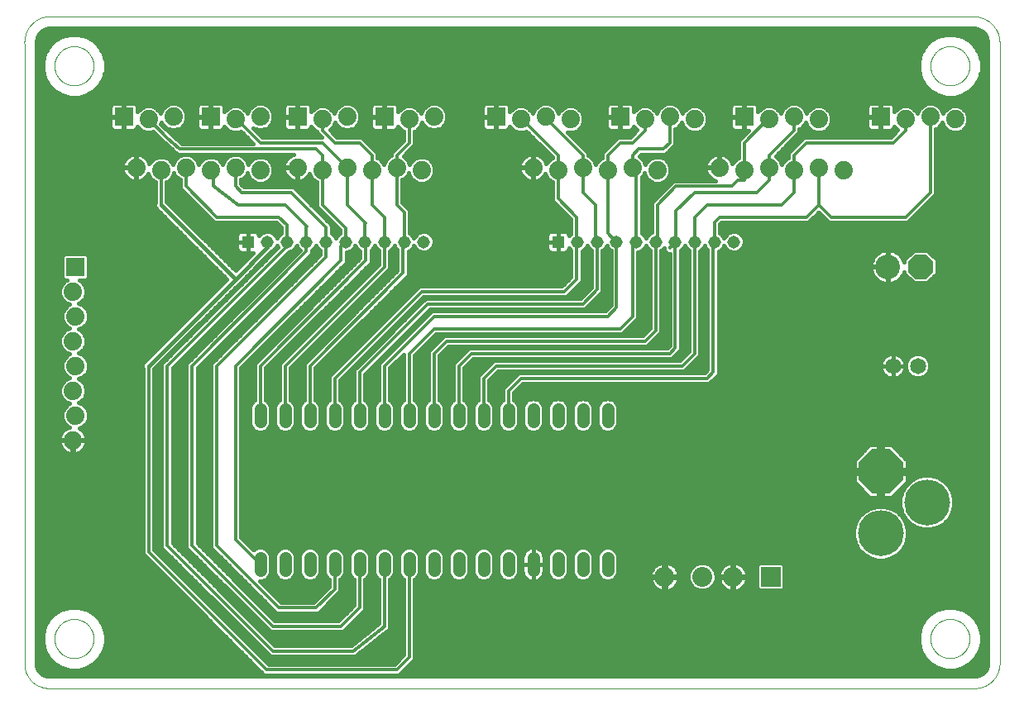
<source format=gtl>
G75*
%MOIN*%
%OFA0B0*%
%FSLAX25Y25*%
%IPPOS*%
%LPD*%
%AMOC8*
5,1,8,0,0,1.08239X$1,22.5*
%
%ADD10OC8,0.17717*%
%ADD11C,0.18504*%
%ADD12C,0.05150*%
%ADD13C,0.00000*%
%ADD14R,0.08000X0.08000*%
%ADD15C,0.08000*%
%ADD16C,0.10000*%
%ADD17OC8,0.10000*%
%ADD18C,0.06500*%
%ADD19R,0.07400X0.07400*%
%ADD20C,0.07400*%
%ADD21R,0.05150X0.05150*%
%ADD22C,0.05150*%
%ADD23C,0.01600*%
%ADD24C,0.01200*%
D10*
X0350000Y0092500D03*
D11*
X0368750Y0080000D03*
X0350000Y0067500D03*
D12*
X0240000Y0057575D02*
X0240000Y0052425D01*
X0230000Y0052425D02*
X0230000Y0057575D01*
X0220000Y0057575D02*
X0220000Y0052425D01*
X0210000Y0052425D02*
X0210000Y0057575D01*
X0200000Y0057575D02*
X0200000Y0052425D01*
X0190000Y0052425D02*
X0190000Y0057575D01*
X0180000Y0057575D02*
X0180000Y0052425D01*
X0170000Y0052425D02*
X0170000Y0057575D01*
X0160000Y0057575D02*
X0160000Y0052425D01*
X0150000Y0052425D02*
X0150000Y0057575D01*
X0140000Y0057575D02*
X0140000Y0052425D01*
X0130000Y0052425D02*
X0130000Y0057575D01*
X0120000Y0057575D02*
X0120000Y0052425D01*
X0110000Y0052425D02*
X0110000Y0057575D01*
X0100000Y0057575D02*
X0100000Y0052425D01*
X0100000Y0112425D02*
X0100000Y0117575D01*
X0110000Y0117575D02*
X0110000Y0112425D01*
X0120000Y0112425D02*
X0120000Y0117575D01*
X0130000Y0117575D02*
X0130000Y0112425D01*
X0140000Y0112425D02*
X0140000Y0117575D01*
X0150000Y0117575D02*
X0150000Y0112425D01*
X0160000Y0112425D02*
X0160000Y0117575D01*
X0170000Y0117575D02*
X0170000Y0112425D01*
X0180000Y0112425D02*
X0180000Y0117575D01*
X0190000Y0117575D02*
X0190000Y0112425D01*
X0200000Y0112425D02*
X0200000Y0117575D01*
X0210000Y0117575D02*
X0210000Y0112425D01*
X0220000Y0112425D02*
X0220000Y0117575D01*
X0230000Y0117575D02*
X0230000Y0112425D01*
X0240000Y0112425D02*
X0240000Y0117575D01*
D13*
X0032559Y0005000D02*
X0014843Y0005000D01*
X0014605Y0005003D01*
X0014367Y0005011D01*
X0014130Y0005026D01*
X0013893Y0005046D01*
X0013657Y0005072D01*
X0013421Y0005103D01*
X0013186Y0005140D01*
X0012952Y0005183D01*
X0012719Y0005232D01*
X0012487Y0005286D01*
X0012257Y0005346D01*
X0012028Y0005411D01*
X0011801Y0005482D01*
X0011576Y0005558D01*
X0011353Y0005640D01*
X0011131Y0005727D01*
X0010912Y0005819D01*
X0010695Y0005917D01*
X0010481Y0006019D01*
X0010269Y0006127D01*
X0010059Y0006241D01*
X0009853Y0006359D01*
X0009649Y0006482D01*
X0009449Y0006610D01*
X0009252Y0006742D01*
X0009057Y0006880D01*
X0008867Y0007022D01*
X0008679Y0007169D01*
X0008496Y0007320D01*
X0008316Y0007475D01*
X0008140Y0007635D01*
X0007968Y0007799D01*
X0007799Y0007968D01*
X0007635Y0008140D01*
X0007475Y0008316D01*
X0007320Y0008496D01*
X0007169Y0008679D01*
X0007022Y0008867D01*
X0006880Y0009057D01*
X0006742Y0009252D01*
X0006610Y0009449D01*
X0006482Y0009649D01*
X0006359Y0009853D01*
X0006241Y0010059D01*
X0006127Y0010269D01*
X0006019Y0010481D01*
X0005917Y0010695D01*
X0005819Y0010912D01*
X0005727Y0011131D01*
X0005640Y0011353D01*
X0005558Y0011576D01*
X0005482Y0011801D01*
X0005411Y0012028D01*
X0005346Y0012257D01*
X0005286Y0012487D01*
X0005232Y0012719D01*
X0005183Y0012952D01*
X0005140Y0013186D01*
X0005103Y0013421D01*
X0005072Y0013657D01*
X0005046Y0013893D01*
X0005026Y0014130D01*
X0005011Y0014367D01*
X0005003Y0014605D01*
X0005000Y0014843D01*
X0005000Y0036500D01*
X0005000Y0265000D01*
X0004989Y0265252D01*
X0004984Y0265504D01*
X0004986Y0265757D01*
X0004993Y0266009D01*
X0005006Y0266261D01*
X0005026Y0266512D01*
X0005051Y0266763D01*
X0005083Y0267013D01*
X0005121Y0267263D01*
X0005164Y0267511D01*
X0005214Y0267758D01*
X0005270Y0268004D01*
X0005331Y0268249D01*
X0005399Y0268492D01*
X0005472Y0268733D01*
X0005551Y0268973D01*
X0005636Y0269210D01*
X0005727Y0269446D01*
X0005823Y0269679D01*
X0005925Y0269909D01*
X0006032Y0270138D01*
X0006145Y0270363D01*
X0006263Y0270586D01*
X0006387Y0270806D01*
X0006516Y0271022D01*
X0006650Y0271236D01*
X0006789Y0271446D01*
X0006934Y0271653D01*
X0007083Y0271857D01*
X0007237Y0272056D01*
X0007396Y0272252D01*
X0007560Y0272444D01*
X0007728Y0272632D01*
X0007900Y0272816D01*
X0008077Y0272995D01*
X0008259Y0273171D01*
X0008444Y0273342D01*
X0008634Y0273508D01*
X0008828Y0273670D01*
X0009025Y0273827D01*
X0009226Y0273979D01*
X0009431Y0274126D01*
X0009639Y0274268D01*
X0009851Y0274405D01*
X0010066Y0274537D01*
X0010284Y0274664D01*
X0010505Y0274786D01*
X0010729Y0274902D01*
X0010955Y0275012D01*
X0011185Y0275118D01*
X0011416Y0275217D01*
X0011650Y0275311D01*
X0011887Y0275399D01*
X0012125Y0275482D01*
X0012365Y0275559D01*
X0012607Y0275630D01*
X0012851Y0275695D01*
X0013096Y0275754D01*
X0013343Y0275807D01*
X0013590Y0275854D01*
X0013839Y0275895D01*
X0014089Y0275931D01*
X0014339Y0275960D01*
X0014591Y0275983D01*
X0014842Y0276000D01*
X0014843Y0276000D02*
X0064055Y0276000D01*
X0387598Y0276000D01*
X0387857Y0275989D01*
X0388115Y0275973D01*
X0388372Y0275950D01*
X0388630Y0275921D01*
X0388886Y0275886D01*
X0389141Y0275844D01*
X0389395Y0275797D01*
X0389648Y0275743D01*
X0389900Y0275683D01*
X0390150Y0275617D01*
X0390399Y0275545D01*
X0390646Y0275467D01*
X0390890Y0275384D01*
X0391133Y0275294D01*
X0391373Y0275198D01*
X0391611Y0275097D01*
X0391847Y0274990D01*
X0392080Y0274877D01*
X0392310Y0274759D01*
X0392537Y0274635D01*
X0392761Y0274506D01*
X0392982Y0274371D01*
X0393199Y0274231D01*
X0393413Y0274086D01*
X0393624Y0273936D01*
X0393831Y0273780D01*
X0394034Y0273620D01*
X0394233Y0273455D01*
X0394428Y0273285D01*
X0394619Y0273110D01*
X0394805Y0272931D01*
X0394988Y0272748D01*
X0395165Y0272560D01*
X0395339Y0272367D01*
X0395507Y0272171D01*
X0395671Y0271971D01*
X0395829Y0271766D01*
X0395983Y0271558D01*
X0396132Y0271347D01*
X0396276Y0271132D01*
X0396414Y0270913D01*
X0396547Y0270691D01*
X0396674Y0270466D01*
X0396797Y0270238D01*
X0396913Y0270007D01*
X0397024Y0269773D01*
X0397129Y0269537D01*
X0397229Y0269298D01*
X0397323Y0269057D01*
X0397411Y0268814D01*
X0397493Y0268568D01*
X0397569Y0268321D01*
X0397639Y0268072D01*
X0397703Y0267822D01*
X0397760Y0267569D01*
X0397812Y0267316D01*
X0397858Y0267061D01*
X0397897Y0266806D01*
X0397931Y0266549D01*
X0397958Y0266292D01*
X0397979Y0266034D01*
X0397993Y0265776D01*
X0398002Y0265517D01*
X0398004Y0265259D01*
X0398000Y0265000D01*
X0398000Y0243000D01*
X0398000Y0014843D01*
X0398000Y0014842D02*
X0397990Y0014598D01*
X0397975Y0014354D01*
X0397953Y0014110D01*
X0397926Y0013867D01*
X0397893Y0013624D01*
X0397854Y0013383D01*
X0397809Y0013142D01*
X0397758Y0012903D01*
X0397701Y0012665D01*
X0397639Y0012428D01*
X0397571Y0012193D01*
X0397498Y0011960D01*
X0397418Y0011728D01*
X0397334Y0011499D01*
X0397243Y0011271D01*
X0397147Y0011046D01*
X0397046Y0010823D01*
X0396940Y0010603D01*
X0396828Y0010385D01*
X0396711Y0010170D01*
X0396589Y0009958D01*
X0396461Y0009749D01*
X0396329Y0009544D01*
X0396192Y0009341D01*
X0396050Y0009142D01*
X0395903Y0008946D01*
X0395751Y0008754D01*
X0395595Y0008566D01*
X0395434Y0008381D01*
X0395269Y0008201D01*
X0395100Y0008024D01*
X0394926Y0007852D01*
X0394748Y0007683D01*
X0394567Y0007519D01*
X0394381Y0007360D01*
X0394191Y0007205D01*
X0393998Y0007055D01*
X0393802Y0006909D01*
X0393601Y0006769D01*
X0393398Y0006633D01*
X0393191Y0006502D01*
X0392981Y0006376D01*
X0392769Y0006255D01*
X0392553Y0006140D01*
X0392334Y0006029D01*
X0392113Y0005924D01*
X0391890Y0005825D01*
X0391664Y0005730D01*
X0391436Y0005642D01*
X0391206Y0005558D01*
X0390974Y0005481D01*
X0390740Y0005409D01*
X0390504Y0005343D01*
X0390267Y0005282D01*
X0390029Y0005227D01*
X0389789Y0005178D01*
X0389548Y0005135D01*
X0389307Y0005097D01*
X0389064Y0005066D01*
X0388821Y0005040D01*
X0388577Y0005020D01*
X0388332Y0005006D01*
X0388088Y0004998D01*
X0387843Y0004996D01*
X0387598Y0005000D01*
X0032559Y0005000D01*
X0017126Y0025000D02*
X0017128Y0025193D01*
X0017135Y0025386D01*
X0017147Y0025579D01*
X0017164Y0025772D01*
X0017185Y0025964D01*
X0017211Y0026155D01*
X0017242Y0026346D01*
X0017277Y0026536D01*
X0017317Y0026725D01*
X0017362Y0026913D01*
X0017411Y0027100D01*
X0017465Y0027286D01*
X0017523Y0027470D01*
X0017586Y0027653D01*
X0017654Y0027834D01*
X0017725Y0028013D01*
X0017802Y0028191D01*
X0017882Y0028367D01*
X0017967Y0028540D01*
X0018056Y0028712D01*
X0018149Y0028881D01*
X0018246Y0029048D01*
X0018348Y0029213D01*
X0018453Y0029375D01*
X0018562Y0029534D01*
X0018676Y0029691D01*
X0018793Y0029844D01*
X0018913Y0029995D01*
X0019038Y0030143D01*
X0019166Y0030288D01*
X0019297Y0030429D01*
X0019432Y0030568D01*
X0019571Y0030703D01*
X0019712Y0030834D01*
X0019857Y0030962D01*
X0020005Y0031087D01*
X0020156Y0031207D01*
X0020309Y0031324D01*
X0020466Y0031438D01*
X0020625Y0031547D01*
X0020787Y0031652D01*
X0020952Y0031754D01*
X0021119Y0031851D01*
X0021288Y0031944D01*
X0021460Y0032033D01*
X0021633Y0032118D01*
X0021809Y0032198D01*
X0021987Y0032275D01*
X0022166Y0032346D01*
X0022347Y0032414D01*
X0022530Y0032477D01*
X0022714Y0032535D01*
X0022900Y0032589D01*
X0023087Y0032638D01*
X0023275Y0032683D01*
X0023464Y0032723D01*
X0023654Y0032758D01*
X0023845Y0032789D01*
X0024036Y0032815D01*
X0024228Y0032836D01*
X0024421Y0032853D01*
X0024614Y0032865D01*
X0024807Y0032872D01*
X0025000Y0032874D01*
X0025193Y0032872D01*
X0025386Y0032865D01*
X0025579Y0032853D01*
X0025772Y0032836D01*
X0025964Y0032815D01*
X0026155Y0032789D01*
X0026346Y0032758D01*
X0026536Y0032723D01*
X0026725Y0032683D01*
X0026913Y0032638D01*
X0027100Y0032589D01*
X0027286Y0032535D01*
X0027470Y0032477D01*
X0027653Y0032414D01*
X0027834Y0032346D01*
X0028013Y0032275D01*
X0028191Y0032198D01*
X0028367Y0032118D01*
X0028540Y0032033D01*
X0028712Y0031944D01*
X0028881Y0031851D01*
X0029048Y0031754D01*
X0029213Y0031652D01*
X0029375Y0031547D01*
X0029534Y0031438D01*
X0029691Y0031324D01*
X0029844Y0031207D01*
X0029995Y0031087D01*
X0030143Y0030962D01*
X0030288Y0030834D01*
X0030429Y0030703D01*
X0030568Y0030568D01*
X0030703Y0030429D01*
X0030834Y0030288D01*
X0030962Y0030143D01*
X0031087Y0029995D01*
X0031207Y0029844D01*
X0031324Y0029691D01*
X0031438Y0029534D01*
X0031547Y0029375D01*
X0031652Y0029213D01*
X0031754Y0029048D01*
X0031851Y0028881D01*
X0031944Y0028712D01*
X0032033Y0028540D01*
X0032118Y0028367D01*
X0032198Y0028191D01*
X0032275Y0028013D01*
X0032346Y0027834D01*
X0032414Y0027653D01*
X0032477Y0027470D01*
X0032535Y0027286D01*
X0032589Y0027100D01*
X0032638Y0026913D01*
X0032683Y0026725D01*
X0032723Y0026536D01*
X0032758Y0026346D01*
X0032789Y0026155D01*
X0032815Y0025964D01*
X0032836Y0025772D01*
X0032853Y0025579D01*
X0032865Y0025386D01*
X0032872Y0025193D01*
X0032874Y0025000D01*
X0032872Y0024807D01*
X0032865Y0024614D01*
X0032853Y0024421D01*
X0032836Y0024228D01*
X0032815Y0024036D01*
X0032789Y0023845D01*
X0032758Y0023654D01*
X0032723Y0023464D01*
X0032683Y0023275D01*
X0032638Y0023087D01*
X0032589Y0022900D01*
X0032535Y0022714D01*
X0032477Y0022530D01*
X0032414Y0022347D01*
X0032346Y0022166D01*
X0032275Y0021987D01*
X0032198Y0021809D01*
X0032118Y0021633D01*
X0032033Y0021460D01*
X0031944Y0021288D01*
X0031851Y0021119D01*
X0031754Y0020952D01*
X0031652Y0020787D01*
X0031547Y0020625D01*
X0031438Y0020466D01*
X0031324Y0020309D01*
X0031207Y0020156D01*
X0031087Y0020005D01*
X0030962Y0019857D01*
X0030834Y0019712D01*
X0030703Y0019571D01*
X0030568Y0019432D01*
X0030429Y0019297D01*
X0030288Y0019166D01*
X0030143Y0019038D01*
X0029995Y0018913D01*
X0029844Y0018793D01*
X0029691Y0018676D01*
X0029534Y0018562D01*
X0029375Y0018453D01*
X0029213Y0018348D01*
X0029048Y0018246D01*
X0028881Y0018149D01*
X0028712Y0018056D01*
X0028540Y0017967D01*
X0028367Y0017882D01*
X0028191Y0017802D01*
X0028013Y0017725D01*
X0027834Y0017654D01*
X0027653Y0017586D01*
X0027470Y0017523D01*
X0027286Y0017465D01*
X0027100Y0017411D01*
X0026913Y0017362D01*
X0026725Y0017317D01*
X0026536Y0017277D01*
X0026346Y0017242D01*
X0026155Y0017211D01*
X0025964Y0017185D01*
X0025772Y0017164D01*
X0025579Y0017147D01*
X0025386Y0017135D01*
X0025193Y0017128D01*
X0025000Y0017126D01*
X0024807Y0017128D01*
X0024614Y0017135D01*
X0024421Y0017147D01*
X0024228Y0017164D01*
X0024036Y0017185D01*
X0023845Y0017211D01*
X0023654Y0017242D01*
X0023464Y0017277D01*
X0023275Y0017317D01*
X0023087Y0017362D01*
X0022900Y0017411D01*
X0022714Y0017465D01*
X0022530Y0017523D01*
X0022347Y0017586D01*
X0022166Y0017654D01*
X0021987Y0017725D01*
X0021809Y0017802D01*
X0021633Y0017882D01*
X0021460Y0017967D01*
X0021288Y0018056D01*
X0021119Y0018149D01*
X0020952Y0018246D01*
X0020787Y0018348D01*
X0020625Y0018453D01*
X0020466Y0018562D01*
X0020309Y0018676D01*
X0020156Y0018793D01*
X0020005Y0018913D01*
X0019857Y0019038D01*
X0019712Y0019166D01*
X0019571Y0019297D01*
X0019432Y0019432D01*
X0019297Y0019571D01*
X0019166Y0019712D01*
X0019038Y0019857D01*
X0018913Y0020005D01*
X0018793Y0020156D01*
X0018676Y0020309D01*
X0018562Y0020466D01*
X0018453Y0020625D01*
X0018348Y0020787D01*
X0018246Y0020952D01*
X0018149Y0021119D01*
X0018056Y0021288D01*
X0017967Y0021460D01*
X0017882Y0021633D01*
X0017802Y0021809D01*
X0017725Y0021987D01*
X0017654Y0022166D01*
X0017586Y0022347D01*
X0017523Y0022530D01*
X0017465Y0022714D01*
X0017411Y0022900D01*
X0017362Y0023087D01*
X0017317Y0023275D01*
X0017277Y0023464D01*
X0017242Y0023654D01*
X0017211Y0023845D01*
X0017185Y0024036D01*
X0017164Y0024228D01*
X0017147Y0024421D01*
X0017135Y0024614D01*
X0017128Y0024807D01*
X0017126Y0025000D01*
X0017126Y0256000D02*
X0017128Y0256193D01*
X0017135Y0256386D01*
X0017147Y0256579D01*
X0017164Y0256772D01*
X0017185Y0256964D01*
X0017211Y0257155D01*
X0017242Y0257346D01*
X0017277Y0257536D01*
X0017317Y0257725D01*
X0017362Y0257913D01*
X0017411Y0258100D01*
X0017465Y0258286D01*
X0017523Y0258470D01*
X0017586Y0258653D01*
X0017654Y0258834D01*
X0017725Y0259013D01*
X0017802Y0259191D01*
X0017882Y0259367D01*
X0017967Y0259540D01*
X0018056Y0259712D01*
X0018149Y0259881D01*
X0018246Y0260048D01*
X0018348Y0260213D01*
X0018453Y0260375D01*
X0018562Y0260534D01*
X0018676Y0260691D01*
X0018793Y0260844D01*
X0018913Y0260995D01*
X0019038Y0261143D01*
X0019166Y0261288D01*
X0019297Y0261429D01*
X0019432Y0261568D01*
X0019571Y0261703D01*
X0019712Y0261834D01*
X0019857Y0261962D01*
X0020005Y0262087D01*
X0020156Y0262207D01*
X0020309Y0262324D01*
X0020466Y0262438D01*
X0020625Y0262547D01*
X0020787Y0262652D01*
X0020952Y0262754D01*
X0021119Y0262851D01*
X0021288Y0262944D01*
X0021460Y0263033D01*
X0021633Y0263118D01*
X0021809Y0263198D01*
X0021987Y0263275D01*
X0022166Y0263346D01*
X0022347Y0263414D01*
X0022530Y0263477D01*
X0022714Y0263535D01*
X0022900Y0263589D01*
X0023087Y0263638D01*
X0023275Y0263683D01*
X0023464Y0263723D01*
X0023654Y0263758D01*
X0023845Y0263789D01*
X0024036Y0263815D01*
X0024228Y0263836D01*
X0024421Y0263853D01*
X0024614Y0263865D01*
X0024807Y0263872D01*
X0025000Y0263874D01*
X0025193Y0263872D01*
X0025386Y0263865D01*
X0025579Y0263853D01*
X0025772Y0263836D01*
X0025964Y0263815D01*
X0026155Y0263789D01*
X0026346Y0263758D01*
X0026536Y0263723D01*
X0026725Y0263683D01*
X0026913Y0263638D01*
X0027100Y0263589D01*
X0027286Y0263535D01*
X0027470Y0263477D01*
X0027653Y0263414D01*
X0027834Y0263346D01*
X0028013Y0263275D01*
X0028191Y0263198D01*
X0028367Y0263118D01*
X0028540Y0263033D01*
X0028712Y0262944D01*
X0028881Y0262851D01*
X0029048Y0262754D01*
X0029213Y0262652D01*
X0029375Y0262547D01*
X0029534Y0262438D01*
X0029691Y0262324D01*
X0029844Y0262207D01*
X0029995Y0262087D01*
X0030143Y0261962D01*
X0030288Y0261834D01*
X0030429Y0261703D01*
X0030568Y0261568D01*
X0030703Y0261429D01*
X0030834Y0261288D01*
X0030962Y0261143D01*
X0031087Y0260995D01*
X0031207Y0260844D01*
X0031324Y0260691D01*
X0031438Y0260534D01*
X0031547Y0260375D01*
X0031652Y0260213D01*
X0031754Y0260048D01*
X0031851Y0259881D01*
X0031944Y0259712D01*
X0032033Y0259540D01*
X0032118Y0259367D01*
X0032198Y0259191D01*
X0032275Y0259013D01*
X0032346Y0258834D01*
X0032414Y0258653D01*
X0032477Y0258470D01*
X0032535Y0258286D01*
X0032589Y0258100D01*
X0032638Y0257913D01*
X0032683Y0257725D01*
X0032723Y0257536D01*
X0032758Y0257346D01*
X0032789Y0257155D01*
X0032815Y0256964D01*
X0032836Y0256772D01*
X0032853Y0256579D01*
X0032865Y0256386D01*
X0032872Y0256193D01*
X0032874Y0256000D01*
X0032872Y0255807D01*
X0032865Y0255614D01*
X0032853Y0255421D01*
X0032836Y0255228D01*
X0032815Y0255036D01*
X0032789Y0254845D01*
X0032758Y0254654D01*
X0032723Y0254464D01*
X0032683Y0254275D01*
X0032638Y0254087D01*
X0032589Y0253900D01*
X0032535Y0253714D01*
X0032477Y0253530D01*
X0032414Y0253347D01*
X0032346Y0253166D01*
X0032275Y0252987D01*
X0032198Y0252809D01*
X0032118Y0252633D01*
X0032033Y0252460D01*
X0031944Y0252288D01*
X0031851Y0252119D01*
X0031754Y0251952D01*
X0031652Y0251787D01*
X0031547Y0251625D01*
X0031438Y0251466D01*
X0031324Y0251309D01*
X0031207Y0251156D01*
X0031087Y0251005D01*
X0030962Y0250857D01*
X0030834Y0250712D01*
X0030703Y0250571D01*
X0030568Y0250432D01*
X0030429Y0250297D01*
X0030288Y0250166D01*
X0030143Y0250038D01*
X0029995Y0249913D01*
X0029844Y0249793D01*
X0029691Y0249676D01*
X0029534Y0249562D01*
X0029375Y0249453D01*
X0029213Y0249348D01*
X0029048Y0249246D01*
X0028881Y0249149D01*
X0028712Y0249056D01*
X0028540Y0248967D01*
X0028367Y0248882D01*
X0028191Y0248802D01*
X0028013Y0248725D01*
X0027834Y0248654D01*
X0027653Y0248586D01*
X0027470Y0248523D01*
X0027286Y0248465D01*
X0027100Y0248411D01*
X0026913Y0248362D01*
X0026725Y0248317D01*
X0026536Y0248277D01*
X0026346Y0248242D01*
X0026155Y0248211D01*
X0025964Y0248185D01*
X0025772Y0248164D01*
X0025579Y0248147D01*
X0025386Y0248135D01*
X0025193Y0248128D01*
X0025000Y0248126D01*
X0024807Y0248128D01*
X0024614Y0248135D01*
X0024421Y0248147D01*
X0024228Y0248164D01*
X0024036Y0248185D01*
X0023845Y0248211D01*
X0023654Y0248242D01*
X0023464Y0248277D01*
X0023275Y0248317D01*
X0023087Y0248362D01*
X0022900Y0248411D01*
X0022714Y0248465D01*
X0022530Y0248523D01*
X0022347Y0248586D01*
X0022166Y0248654D01*
X0021987Y0248725D01*
X0021809Y0248802D01*
X0021633Y0248882D01*
X0021460Y0248967D01*
X0021288Y0249056D01*
X0021119Y0249149D01*
X0020952Y0249246D01*
X0020787Y0249348D01*
X0020625Y0249453D01*
X0020466Y0249562D01*
X0020309Y0249676D01*
X0020156Y0249793D01*
X0020005Y0249913D01*
X0019857Y0250038D01*
X0019712Y0250166D01*
X0019571Y0250297D01*
X0019432Y0250432D01*
X0019297Y0250571D01*
X0019166Y0250712D01*
X0019038Y0250857D01*
X0018913Y0251005D01*
X0018793Y0251156D01*
X0018676Y0251309D01*
X0018562Y0251466D01*
X0018453Y0251625D01*
X0018348Y0251787D01*
X0018246Y0251952D01*
X0018149Y0252119D01*
X0018056Y0252288D01*
X0017967Y0252460D01*
X0017882Y0252633D01*
X0017802Y0252809D01*
X0017725Y0252987D01*
X0017654Y0253166D01*
X0017586Y0253347D01*
X0017523Y0253530D01*
X0017465Y0253714D01*
X0017411Y0253900D01*
X0017362Y0254087D01*
X0017317Y0254275D01*
X0017277Y0254464D01*
X0017242Y0254654D01*
X0017211Y0254845D01*
X0017185Y0255036D01*
X0017164Y0255228D01*
X0017147Y0255421D01*
X0017135Y0255614D01*
X0017128Y0255807D01*
X0017126Y0256000D01*
X0370126Y0256000D02*
X0370128Y0256193D01*
X0370135Y0256386D01*
X0370147Y0256579D01*
X0370164Y0256772D01*
X0370185Y0256964D01*
X0370211Y0257155D01*
X0370242Y0257346D01*
X0370277Y0257536D01*
X0370317Y0257725D01*
X0370362Y0257913D01*
X0370411Y0258100D01*
X0370465Y0258286D01*
X0370523Y0258470D01*
X0370586Y0258653D01*
X0370654Y0258834D01*
X0370725Y0259013D01*
X0370802Y0259191D01*
X0370882Y0259367D01*
X0370967Y0259540D01*
X0371056Y0259712D01*
X0371149Y0259881D01*
X0371246Y0260048D01*
X0371348Y0260213D01*
X0371453Y0260375D01*
X0371562Y0260534D01*
X0371676Y0260691D01*
X0371793Y0260844D01*
X0371913Y0260995D01*
X0372038Y0261143D01*
X0372166Y0261288D01*
X0372297Y0261429D01*
X0372432Y0261568D01*
X0372571Y0261703D01*
X0372712Y0261834D01*
X0372857Y0261962D01*
X0373005Y0262087D01*
X0373156Y0262207D01*
X0373309Y0262324D01*
X0373466Y0262438D01*
X0373625Y0262547D01*
X0373787Y0262652D01*
X0373952Y0262754D01*
X0374119Y0262851D01*
X0374288Y0262944D01*
X0374460Y0263033D01*
X0374633Y0263118D01*
X0374809Y0263198D01*
X0374987Y0263275D01*
X0375166Y0263346D01*
X0375347Y0263414D01*
X0375530Y0263477D01*
X0375714Y0263535D01*
X0375900Y0263589D01*
X0376087Y0263638D01*
X0376275Y0263683D01*
X0376464Y0263723D01*
X0376654Y0263758D01*
X0376845Y0263789D01*
X0377036Y0263815D01*
X0377228Y0263836D01*
X0377421Y0263853D01*
X0377614Y0263865D01*
X0377807Y0263872D01*
X0378000Y0263874D01*
X0378193Y0263872D01*
X0378386Y0263865D01*
X0378579Y0263853D01*
X0378772Y0263836D01*
X0378964Y0263815D01*
X0379155Y0263789D01*
X0379346Y0263758D01*
X0379536Y0263723D01*
X0379725Y0263683D01*
X0379913Y0263638D01*
X0380100Y0263589D01*
X0380286Y0263535D01*
X0380470Y0263477D01*
X0380653Y0263414D01*
X0380834Y0263346D01*
X0381013Y0263275D01*
X0381191Y0263198D01*
X0381367Y0263118D01*
X0381540Y0263033D01*
X0381712Y0262944D01*
X0381881Y0262851D01*
X0382048Y0262754D01*
X0382213Y0262652D01*
X0382375Y0262547D01*
X0382534Y0262438D01*
X0382691Y0262324D01*
X0382844Y0262207D01*
X0382995Y0262087D01*
X0383143Y0261962D01*
X0383288Y0261834D01*
X0383429Y0261703D01*
X0383568Y0261568D01*
X0383703Y0261429D01*
X0383834Y0261288D01*
X0383962Y0261143D01*
X0384087Y0260995D01*
X0384207Y0260844D01*
X0384324Y0260691D01*
X0384438Y0260534D01*
X0384547Y0260375D01*
X0384652Y0260213D01*
X0384754Y0260048D01*
X0384851Y0259881D01*
X0384944Y0259712D01*
X0385033Y0259540D01*
X0385118Y0259367D01*
X0385198Y0259191D01*
X0385275Y0259013D01*
X0385346Y0258834D01*
X0385414Y0258653D01*
X0385477Y0258470D01*
X0385535Y0258286D01*
X0385589Y0258100D01*
X0385638Y0257913D01*
X0385683Y0257725D01*
X0385723Y0257536D01*
X0385758Y0257346D01*
X0385789Y0257155D01*
X0385815Y0256964D01*
X0385836Y0256772D01*
X0385853Y0256579D01*
X0385865Y0256386D01*
X0385872Y0256193D01*
X0385874Y0256000D01*
X0385872Y0255807D01*
X0385865Y0255614D01*
X0385853Y0255421D01*
X0385836Y0255228D01*
X0385815Y0255036D01*
X0385789Y0254845D01*
X0385758Y0254654D01*
X0385723Y0254464D01*
X0385683Y0254275D01*
X0385638Y0254087D01*
X0385589Y0253900D01*
X0385535Y0253714D01*
X0385477Y0253530D01*
X0385414Y0253347D01*
X0385346Y0253166D01*
X0385275Y0252987D01*
X0385198Y0252809D01*
X0385118Y0252633D01*
X0385033Y0252460D01*
X0384944Y0252288D01*
X0384851Y0252119D01*
X0384754Y0251952D01*
X0384652Y0251787D01*
X0384547Y0251625D01*
X0384438Y0251466D01*
X0384324Y0251309D01*
X0384207Y0251156D01*
X0384087Y0251005D01*
X0383962Y0250857D01*
X0383834Y0250712D01*
X0383703Y0250571D01*
X0383568Y0250432D01*
X0383429Y0250297D01*
X0383288Y0250166D01*
X0383143Y0250038D01*
X0382995Y0249913D01*
X0382844Y0249793D01*
X0382691Y0249676D01*
X0382534Y0249562D01*
X0382375Y0249453D01*
X0382213Y0249348D01*
X0382048Y0249246D01*
X0381881Y0249149D01*
X0381712Y0249056D01*
X0381540Y0248967D01*
X0381367Y0248882D01*
X0381191Y0248802D01*
X0381013Y0248725D01*
X0380834Y0248654D01*
X0380653Y0248586D01*
X0380470Y0248523D01*
X0380286Y0248465D01*
X0380100Y0248411D01*
X0379913Y0248362D01*
X0379725Y0248317D01*
X0379536Y0248277D01*
X0379346Y0248242D01*
X0379155Y0248211D01*
X0378964Y0248185D01*
X0378772Y0248164D01*
X0378579Y0248147D01*
X0378386Y0248135D01*
X0378193Y0248128D01*
X0378000Y0248126D01*
X0377807Y0248128D01*
X0377614Y0248135D01*
X0377421Y0248147D01*
X0377228Y0248164D01*
X0377036Y0248185D01*
X0376845Y0248211D01*
X0376654Y0248242D01*
X0376464Y0248277D01*
X0376275Y0248317D01*
X0376087Y0248362D01*
X0375900Y0248411D01*
X0375714Y0248465D01*
X0375530Y0248523D01*
X0375347Y0248586D01*
X0375166Y0248654D01*
X0374987Y0248725D01*
X0374809Y0248802D01*
X0374633Y0248882D01*
X0374460Y0248967D01*
X0374288Y0249056D01*
X0374119Y0249149D01*
X0373952Y0249246D01*
X0373787Y0249348D01*
X0373625Y0249453D01*
X0373466Y0249562D01*
X0373309Y0249676D01*
X0373156Y0249793D01*
X0373005Y0249913D01*
X0372857Y0250038D01*
X0372712Y0250166D01*
X0372571Y0250297D01*
X0372432Y0250432D01*
X0372297Y0250571D01*
X0372166Y0250712D01*
X0372038Y0250857D01*
X0371913Y0251005D01*
X0371793Y0251156D01*
X0371676Y0251309D01*
X0371562Y0251466D01*
X0371453Y0251625D01*
X0371348Y0251787D01*
X0371246Y0251952D01*
X0371149Y0252119D01*
X0371056Y0252288D01*
X0370967Y0252460D01*
X0370882Y0252633D01*
X0370802Y0252809D01*
X0370725Y0252987D01*
X0370654Y0253166D01*
X0370586Y0253347D01*
X0370523Y0253530D01*
X0370465Y0253714D01*
X0370411Y0253900D01*
X0370362Y0254087D01*
X0370317Y0254275D01*
X0370277Y0254464D01*
X0370242Y0254654D01*
X0370211Y0254845D01*
X0370185Y0255036D01*
X0370164Y0255228D01*
X0370147Y0255421D01*
X0370135Y0255614D01*
X0370128Y0255807D01*
X0370126Y0256000D01*
X0370126Y0025000D02*
X0370128Y0025193D01*
X0370135Y0025386D01*
X0370147Y0025579D01*
X0370164Y0025772D01*
X0370185Y0025964D01*
X0370211Y0026155D01*
X0370242Y0026346D01*
X0370277Y0026536D01*
X0370317Y0026725D01*
X0370362Y0026913D01*
X0370411Y0027100D01*
X0370465Y0027286D01*
X0370523Y0027470D01*
X0370586Y0027653D01*
X0370654Y0027834D01*
X0370725Y0028013D01*
X0370802Y0028191D01*
X0370882Y0028367D01*
X0370967Y0028540D01*
X0371056Y0028712D01*
X0371149Y0028881D01*
X0371246Y0029048D01*
X0371348Y0029213D01*
X0371453Y0029375D01*
X0371562Y0029534D01*
X0371676Y0029691D01*
X0371793Y0029844D01*
X0371913Y0029995D01*
X0372038Y0030143D01*
X0372166Y0030288D01*
X0372297Y0030429D01*
X0372432Y0030568D01*
X0372571Y0030703D01*
X0372712Y0030834D01*
X0372857Y0030962D01*
X0373005Y0031087D01*
X0373156Y0031207D01*
X0373309Y0031324D01*
X0373466Y0031438D01*
X0373625Y0031547D01*
X0373787Y0031652D01*
X0373952Y0031754D01*
X0374119Y0031851D01*
X0374288Y0031944D01*
X0374460Y0032033D01*
X0374633Y0032118D01*
X0374809Y0032198D01*
X0374987Y0032275D01*
X0375166Y0032346D01*
X0375347Y0032414D01*
X0375530Y0032477D01*
X0375714Y0032535D01*
X0375900Y0032589D01*
X0376087Y0032638D01*
X0376275Y0032683D01*
X0376464Y0032723D01*
X0376654Y0032758D01*
X0376845Y0032789D01*
X0377036Y0032815D01*
X0377228Y0032836D01*
X0377421Y0032853D01*
X0377614Y0032865D01*
X0377807Y0032872D01*
X0378000Y0032874D01*
X0378193Y0032872D01*
X0378386Y0032865D01*
X0378579Y0032853D01*
X0378772Y0032836D01*
X0378964Y0032815D01*
X0379155Y0032789D01*
X0379346Y0032758D01*
X0379536Y0032723D01*
X0379725Y0032683D01*
X0379913Y0032638D01*
X0380100Y0032589D01*
X0380286Y0032535D01*
X0380470Y0032477D01*
X0380653Y0032414D01*
X0380834Y0032346D01*
X0381013Y0032275D01*
X0381191Y0032198D01*
X0381367Y0032118D01*
X0381540Y0032033D01*
X0381712Y0031944D01*
X0381881Y0031851D01*
X0382048Y0031754D01*
X0382213Y0031652D01*
X0382375Y0031547D01*
X0382534Y0031438D01*
X0382691Y0031324D01*
X0382844Y0031207D01*
X0382995Y0031087D01*
X0383143Y0030962D01*
X0383288Y0030834D01*
X0383429Y0030703D01*
X0383568Y0030568D01*
X0383703Y0030429D01*
X0383834Y0030288D01*
X0383962Y0030143D01*
X0384087Y0029995D01*
X0384207Y0029844D01*
X0384324Y0029691D01*
X0384438Y0029534D01*
X0384547Y0029375D01*
X0384652Y0029213D01*
X0384754Y0029048D01*
X0384851Y0028881D01*
X0384944Y0028712D01*
X0385033Y0028540D01*
X0385118Y0028367D01*
X0385198Y0028191D01*
X0385275Y0028013D01*
X0385346Y0027834D01*
X0385414Y0027653D01*
X0385477Y0027470D01*
X0385535Y0027286D01*
X0385589Y0027100D01*
X0385638Y0026913D01*
X0385683Y0026725D01*
X0385723Y0026536D01*
X0385758Y0026346D01*
X0385789Y0026155D01*
X0385815Y0025964D01*
X0385836Y0025772D01*
X0385853Y0025579D01*
X0385865Y0025386D01*
X0385872Y0025193D01*
X0385874Y0025000D01*
X0385872Y0024807D01*
X0385865Y0024614D01*
X0385853Y0024421D01*
X0385836Y0024228D01*
X0385815Y0024036D01*
X0385789Y0023845D01*
X0385758Y0023654D01*
X0385723Y0023464D01*
X0385683Y0023275D01*
X0385638Y0023087D01*
X0385589Y0022900D01*
X0385535Y0022714D01*
X0385477Y0022530D01*
X0385414Y0022347D01*
X0385346Y0022166D01*
X0385275Y0021987D01*
X0385198Y0021809D01*
X0385118Y0021633D01*
X0385033Y0021460D01*
X0384944Y0021288D01*
X0384851Y0021119D01*
X0384754Y0020952D01*
X0384652Y0020787D01*
X0384547Y0020625D01*
X0384438Y0020466D01*
X0384324Y0020309D01*
X0384207Y0020156D01*
X0384087Y0020005D01*
X0383962Y0019857D01*
X0383834Y0019712D01*
X0383703Y0019571D01*
X0383568Y0019432D01*
X0383429Y0019297D01*
X0383288Y0019166D01*
X0383143Y0019038D01*
X0382995Y0018913D01*
X0382844Y0018793D01*
X0382691Y0018676D01*
X0382534Y0018562D01*
X0382375Y0018453D01*
X0382213Y0018348D01*
X0382048Y0018246D01*
X0381881Y0018149D01*
X0381712Y0018056D01*
X0381540Y0017967D01*
X0381367Y0017882D01*
X0381191Y0017802D01*
X0381013Y0017725D01*
X0380834Y0017654D01*
X0380653Y0017586D01*
X0380470Y0017523D01*
X0380286Y0017465D01*
X0380100Y0017411D01*
X0379913Y0017362D01*
X0379725Y0017317D01*
X0379536Y0017277D01*
X0379346Y0017242D01*
X0379155Y0017211D01*
X0378964Y0017185D01*
X0378772Y0017164D01*
X0378579Y0017147D01*
X0378386Y0017135D01*
X0378193Y0017128D01*
X0378000Y0017126D01*
X0377807Y0017128D01*
X0377614Y0017135D01*
X0377421Y0017147D01*
X0377228Y0017164D01*
X0377036Y0017185D01*
X0376845Y0017211D01*
X0376654Y0017242D01*
X0376464Y0017277D01*
X0376275Y0017317D01*
X0376087Y0017362D01*
X0375900Y0017411D01*
X0375714Y0017465D01*
X0375530Y0017523D01*
X0375347Y0017586D01*
X0375166Y0017654D01*
X0374987Y0017725D01*
X0374809Y0017802D01*
X0374633Y0017882D01*
X0374460Y0017967D01*
X0374288Y0018056D01*
X0374119Y0018149D01*
X0373952Y0018246D01*
X0373787Y0018348D01*
X0373625Y0018453D01*
X0373466Y0018562D01*
X0373309Y0018676D01*
X0373156Y0018793D01*
X0373005Y0018913D01*
X0372857Y0019038D01*
X0372712Y0019166D01*
X0372571Y0019297D01*
X0372432Y0019432D01*
X0372297Y0019571D01*
X0372166Y0019712D01*
X0372038Y0019857D01*
X0371913Y0020005D01*
X0371793Y0020156D01*
X0371676Y0020309D01*
X0371562Y0020466D01*
X0371453Y0020625D01*
X0371348Y0020787D01*
X0371246Y0020952D01*
X0371149Y0021119D01*
X0371056Y0021288D01*
X0370967Y0021460D01*
X0370882Y0021633D01*
X0370802Y0021809D01*
X0370725Y0021987D01*
X0370654Y0022166D01*
X0370586Y0022347D01*
X0370523Y0022530D01*
X0370465Y0022714D01*
X0370411Y0022900D01*
X0370362Y0023087D01*
X0370317Y0023275D01*
X0370277Y0023464D01*
X0370242Y0023654D01*
X0370211Y0023845D01*
X0370185Y0024036D01*
X0370164Y0024228D01*
X0370147Y0024421D01*
X0370135Y0024614D01*
X0370128Y0024807D01*
X0370126Y0025000D01*
D14*
X0305700Y0050000D03*
D15*
X0290520Y0050000D03*
X0278141Y0050000D03*
X0262961Y0050000D03*
D16*
X0352953Y0175000D03*
D17*
X0366063Y0175000D03*
D18*
X0365000Y0135000D03*
X0355000Y0135000D03*
D19*
X0350000Y0235500D03*
X0295000Y0235500D03*
X0245000Y0235500D03*
X0195000Y0235500D03*
X0150000Y0235500D03*
X0115000Y0235500D03*
X0080000Y0235500D03*
X0045000Y0235500D03*
X0025500Y0175000D03*
D20*
X0024500Y0165000D03*
X0025500Y0155000D03*
X0024500Y0145000D03*
X0025500Y0135000D03*
X0024500Y0125000D03*
X0025500Y0115000D03*
X0024500Y0105000D03*
X0060000Y0214000D03*
X0070000Y0215000D03*
X0080000Y0214000D03*
X0090000Y0215000D03*
X0100000Y0214000D03*
X0115000Y0215000D03*
X0125000Y0214000D03*
X0135000Y0215000D03*
X0145000Y0214000D03*
X0155000Y0215000D03*
X0165000Y0214000D03*
X0160000Y0234500D03*
X0170000Y0235500D03*
X0205000Y0234500D03*
X0215000Y0235500D03*
X0225000Y0234500D03*
X0230000Y0215000D03*
X0240000Y0214000D03*
X0250000Y0215000D03*
X0260000Y0214000D03*
X0285000Y0215000D03*
X0295000Y0214000D03*
X0305000Y0215000D03*
X0315000Y0214000D03*
X0325000Y0215000D03*
X0335000Y0214000D03*
X0325000Y0234500D03*
X0315000Y0235500D03*
X0305000Y0234500D03*
X0275000Y0234500D03*
X0265000Y0235500D03*
X0255000Y0234500D03*
X0220000Y0214000D03*
X0210000Y0215000D03*
X0135000Y0235500D03*
X0125000Y0234500D03*
X0100000Y0235500D03*
X0090000Y0234500D03*
X0065000Y0235500D03*
X0055000Y0234500D03*
X0050000Y0215000D03*
X0360000Y0234500D03*
X0370000Y0235500D03*
X0380000Y0234500D03*
D21*
X0220000Y0185000D03*
X0095000Y0185000D03*
D22*
X0102874Y0185000D03*
X0110748Y0185000D03*
X0118622Y0185000D03*
X0126496Y0185000D03*
X0134370Y0185000D03*
X0142244Y0185000D03*
X0150118Y0185000D03*
X0157992Y0185000D03*
X0165866Y0185000D03*
X0227874Y0185000D03*
X0235748Y0185000D03*
X0243622Y0185000D03*
X0251496Y0185000D03*
X0259370Y0185000D03*
X0267244Y0185000D03*
X0275118Y0185000D03*
X0282992Y0185000D03*
X0290866Y0185000D03*
D23*
X0286929Y0186404D02*
X0286531Y0187365D01*
X0285357Y0188539D01*
X0285192Y0188607D01*
X0285192Y0192081D01*
X0285911Y0192800D01*
X0320911Y0192800D01*
X0325000Y0196889D01*
X0327800Y0194089D01*
X0329089Y0192800D01*
X0360911Y0192800D01*
X0370911Y0202800D01*
X0372200Y0204089D01*
X0372200Y0230675D01*
X0373002Y0231007D01*
X0374493Y0232498D01*
X0374793Y0233222D01*
X0375507Y0231498D01*
X0376998Y0230007D01*
X0378946Y0229200D01*
X0381054Y0229200D01*
X0383002Y0230007D01*
X0384493Y0231498D01*
X0385300Y0233446D01*
X0385300Y0235554D01*
X0384493Y0237502D01*
X0383002Y0238993D01*
X0381054Y0239800D01*
X0378946Y0239800D01*
X0376998Y0238993D01*
X0375507Y0237502D01*
X0375207Y0236778D01*
X0374493Y0238502D01*
X0373002Y0239993D01*
X0371054Y0240800D01*
X0368946Y0240800D01*
X0366998Y0239993D01*
X0365507Y0238502D01*
X0364793Y0236778D01*
X0364493Y0237502D01*
X0363002Y0238993D01*
X0361054Y0239800D01*
X0358946Y0239800D01*
X0356998Y0238993D01*
X0355507Y0237502D01*
X0355500Y0237486D01*
X0355500Y0239437D01*
X0355377Y0239895D01*
X0355140Y0240305D01*
X0354805Y0240640D01*
X0354395Y0240877D01*
X0353937Y0241000D01*
X0350200Y0241000D01*
X0350200Y0235700D01*
X0349800Y0235700D01*
X0349800Y0241000D01*
X0346063Y0241000D01*
X0345605Y0240877D01*
X0345195Y0240640D01*
X0344860Y0240305D01*
X0344623Y0239895D01*
X0344500Y0239437D01*
X0344500Y0235700D01*
X0349800Y0235700D01*
X0349800Y0235300D01*
X0350200Y0235300D01*
X0350200Y0230000D01*
X0353937Y0230000D01*
X0354395Y0230123D01*
X0354805Y0230360D01*
X0355140Y0230695D01*
X0355377Y0231105D01*
X0355492Y0231534D01*
X0355507Y0231498D01*
X0356947Y0230058D01*
X0354089Y0227200D01*
X0319089Y0227200D01*
X0314089Y0222200D01*
X0312800Y0220911D01*
X0312800Y0218825D01*
X0311998Y0218493D01*
X0310507Y0217002D01*
X0310207Y0216278D01*
X0309493Y0218002D01*
X0308002Y0219493D01*
X0307721Y0219610D01*
X0315911Y0227800D01*
X0315911Y0227800D01*
X0317200Y0229089D01*
X0317200Y0230675D01*
X0318002Y0231007D01*
X0319493Y0232498D01*
X0319793Y0233222D01*
X0320507Y0231498D01*
X0321998Y0230007D01*
X0323946Y0229200D01*
X0326054Y0229200D01*
X0328002Y0230007D01*
X0329493Y0231498D01*
X0330300Y0233446D01*
X0330300Y0235554D01*
X0329493Y0237502D01*
X0328002Y0238993D01*
X0326054Y0239800D01*
X0323946Y0239800D01*
X0321998Y0238993D01*
X0320507Y0237502D01*
X0320207Y0236778D01*
X0319493Y0238502D01*
X0318002Y0239993D01*
X0316054Y0240800D01*
X0313946Y0240800D01*
X0311998Y0239993D01*
X0310507Y0238502D01*
X0309793Y0236778D01*
X0309493Y0237502D01*
X0308002Y0238993D01*
X0306054Y0239800D01*
X0303946Y0239800D01*
X0301998Y0238993D01*
X0300507Y0237502D01*
X0300500Y0237486D01*
X0300500Y0239437D01*
X0300377Y0239895D01*
X0300140Y0240305D01*
X0299805Y0240640D01*
X0299395Y0240877D01*
X0298937Y0241000D01*
X0295200Y0241000D01*
X0295200Y0235700D01*
X0294800Y0235700D01*
X0294800Y0241000D01*
X0291063Y0241000D01*
X0290605Y0240877D01*
X0290195Y0240640D01*
X0289860Y0240305D01*
X0289623Y0239895D01*
X0289500Y0239437D01*
X0289500Y0235700D01*
X0294800Y0235700D01*
X0294800Y0235300D01*
X0295200Y0235300D01*
X0295200Y0230000D01*
X0296889Y0230000D01*
X0294089Y0227200D01*
X0292800Y0225911D01*
X0292800Y0218825D01*
X0291998Y0218493D01*
X0290507Y0217002D01*
X0290297Y0216496D01*
X0290097Y0217111D01*
X0289704Y0217883D01*
X0289195Y0218583D01*
X0288583Y0219195D01*
X0287883Y0219704D01*
X0287111Y0220097D01*
X0286288Y0220365D01*
X0285433Y0220500D01*
X0285200Y0220500D01*
X0285200Y0215200D01*
X0284800Y0215200D01*
X0284800Y0220500D01*
X0284567Y0220500D01*
X0283712Y0220365D01*
X0282889Y0220097D01*
X0282117Y0219704D01*
X0281417Y0219195D01*
X0280805Y0218583D01*
X0280296Y0217883D01*
X0279903Y0217111D01*
X0279635Y0216288D01*
X0279500Y0215433D01*
X0279500Y0215200D01*
X0284800Y0215200D01*
X0284800Y0214800D01*
X0279500Y0214800D01*
X0279500Y0214567D01*
X0279635Y0213712D01*
X0279903Y0212889D01*
X0280296Y0212117D01*
X0280805Y0211417D01*
X0281417Y0210805D01*
X0282117Y0210296D01*
X0282889Y0209903D01*
X0283513Y0209700D01*
X0266589Y0209700D01*
X0259089Y0202200D01*
X0257800Y0200911D01*
X0257800Y0188868D01*
X0257005Y0188539D01*
X0255831Y0187365D01*
X0255433Y0186404D01*
X0255035Y0187365D01*
X0253861Y0188539D01*
X0253696Y0188607D01*
X0253696Y0211201D01*
X0254493Y0211998D01*
X0254793Y0212722D01*
X0255507Y0210998D01*
X0256998Y0209507D01*
X0258946Y0208700D01*
X0261054Y0208700D01*
X0263002Y0209507D01*
X0264493Y0210998D01*
X0265300Y0212946D01*
X0265300Y0215054D01*
X0264493Y0217002D01*
X0263002Y0218493D01*
X0261054Y0219300D01*
X0258946Y0219300D01*
X0256998Y0218493D01*
X0255507Y0217002D01*
X0255207Y0216278D01*
X0254493Y0218002D01*
X0253002Y0219493D01*
X0252721Y0219610D01*
X0253411Y0220300D01*
X0263411Y0220300D01*
X0265911Y0222800D01*
X0267200Y0224089D01*
X0267200Y0230675D01*
X0268002Y0231007D01*
X0269493Y0232498D01*
X0269793Y0233222D01*
X0270507Y0231498D01*
X0271998Y0230007D01*
X0273946Y0229200D01*
X0276054Y0229200D01*
X0278002Y0230007D01*
X0279493Y0231498D01*
X0280300Y0233446D01*
X0280300Y0235554D01*
X0279493Y0237502D01*
X0278002Y0238993D01*
X0276054Y0239800D01*
X0273946Y0239800D01*
X0271998Y0238993D01*
X0270507Y0237502D01*
X0270207Y0236778D01*
X0269493Y0238502D01*
X0268002Y0239993D01*
X0266054Y0240800D01*
X0263946Y0240800D01*
X0261998Y0239993D01*
X0260507Y0238502D01*
X0259793Y0236778D01*
X0259493Y0237502D01*
X0258002Y0238993D01*
X0256054Y0239800D01*
X0253946Y0239800D01*
X0251998Y0238993D01*
X0250507Y0237502D01*
X0250500Y0237486D01*
X0250500Y0239437D01*
X0250377Y0239895D01*
X0250140Y0240305D01*
X0249805Y0240640D01*
X0249395Y0240877D01*
X0248937Y0241000D01*
X0245200Y0241000D01*
X0245200Y0235700D01*
X0244800Y0235700D01*
X0244800Y0241000D01*
X0241063Y0241000D01*
X0240605Y0240877D01*
X0240195Y0240640D01*
X0239860Y0240305D01*
X0239623Y0239895D01*
X0239500Y0239437D01*
X0239500Y0235700D01*
X0244800Y0235700D01*
X0244800Y0235300D01*
X0245200Y0235300D01*
X0245200Y0230000D01*
X0248937Y0230000D01*
X0249395Y0230123D01*
X0249805Y0230360D01*
X0250140Y0230695D01*
X0250377Y0231105D01*
X0250492Y0231534D01*
X0250507Y0231498D01*
X0251947Y0230058D01*
X0249089Y0227200D01*
X0244089Y0227200D01*
X0242800Y0225911D01*
X0237800Y0220911D01*
X0237800Y0218825D01*
X0236998Y0218493D01*
X0235507Y0217002D01*
X0235207Y0216278D01*
X0234493Y0218002D01*
X0233002Y0219493D01*
X0232200Y0219825D01*
X0232200Y0220911D01*
X0230911Y0222200D01*
X0223887Y0229224D01*
X0223946Y0229200D01*
X0226054Y0229200D01*
X0228002Y0230007D01*
X0229493Y0231498D01*
X0230300Y0233446D01*
X0230300Y0235554D01*
X0229493Y0237502D01*
X0228002Y0238993D01*
X0226054Y0239800D01*
X0223946Y0239800D01*
X0221998Y0238993D01*
X0220507Y0237502D01*
X0220207Y0236778D01*
X0219493Y0238502D01*
X0218002Y0239993D01*
X0216054Y0240800D01*
X0213946Y0240800D01*
X0211998Y0239993D01*
X0210507Y0238502D01*
X0209793Y0236778D01*
X0209493Y0237502D01*
X0208002Y0238993D01*
X0206054Y0239800D01*
X0203946Y0239800D01*
X0201998Y0238993D01*
X0200507Y0237502D01*
X0200500Y0237486D01*
X0200500Y0239437D01*
X0200377Y0239895D01*
X0200140Y0240305D01*
X0199805Y0240640D01*
X0199395Y0240877D01*
X0198937Y0241000D01*
X0195200Y0241000D01*
X0195200Y0235700D01*
X0194800Y0235700D01*
X0194800Y0241000D01*
X0191063Y0241000D01*
X0190605Y0240877D01*
X0190195Y0240640D01*
X0189860Y0240305D01*
X0189623Y0239895D01*
X0189500Y0239437D01*
X0189500Y0235700D01*
X0194800Y0235700D01*
X0194800Y0235300D01*
X0195200Y0235300D01*
X0195200Y0230000D01*
X0198937Y0230000D01*
X0199395Y0230123D01*
X0199805Y0230360D01*
X0200140Y0230695D01*
X0200377Y0231105D01*
X0200492Y0231534D01*
X0200507Y0231498D01*
X0201998Y0230007D01*
X0203946Y0229200D01*
X0206054Y0229200D01*
X0207210Y0229679D01*
X0217800Y0219089D01*
X0217800Y0218825D01*
X0216998Y0218493D01*
X0215507Y0217002D01*
X0215297Y0216496D01*
X0215097Y0217111D01*
X0214704Y0217883D01*
X0214195Y0218583D01*
X0213583Y0219195D01*
X0212883Y0219704D01*
X0212111Y0220097D01*
X0211288Y0220365D01*
X0210433Y0220500D01*
X0210200Y0220500D01*
X0210200Y0215200D01*
X0209800Y0215200D01*
X0209800Y0220500D01*
X0209567Y0220500D01*
X0208712Y0220365D01*
X0207889Y0220097D01*
X0207117Y0219704D01*
X0206417Y0219195D01*
X0205805Y0218583D01*
X0205296Y0217883D01*
X0204903Y0217111D01*
X0204635Y0216288D01*
X0204500Y0215433D01*
X0204500Y0215200D01*
X0209800Y0215200D01*
X0209800Y0214800D01*
X0210200Y0214800D01*
X0210200Y0209500D01*
X0210433Y0209500D01*
X0211288Y0209635D01*
X0212111Y0209903D01*
X0212883Y0210296D01*
X0213583Y0210805D01*
X0214195Y0211417D01*
X0214704Y0212117D01*
X0214891Y0212484D01*
X0215507Y0210998D01*
X0216998Y0209507D01*
X0217800Y0209175D01*
X0217800Y0201589D01*
X0225300Y0194089D01*
X0225300Y0188330D01*
X0224375Y0187405D01*
X0224375Y0187812D01*
X0224252Y0188270D01*
X0224015Y0188680D01*
X0223680Y0189015D01*
X0223270Y0189252D01*
X0222812Y0189375D01*
X0220000Y0189375D01*
X0217188Y0189375D01*
X0216730Y0189252D01*
X0216320Y0189015D01*
X0215985Y0188680D01*
X0215748Y0188270D01*
X0215625Y0187812D01*
X0215625Y0185000D01*
X0220000Y0185000D01*
X0220000Y0185000D01*
X0220000Y0189375D01*
X0220000Y0185000D01*
X0220000Y0180625D01*
X0222812Y0180625D01*
X0223270Y0180748D01*
X0223680Y0180985D01*
X0224015Y0181320D01*
X0224252Y0181730D01*
X0224375Y0182188D01*
X0224375Y0182595D01*
X0225300Y0181670D01*
X0225300Y0170911D01*
X0221589Y0167200D01*
X0164089Y0167200D01*
X0127800Y0130911D01*
X0127800Y0121182D01*
X0127635Y0121114D01*
X0126461Y0119940D01*
X0125825Y0118405D01*
X0125825Y0111595D01*
X0126461Y0110060D01*
X0127635Y0108886D01*
X0129170Y0108250D01*
X0130830Y0108250D01*
X0132365Y0108886D01*
X0133539Y0110060D01*
X0134175Y0111595D01*
X0134175Y0118405D01*
X0133539Y0119940D01*
X0132365Y0121114D01*
X0132200Y0121182D01*
X0132200Y0129089D01*
X0165911Y0162800D01*
X0223411Y0162800D01*
X0228411Y0167800D01*
X0228411Y0167800D01*
X0229700Y0169089D01*
X0229700Y0181238D01*
X0230239Y0181461D01*
X0231413Y0182635D01*
X0231811Y0183596D01*
X0232209Y0182635D01*
X0233383Y0181461D01*
X0233548Y0181392D01*
X0233548Y0166659D01*
X0229089Y0162200D01*
X0166589Y0162200D01*
X0139089Y0134700D01*
X0137800Y0133411D01*
X0137800Y0121182D01*
X0137635Y0121114D01*
X0136461Y0119940D01*
X0135825Y0118405D01*
X0135825Y0111595D01*
X0136461Y0110060D01*
X0137635Y0108886D01*
X0139170Y0108250D01*
X0140830Y0108250D01*
X0142365Y0108886D01*
X0143539Y0110060D01*
X0144175Y0111595D01*
X0144175Y0118405D01*
X0143539Y0119940D01*
X0142365Y0121114D01*
X0142200Y0121182D01*
X0142200Y0131589D01*
X0168411Y0157800D01*
X0230911Y0157800D01*
X0232200Y0159089D01*
X0237948Y0164837D01*
X0237948Y0181392D01*
X0238113Y0181461D01*
X0239287Y0182635D01*
X0239685Y0183596D01*
X0240083Y0182635D01*
X0241257Y0181461D01*
X0241422Y0181392D01*
X0241422Y0159533D01*
X0239089Y0157200D01*
X0169089Y0157200D01*
X0149089Y0137200D01*
X0147800Y0135911D01*
X0147800Y0121182D01*
X0147635Y0121114D01*
X0146461Y0119940D01*
X0145825Y0118405D01*
X0145825Y0111595D01*
X0146461Y0110060D01*
X0147635Y0108886D01*
X0149170Y0108250D01*
X0150830Y0108250D01*
X0152365Y0108886D01*
X0153539Y0110060D01*
X0154175Y0111595D01*
X0154175Y0118405D01*
X0153539Y0119940D01*
X0152365Y0121114D01*
X0152200Y0121182D01*
X0152200Y0134089D01*
X0157800Y0139689D01*
X0157800Y0121182D01*
X0157635Y0121114D01*
X0156461Y0119940D01*
X0155825Y0118405D01*
X0155825Y0111595D01*
X0156461Y0110060D01*
X0157635Y0108886D01*
X0159170Y0108250D01*
X0160830Y0108250D01*
X0162365Y0108886D01*
X0163539Y0110060D01*
X0164175Y0111595D01*
X0164175Y0118405D01*
X0163539Y0119940D01*
X0162365Y0121114D01*
X0162200Y0121182D01*
X0162200Y0139089D01*
X0170911Y0147800D01*
X0245911Y0147800D01*
X0252200Y0154089D01*
X0252200Y0180825D01*
X0252326Y0180825D01*
X0253861Y0181461D01*
X0255035Y0182635D01*
X0255433Y0183596D01*
X0255831Y0182635D01*
X0257005Y0181461D01*
X0257170Y0181392D01*
X0257170Y0150281D01*
X0254089Y0147200D01*
X0174089Y0147200D01*
X0169089Y0142200D01*
X0167800Y0140911D01*
X0167800Y0121182D01*
X0167635Y0121114D01*
X0166461Y0119940D01*
X0165825Y0118405D01*
X0165825Y0111595D01*
X0166461Y0110060D01*
X0167635Y0108886D01*
X0169170Y0108250D01*
X0170830Y0108250D01*
X0172365Y0108886D01*
X0173539Y0110060D01*
X0174175Y0111595D01*
X0174175Y0118405D01*
X0173539Y0119940D01*
X0172365Y0121114D01*
X0172200Y0121182D01*
X0172200Y0139089D01*
X0175911Y0142800D01*
X0255911Y0142800D01*
X0257200Y0144089D01*
X0261570Y0148459D01*
X0261570Y0181392D01*
X0261735Y0181461D01*
X0262800Y0182526D01*
X0262800Y0181589D01*
X0264089Y0180300D01*
X0265044Y0180300D01*
X0265044Y0143155D01*
X0264089Y0142200D01*
X0184089Y0142200D01*
X0179089Y0137200D01*
X0177800Y0135911D01*
X0177800Y0121182D01*
X0177635Y0121114D01*
X0176461Y0119940D01*
X0175825Y0118405D01*
X0175825Y0111595D01*
X0176461Y0110060D01*
X0177635Y0108886D01*
X0179170Y0108250D01*
X0180830Y0108250D01*
X0182365Y0108886D01*
X0183539Y0110060D01*
X0184175Y0111595D01*
X0184175Y0118405D01*
X0183539Y0119940D01*
X0182365Y0121114D01*
X0182200Y0121182D01*
X0182200Y0134089D01*
X0185911Y0137800D01*
X0265911Y0137800D01*
X0267200Y0139089D01*
X0269444Y0141333D01*
X0269444Y0181392D01*
X0269609Y0181461D01*
X0270783Y0182635D01*
X0271181Y0183596D01*
X0271579Y0182635D01*
X0272753Y0181461D01*
X0272800Y0181441D01*
X0272800Y0140911D01*
X0269089Y0137200D01*
X0194089Y0137200D01*
X0189089Y0132200D01*
X0187800Y0130911D01*
X0187800Y0121182D01*
X0187635Y0121114D01*
X0186461Y0119940D01*
X0185825Y0118405D01*
X0185825Y0111595D01*
X0186461Y0110060D01*
X0187635Y0108886D01*
X0189170Y0108250D01*
X0190830Y0108250D01*
X0192365Y0108886D01*
X0193539Y0110060D01*
X0194175Y0111595D01*
X0194175Y0118405D01*
X0193539Y0119940D01*
X0192365Y0121114D01*
X0192200Y0121182D01*
X0192200Y0129089D01*
X0195911Y0132800D01*
X0270911Y0132800D01*
X0275911Y0137800D01*
X0277200Y0139089D01*
X0277200Y0181344D01*
X0277483Y0181461D01*
X0278657Y0182635D01*
X0279055Y0183596D01*
X0279453Y0182635D01*
X0280300Y0181788D01*
X0280300Y0133411D01*
X0279089Y0132200D01*
X0204089Y0132200D01*
X0199089Y0127200D01*
X0197800Y0125911D01*
X0197800Y0121182D01*
X0197635Y0121114D01*
X0196461Y0119940D01*
X0195825Y0118405D01*
X0195825Y0111595D01*
X0196461Y0110060D01*
X0197635Y0108886D01*
X0199170Y0108250D01*
X0200830Y0108250D01*
X0202365Y0108886D01*
X0203539Y0110060D01*
X0204175Y0111595D01*
X0204175Y0118405D01*
X0203539Y0119940D01*
X0202365Y0121114D01*
X0202200Y0121182D01*
X0202200Y0124089D01*
X0205911Y0127800D01*
X0280911Y0127800D01*
X0283411Y0130300D01*
X0283411Y0130300D01*
X0284700Y0131589D01*
X0284700Y0181189D01*
X0285357Y0181461D01*
X0286531Y0182635D01*
X0286929Y0183596D01*
X0287327Y0182635D01*
X0288501Y0181461D01*
X0290036Y0180825D01*
X0291697Y0180825D01*
X0293231Y0181461D01*
X0294405Y0182635D01*
X0295041Y0184170D01*
X0295041Y0185830D01*
X0294405Y0187365D01*
X0293231Y0188539D01*
X0291697Y0189175D01*
X0290036Y0189175D01*
X0288501Y0188539D01*
X0287327Y0187365D01*
X0286929Y0186404D01*
X0286587Y0187230D02*
X0287271Y0187230D01*
X0289200Y0188829D02*
X0285192Y0188829D01*
X0285192Y0190427D02*
X0393200Y0190427D01*
X0393200Y0188829D02*
X0292532Y0188829D01*
X0294461Y0187230D02*
X0393200Y0187230D01*
X0393200Y0185632D02*
X0295041Y0185632D01*
X0294984Y0184033D02*
X0393200Y0184033D01*
X0393200Y0182435D02*
X0294205Y0182435D01*
X0291723Y0180836D02*
X0349461Y0180836D01*
X0349167Y0180666D02*
X0348460Y0180123D01*
X0347829Y0179493D01*
X0347287Y0178786D01*
X0346841Y0178014D01*
X0346500Y0177190D01*
X0346269Y0176329D01*
X0346153Y0175446D01*
X0346153Y0175200D01*
X0352753Y0175200D01*
X0352753Y0181800D01*
X0352507Y0181800D01*
X0351623Y0181684D01*
X0350762Y0181453D01*
X0349939Y0181112D01*
X0349167Y0180666D01*
X0347633Y0179238D02*
X0284700Y0179238D01*
X0284700Y0180836D02*
X0290009Y0180836D01*
X0287527Y0182435D02*
X0286331Y0182435D01*
X0280300Y0180836D02*
X0277200Y0180836D01*
X0277200Y0179238D02*
X0280300Y0179238D01*
X0280300Y0177639D02*
X0277200Y0177639D01*
X0277200Y0176041D02*
X0280300Y0176041D01*
X0280300Y0174442D02*
X0277200Y0174442D01*
X0277200Y0172844D02*
X0280300Y0172844D01*
X0280300Y0171245D02*
X0277200Y0171245D01*
X0277200Y0169647D02*
X0280300Y0169647D01*
X0280300Y0168048D02*
X0277200Y0168048D01*
X0277200Y0166450D02*
X0280300Y0166450D01*
X0280300Y0164851D02*
X0277200Y0164851D01*
X0277200Y0163253D02*
X0280300Y0163253D01*
X0280300Y0161654D02*
X0277200Y0161654D01*
X0277200Y0160056D02*
X0280300Y0160056D01*
X0280300Y0158457D02*
X0277200Y0158457D01*
X0277200Y0156859D02*
X0280300Y0156859D01*
X0280300Y0155260D02*
X0277200Y0155260D01*
X0277200Y0153662D02*
X0280300Y0153662D01*
X0280300Y0152063D02*
X0277200Y0152063D01*
X0277200Y0150465D02*
X0280300Y0150465D01*
X0280300Y0148866D02*
X0277200Y0148866D01*
X0277200Y0147268D02*
X0280300Y0147268D01*
X0280300Y0145669D02*
X0277200Y0145669D01*
X0277200Y0144070D02*
X0280300Y0144070D01*
X0280300Y0142472D02*
X0277200Y0142472D01*
X0277200Y0140873D02*
X0280300Y0140873D01*
X0280300Y0139275D02*
X0277200Y0139275D01*
X0275788Y0137676D02*
X0280300Y0137676D01*
X0280300Y0136078D02*
X0274189Y0136078D01*
X0272591Y0134479D02*
X0280300Y0134479D01*
X0279770Y0132881D02*
X0270992Y0132881D01*
X0269565Y0137676D02*
X0185788Y0137676D01*
X0184189Y0136078D02*
X0192967Y0136078D01*
X0191368Y0134479D02*
X0182591Y0134479D01*
X0182200Y0132881D02*
X0189770Y0132881D01*
X0188171Y0131282D02*
X0182200Y0131282D01*
X0182200Y0129684D02*
X0187800Y0129684D01*
X0187800Y0128085D02*
X0182200Y0128085D01*
X0182200Y0126487D02*
X0187800Y0126487D01*
X0187800Y0124888D02*
X0182200Y0124888D01*
X0182200Y0123290D02*
X0187800Y0123290D01*
X0187800Y0121691D02*
X0182200Y0121691D01*
X0183386Y0120093D02*
X0186614Y0120093D01*
X0185862Y0118494D02*
X0184138Y0118494D01*
X0184175Y0116896D02*
X0185825Y0116896D01*
X0185825Y0115297D02*
X0184175Y0115297D01*
X0184175Y0113699D02*
X0185825Y0113699D01*
X0185825Y0112100D02*
X0184175Y0112100D01*
X0183722Y0110502D02*
X0186278Y0110502D01*
X0187618Y0108903D02*
X0182382Y0108903D01*
X0177618Y0108903D02*
X0172382Y0108903D01*
X0173722Y0110502D02*
X0176278Y0110502D01*
X0175825Y0112100D02*
X0174175Y0112100D01*
X0174175Y0113699D02*
X0175825Y0113699D01*
X0175825Y0115297D02*
X0174175Y0115297D01*
X0174175Y0116896D02*
X0175825Y0116896D01*
X0175862Y0118494D02*
X0174138Y0118494D01*
X0173386Y0120093D02*
X0176614Y0120093D01*
X0177800Y0121691D02*
X0172200Y0121691D01*
X0172200Y0123290D02*
X0177800Y0123290D01*
X0177800Y0124888D02*
X0172200Y0124888D01*
X0172200Y0126487D02*
X0177800Y0126487D01*
X0177800Y0128085D02*
X0172200Y0128085D01*
X0172200Y0129684D02*
X0177800Y0129684D01*
X0177800Y0131282D02*
X0172200Y0131282D01*
X0172200Y0132881D02*
X0177800Y0132881D01*
X0177800Y0134479D02*
X0172200Y0134479D01*
X0172200Y0136078D02*
X0177967Y0136078D01*
X0179565Y0137676D02*
X0172200Y0137676D01*
X0172386Y0139275D02*
X0181164Y0139275D01*
X0182762Y0140873D02*
X0173985Y0140873D01*
X0175583Y0142472D02*
X0264361Y0142472D01*
X0265044Y0144070D02*
X0257182Y0144070D01*
X0258780Y0145669D02*
X0265044Y0145669D01*
X0265044Y0147268D02*
X0260379Y0147268D01*
X0261570Y0148866D02*
X0265044Y0148866D01*
X0265044Y0150465D02*
X0261570Y0150465D01*
X0261570Y0152063D02*
X0265044Y0152063D01*
X0265044Y0153662D02*
X0261570Y0153662D01*
X0261570Y0155260D02*
X0265044Y0155260D01*
X0265044Y0156859D02*
X0261570Y0156859D01*
X0261570Y0158457D02*
X0265044Y0158457D01*
X0265044Y0160056D02*
X0261570Y0160056D01*
X0261570Y0161654D02*
X0265044Y0161654D01*
X0265044Y0163253D02*
X0261570Y0163253D01*
X0261570Y0164851D02*
X0265044Y0164851D01*
X0265044Y0166450D02*
X0261570Y0166450D01*
X0261570Y0168048D02*
X0265044Y0168048D01*
X0265044Y0169647D02*
X0261570Y0169647D01*
X0261570Y0171245D02*
X0265044Y0171245D01*
X0265044Y0172844D02*
X0261570Y0172844D01*
X0261570Y0174442D02*
X0265044Y0174442D01*
X0265044Y0176041D02*
X0261570Y0176041D01*
X0261570Y0177639D02*
X0265044Y0177639D01*
X0265044Y0179238D02*
X0261570Y0179238D01*
X0261570Y0180836D02*
X0263552Y0180836D01*
X0262800Y0182435D02*
X0262709Y0182435D01*
X0257170Y0180836D02*
X0252353Y0180836D01*
X0252200Y0179238D02*
X0257170Y0179238D01*
X0257170Y0177639D02*
X0252200Y0177639D01*
X0252200Y0176041D02*
X0257170Y0176041D01*
X0257170Y0174442D02*
X0252200Y0174442D01*
X0252200Y0172844D02*
X0257170Y0172844D01*
X0257170Y0171245D02*
X0252200Y0171245D01*
X0252200Y0169647D02*
X0257170Y0169647D01*
X0257170Y0168048D02*
X0252200Y0168048D01*
X0252200Y0166450D02*
X0257170Y0166450D01*
X0257170Y0164851D02*
X0252200Y0164851D01*
X0252200Y0163253D02*
X0257170Y0163253D01*
X0257170Y0161654D02*
X0252200Y0161654D01*
X0252200Y0160056D02*
X0257170Y0160056D01*
X0257170Y0158457D02*
X0252200Y0158457D01*
X0252200Y0156859D02*
X0257170Y0156859D01*
X0257170Y0155260D02*
X0252200Y0155260D01*
X0251773Y0153662D02*
X0257170Y0153662D01*
X0257170Y0152063D02*
X0250174Y0152063D01*
X0248576Y0150465D02*
X0257170Y0150465D01*
X0255755Y0148866D02*
X0246977Y0148866D01*
X0254156Y0147268D02*
X0170379Y0147268D01*
X0168780Y0145669D02*
X0172558Y0145669D01*
X0170959Y0144070D02*
X0167182Y0144070D01*
X0165583Y0142472D02*
X0169361Y0142472D01*
X0167800Y0140873D02*
X0163985Y0140873D01*
X0162386Y0139275D02*
X0167800Y0139275D01*
X0167800Y0137676D02*
X0162200Y0137676D01*
X0162200Y0136078D02*
X0167800Y0136078D01*
X0167800Y0134479D02*
X0162200Y0134479D01*
X0162200Y0132881D02*
X0167800Y0132881D01*
X0167800Y0131282D02*
X0162200Y0131282D01*
X0162200Y0129684D02*
X0167800Y0129684D01*
X0167800Y0128085D02*
X0162200Y0128085D01*
X0162200Y0126487D02*
X0167800Y0126487D01*
X0167800Y0124888D02*
X0162200Y0124888D01*
X0162200Y0123290D02*
X0167800Y0123290D01*
X0167800Y0121691D02*
X0162200Y0121691D01*
X0163386Y0120093D02*
X0166614Y0120093D01*
X0165862Y0118494D02*
X0164138Y0118494D01*
X0164175Y0116896D02*
X0165825Y0116896D01*
X0165825Y0115297D02*
X0164175Y0115297D01*
X0164175Y0113699D02*
X0165825Y0113699D01*
X0165825Y0112100D02*
X0164175Y0112100D01*
X0163722Y0110502D02*
X0166278Y0110502D01*
X0167618Y0108903D02*
X0162382Y0108903D01*
X0157618Y0108903D02*
X0152382Y0108903D01*
X0153722Y0110502D02*
X0156278Y0110502D01*
X0155825Y0112100D02*
X0154175Y0112100D01*
X0154175Y0113699D02*
X0155825Y0113699D01*
X0155825Y0115297D02*
X0154175Y0115297D01*
X0154175Y0116896D02*
X0155825Y0116896D01*
X0155862Y0118494D02*
X0154138Y0118494D01*
X0153386Y0120093D02*
X0156614Y0120093D01*
X0157800Y0121691D02*
X0152200Y0121691D01*
X0152200Y0123290D02*
X0157800Y0123290D01*
X0157800Y0124888D02*
X0152200Y0124888D01*
X0152200Y0126487D02*
X0157800Y0126487D01*
X0157800Y0128085D02*
X0152200Y0128085D01*
X0152200Y0129684D02*
X0157800Y0129684D01*
X0157800Y0131282D02*
X0152200Y0131282D01*
X0152200Y0132881D02*
X0157800Y0132881D01*
X0157800Y0134479D02*
X0152591Y0134479D01*
X0154189Y0136078D02*
X0157800Y0136078D01*
X0157800Y0137676D02*
X0155788Y0137676D01*
X0157386Y0139275D02*
X0157800Y0139275D01*
X0154361Y0142472D02*
X0153083Y0142472D01*
X0152762Y0140873D02*
X0151485Y0140873D01*
X0151164Y0139275D02*
X0149886Y0139275D01*
X0149565Y0137676D02*
X0148288Y0137676D01*
X0147967Y0136078D02*
X0146689Y0136078D01*
X0147800Y0134479D02*
X0145091Y0134479D01*
X0143492Y0132881D02*
X0147800Y0132881D01*
X0147800Y0131282D02*
X0142200Y0131282D01*
X0142200Y0129684D02*
X0147800Y0129684D01*
X0147800Y0128085D02*
X0142200Y0128085D01*
X0142200Y0126487D02*
X0147800Y0126487D01*
X0147800Y0124888D02*
X0142200Y0124888D01*
X0142200Y0123290D02*
X0147800Y0123290D01*
X0147800Y0121691D02*
X0142200Y0121691D01*
X0143386Y0120093D02*
X0146614Y0120093D01*
X0145862Y0118494D02*
X0144138Y0118494D01*
X0144175Y0116896D02*
X0145825Y0116896D01*
X0145825Y0115297D02*
X0144175Y0115297D01*
X0144175Y0113699D02*
X0145825Y0113699D01*
X0145825Y0112100D02*
X0144175Y0112100D01*
X0143722Y0110502D02*
X0146278Y0110502D01*
X0147618Y0108903D02*
X0142382Y0108903D01*
X0137618Y0108903D02*
X0132382Y0108903D01*
X0133722Y0110502D02*
X0136278Y0110502D01*
X0135825Y0112100D02*
X0134175Y0112100D01*
X0134175Y0113699D02*
X0135825Y0113699D01*
X0135825Y0115297D02*
X0134175Y0115297D01*
X0134175Y0116896D02*
X0135825Y0116896D01*
X0135862Y0118494D02*
X0134138Y0118494D01*
X0133386Y0120093D02*
X0136614Y0120093D01*
X0137800Y0121691D02*
X0132200Y0121691D01*
X0132200Y0123290D02*
X0137800Y0123290D01*
X0137800Y0124888D02*
X0132200Y0124888D01*
X0132200Y0126487D02*
X0137800Y0126487D01*
X0137800Y0128085D02*
X0132200Y0128085D01*
X0132795Y0129684D02*
X0137800Y0129684D01*
X0137800Y0131282D02*
X0134394Y0131282D01*
X0135992Y0132881D02*
X0137800Y0132881D01*
X0137591Y0134479D02*
X0138868Y0134479D01*
X0139189Y0136078D02*
X0140467Y0136078D01*
X0140788Y0137676D02*
X0142065Y0137676D01*
X0142386Y0139275D02*
X0143664Y0139275D01*
X0143985Y0140873D02*
X0145262Y0140873D01*
X0145583Y0142472D02*
X0146861Y0142472D01*
X0147182Y0144070D02*
X0148459Y0144070D01*
X0148780Y0145669D02*
X0150058Y0145669D01*
X0150379Y0147268D02*
X0151656Y0147268D01*
X0151977Y0148866D02*
X0153255Y0148866D01*
X0153576Y0150465D02*
X0154853Y0150465D01*
X0155174Y0152063D02*
X0156452Y0152063D01*
X0156773Y0153662D02*
X0158050Y0153662D01*
X0158371Y0155260D02*
X0159649Y0155260D01*
X0159970Y0156859D02*
X0161247Y0156859D01*
X0161568Y0158457D02*
X0162846Y0158457D01*
X0163167Y0160056D02*
X0164444Y0160056D01*
X0164765Y0161654D02*
X0166043Y0161654D01*
X0161740Y0164851D02*
X0152962Y0164851D01*
X0151364Y0163253D02*
X0160141Y0163253D01*
X0158543Y0161654D02*
X0149765Y0161654D01*
X0148167Y0160056D02*
X0156944Y0160056D01*
X0155346Y0158457D02*
X0146568Y0158457D01*
X0144970Y0156859D02*
X0153747Y0156859D01*
X0152149Y0155260D02*
X0143371Y0155260D01*
X0141773Y0153662D02*
X0150550Y0153662D01*
X0148952Y0152063D02*
X0140174Y0152063D01*
X0138576Y0150465D02*
X0147353Y0150465D01*
X0145755Y0148866D02*
X0136977Y0148866D01*
X0135379Y0147268D02*
X0144156Y0147268D01*
X0142558Y0145669D02*
X0133780Y0145669D01*
X0132182Y0144070D02*
X0140959Y0144070D01*
X0139361Y0142472D02*
X0130583Y0142472D01*
X0128985Y0140873D02*
X0137762Y0140873D01*
X0136164Y0139275D02*
X0127386Y0139275D01*
X0125788Y0137676D02*
X0134565Y0137676D01*
X0132967Y0136078D02*
X0124189Y0136078D01*
X0122591Y0134479D02*
X0131368Y0134479D01*
X0129770Y0132881D02*
X0122200Y0132881D01*
X0122200Y0134089D02*
X0158411Y0170300D01*
X0159700Y0171589D01*
X0159700Y0181189D01*
X0160357Y0181461D01*
X0161531Y0182635D01*
X0161929Y0183596D01*
X0162327Y0182635D01*
X0163501Y0181461D01*
X0165036Y0180825D01*
X0166697Y0180825D01*
X0168231Y0181461D01*
X0169405Y0182635D01*
X0170041Y0184170D01*
X0170041Y0185830D01*
X0169405Y0187365D01*
X0168231Y0188539D01*
X0166697Y0189175D01*
X0165036Y0189175D01*
X0163501Y0188539D01*
X0162327Y0187365D01*
X0161929Y0186404D01*
X0161531Y0187365D01*
X0160357Y0188539D01*
X0160192Y0188607D01*
X0160192Y0197919D01*
X0157200Y0200911D01*
X0157200Y0210175D01*
X0158002Y0210507D01*
X0159493Y0211998D01*
X0159793Y0212722D01*
X0160507Y0210998D01*
X0161998Y0209507D01*
X0163946Y0208700D01*
X0166054Y0208700D01*
X0168002Y0209507D01*
X0169493Y0210998D01*
X0170300Y0212946D01*
X0170300Y0215054D01*
X0169493Y0217002D01*
X0168002Y0218493D01*
X0166054Y0219300D01*
X0163946Y0219300D01*
X0161998Y0218493D01*
X0160507Y0217002D01*
X0160207Y0216278D01*
X0159493Y0218002D01*
X0158002Y0219493D01*
X0157721Y0219610D01*
X0160911Y0222800D01*
X0162200Y0224089D01*
X0162200Y0229675D01*
X0163002Y0230007D01*
X0164493Y0231498D01*
X0165207Y0233222D01*
X0165507Y0232498D01*
X0166998Y0231007D01*
X0168946Y0230200D01*
X0171054Y0230200D01*
X0173002Y0231007D01*
X0174493Y0232498D01*
X0175300Y0234446D01*
X0175300Y0236554D01*
X0174493Y0238502D01*
X0173002Y0239993D01*
X0171054Y0240800D01*
X0168946Y0240800D01*
X0166998Y0239993D01*
X0165507Y0238502D01*
X0164793Y0236778D01*
X0164493Y0237502D01*
X0163002Y0238993D01*
X0161054Y0239800D01*
X0158946Y0239800D01*
X0156998Y0238993D01*
X0155507Y0237502D01*
X0155500Y0237486D01*
X0155500Y0239437D01*
X0155377Y0239895D01*
X0155140Y0240305D01*
X0154805Y0240640D01*
X0154395Y0240877D01*
X0153937Y0241000D01*
X0150200Y0241000D01*
X0150200Y0235700D01*
X0149800Y0235700D01*
X0149800Y0241000D01*
X0146063Y0241000D01*
X0145605Y0240877D01*
X0145195Y0240640D01*
X0144860Y0240305D01*
X0144623Y0239895D01*
X0144500Y0239437D01*
X0144500Y0235700D01*
X0149800Y0235700D01*
X0149800Y0235300D01*
X0150200Y0235300D01*
X0150200Y0230000D01*
X0153937Y0230000D01*
X0154395Y0230123D01*
X0154805Y0230360D01*
X0155140Y0230695D01*
X0155377Y0231105D01*
X0155492Y0231534D01*
X0155507Y0231498D01*
X0156998Y0230007D01*
X0157800Y0229675D01*
X0157800Y0225911D01*
X0152800Y0220911D01*
X0152800Y0219825D01*
X0151998Y0219493D01*
X0150507Y0218002D01*
X0149793Y0216278D01*
X0149493Y0217002D01*
X0148002Y0218493D01*
X0147200Y0218825D01*
X0147200Y0220911D01*
X0142200Y0225911D01*
X0140911Y0227200D01*
X0130911Y0227200D01*
X0128053Y0230058D01*
X0129493Y0231498D01*
X0130207Y0233222D01*
X0130507Y0232498D01*
X0131998Y0231007D01*
X0133946Y0230200D01*
X0136054Y0230200D01*
X0138002Y0231007D01*
X0139493Y0232498D01*
X0140300Y0234446D01*
X0140300Y0236554D01*
X0139493Y0238502D01*
X0138002Y0239993D01*
X0136054Y0240800D01*
X0133946Y0240800D01*
X0131998Y0239993D01*
X0130507Y0238502D01*
X0129793Y0236778D01*
X0129493Y0237502D01*
X0128002Y0238993D01*
X0126054Y0239800D01*
X0123946Y0239800D01*
X0121998Y0238993D01*
X0120507Y0237502D01*
X0120500Y0237486D01*
X0120500Y0239437D01*
X0120377Y0239895D01*
X0120140Y0240305D01*
X0119805Y0240640D01*
X0119395Y0240877D01*
X0118937Y0241000D01*
X0115200Y0241000D01*
X0115200Y0235700D01*
X0114800Y0235700D01*
X0114800Y0241000D01*
X0111063Y0241000D01*
X0110605Y0240877D01*
X0110195Y0240640D01*
X0109860Y0240305D01*
X0109623Y0239895D01*
X0109500Y0239437D01*
X0109500Y0235700D01*
X0114800Y0235700D01*
X0114800Y0235300D01*
X0115200Y0235300D01*
X0115200Y0230000D01*
X0118937Y0230000D01*
X0119395Y0230123D01*
X0119805Y0230360D01*
X0120140Y0230695D01*
X0120377Y0231105D01*
X0120492Y0231534D01*
X0120507Y0231498D01*
X0121998Y0230007D01*
X0122800Y0229675D01*
X0122800Y0229089D01*
X0124089Y0227800D01*
X0124689Y0227200D01*
X0100911Y0227200D01*
X0097180Y0230932D01*
X0098946Y0230200D01*
X0101054Y0230200D01*
X0103002Y0231007D01*
X0104493Y0232498D01*
X0105300Y0234446D01*
X0105300Y0236554D01*
X0104493Y0238502D01*
X0103002Y0239993D01*
X0101054Y0240800D01*
X0098946Y0240800D01*
X0096998Y0239993D01*
X0095507Y0238502D01*
X0094793Y0236778D01*
X0094493Y0237502D01*
X0093002Y0238993D01*
X0091054Y0239800D01*
X0088946Y0239800D01*
X0086998Y0238993D01*
X0085507Y0237502D01*
X0085500Y0237486D01*
X0085500Y0239437D01*
X0085377Y0239895D01*
X0085140Y0240305D01*
X0084805Y0240640D01*
X0084395Y0240877D01*
X0083937Y0241000D01*
X0080200Y0241000D01*
X0080200Y0235700D01*
X0079800Y0235700D01*
X0079800Y0241000D01*
X0076063Y0241000D01*
X0075605Y0240877D01*
X0075195Y0240640D01*
X0074860Y0240305D01*
X0074623Y0239895D01*
X0074500Y0239437D01*
X0074500Y0235700D01*
X0079800Y0235700D01*
X0079800Y0235300D01*
X0080200Y0235300D01*
X0080200Y0230000D01*
X0083937Y0230000D01*
X0084395Y0230123D01*
X0084805Y0230360D01*
X0085140Y0230695D01*
X0085377Y0231105D01*
X0085492Y0231534D01*
X0085507Y0231498D01*
X0086998Y0230007D01*
X0088946Y0229200D01*
X0091054Y0229200D01*
X0092210Y0229679D01*
X0097189Y0224700D01*
X0068344Y0224700D01*
X0064015Y0228597D01*
X0059968Y0232644D01*
X0060207Y0233222D01*
X0060507Y0232498D01*
X0061998Y0231007D01*
X0063946Y0230200D01*
X0066054Y0230200D01*
X0068002Y0231007D01*
X0069493Y0232498D01*
X0070300Y0234446D01*
X0070300Y0236554D01*
X0069493Y0238502D01*
X0068002Y0239993D01*
X0066054Y0240800D01*
X0063946Y0240800D01*
X0061998Y0239993D01*
X0060507Y0238502D01*
X0059793Y0236778D01*
X0059493Y0237502D01*
X0058002Y0238993D01*
X0056054Y0239800D01*
X0053946Y0239800D01*
X0051998Y0238993D01*
X0050507Y0237502D01*
X0050500Y0237486D01*
X0050500Y0239437D01*
X0050377Y0239895D01*
X0050140Y0240305D01*
X0049805Y0240640D01*
X0049395Y0240877D01*
X0048937Y0241000D01*
X0045200Y0241000D01*
X0045200Y0235700D01*
X0044800Y0235700D01*
X0044800Y0241000D01*
X0041063Y0241000D01*
X0040605Y0240877D01*
X0040195Y0240640D01*
X0039860Y0240305D01*
X0039623Y0239895D01*
X0039500Y0239437D01*
X0039500Y0235700D01*
X0044800Y0235700D01*
X0044800Y0235300D01*
X0045200Y0235300D01*
X0045200Y0230000D01*
X0048937Y0230000D01*
X0049395Y0230123D01*
X0049805Y0230360D01*
X0050140Y0230695D01*
X0050377Y0231105D01*
X0050492Y0231534D01*
X0050507Y0231498D01*
X0051998Y0230007D01*
X0053946Y0229200D01*
X0056054Y0229200D01*
X0056856Y0229532D01*
X0060347Y0226041D01*
X0060351Y0225974D01*
X0060985Y0225403D01*
X0061589Y0224800D01*
X0061656Y0224800D01*
X0065985Y0220903D01*
X0066589Y0220300D01*
X0066656Y0220300D01*
X0066706Y0220255D01*
X0067558Y0220300D01*
X0113513Y0220300D01*
X0112889Y0220097D01*
X0112117Y0219704D01*
X0111417Y0219195D01*
X0110805Y0218583D01*
X0110296Y0217883D01*
X0109903Y0217111D01*
X0109635Y0216288D01*
X0109500Y0215433D01*
X0109500Y0215200D01*
X0114800Y0215200D01*
X0114800Y0214800D01*
X0115200Y0214800D01*
X0115200Y0209500D01*
X0115433Y0209500D01*
X0116288Y0209635D01*
X0117111Y0209903D01*
X0117883Y0210296D01*
X0118583Y0210805D01*
X0119195Y0211417D01*
X0119704Y0212117D01*
X0119891Y0212484D01*
X0120507Y0210998D01*
X0121998Y0209507D01*
X0122800Y0209175D01*
X0122800Y0199089D01*
X0124089Y0197800D01*
X0132170Y0189719D01*
X0132170Y0188607D01*
X0132005Y0188539D01*
X0130831Y0187365D01*
X0130433Y0186404D01*
X0130035Y0187365D01*
X0128861Y0188539D01*
X0128696Y0188607D01*
X0128696Y0191915D01*
X0114700Y0205911D01*
X0113411Y0207200D01*
X0093411Y0207200D01*
X0092200Y0208411D01*
X0092200Y0210175D01*
X0093002Y0210507D01*
X0094493Y0211998D01*
X0094793Y0212722D01*
X0095507Y0210998D01*
X0096998Y0209507D01*
X0098946Y0208700D01*
X0101054Y0208700D01*
X0103002Y0209507D01*
X0104493Y0210998D01*
X0105300Y0212946D01*
X0105300Y0215054D01*
X0104493Y0217002D01*
X0103002Y0218493D01*
X0101054Y0219300D01*
X0098946Y0219300D01*
X0096998Y0218493D01*
X0095507Y0217002D01*
X0095207Y0216278D01*
X0094493Y0218002D01*
X0093002Y0219493D01*
X0091054Y0220300D01*
X0088946Y0220300D01*
X0086998Y0219493D01*
X0085507Y0218002D01*
X0084793Y0216278D01*
X0084493Y0217002D01*
X0083002Y0218493D01*
X0081054Y0219300D01*
X0078946Y0219300D01*
X0076998Y0218493D01*
X0075507Y0217002D01*
X0075207Y0216278D01*
X0074493Y0218002D01*
X0073002Y0219493D01*
X0071054Y0220300D01*
X0068946Y0220300D01*
X0066998Y0219493D01*
X0065507Y0218002D01*
X0064793Y0216278D01*
X0064493Y0217002D01*
X0063002Y0218493D01*
X0061054Y0219300D01*
X0058946Y0219300D01*
X0056998Y0218493D01*
X0055507Y0217002D01*
X0055297Y0216496D01*
X0055097Y0217111D01*
X0054704Y0217883D01*
X0054195Y0218583D01*
X0053583Y0219195D01*
X0052883Y0219704D01*
X0052111Y0220097D01*
X0051288Y0220365D01*
X0050433Y0220500D01*
X0050200Y0220500D01*
X0050200Y0215200D01*
X0049800Y0215200D01*
X0049800Y0220500D01*
X0049567Y0220500D01*
X0048712Y0220365D01*
X0047889Y0220097D01*
X0047117Y0219704D01*
X0046417Y0219195D01*
X0045805Y0218583D01*
X0045296Y0217883D01*
X0044903Y0217111D01*
X0044635Y0216288D01*
X0044500Y0215433D01*
X0044500Y0215200D01*
X0049800Y0215200D01*
X0049800Y0214800D01*
X0050200Y0214800D01*
X0050200Y0209500D01*
X0050433Y0209500D01*
X0051288Y0209635D01*
X0052111Y0209903D01*
X0052883Y0210296D01*
X0053583Y0210805D01*
X0054195Y0211417D01*
X0054704Y0212117D01*
X0054891Y0212484D01*
X0055507Y0210998D01*
X0056998Y0209507D01*
X0057800Y0209175D01*
X0057800Y0200960D01*
X0057600Y0200477D01*
X0057600Y0199523D01*
X0057965Y0198641D01*
X0086606Y0170000D01*
X0052965Y0136359D01*
X0052600Y0135477D01*
X0052600Y0134523D01*
X0052800Y0134040D01*
X0052800Y0059089D01*
X0100300Y0011589D01*
X0101589Y0010300D01*
X0155911Y0010300D01*
X0160911Y0015300D01*
X0162200Y0016589D01*
X0162200Y0048818D01*
X0162365Y0048886D01*
X0163539Y0050060D01*
X0164175Y0051595D01*
X0164175Y0058405D01*
X0163539Y0059940D01*
X0162365Y0061114D01*
X0160830Y0061750D01*
X0159170Y0061750D01*
X0157635Y0061114D01*
X0156461Y0059940D01*
X0155825Y0058405D01*
X0155825Y0051595D01*
X0156461Y0050060D01*
X0157635Y0048886D01*
X0157800Y0048818D01*
X0157800Y0018411D01*
X0154089Y0014700D01*
X0103411Y0014700D01*
X0057200Y0060911D01*
X0057200Y0133806D01*
X0091359Y0167965D01*
X0092035Y0168641D01*
X0104583Y0181189D01*
X0105239Y0181461D01*
X0106413Y0182635D01*
X0106811Y0183596D01*
X0107155Y0182766D01*
X0061589Y0137200D01*
X0060300Y0135911D01*
X0060300Y0061589D01*
X0102800Y0019089D01*
X0104089Y0017800D01*
X0137378Y0017800D01*
X0138163Y0017713D01*
X0138272Y0017800D01*
X0138411Y0017800D01*
X0138969Y0018358D01*
X0150772Y0027800D01*
X0150911Y0027800D01*
X0151470Y0028358D01*
X0152086Y0028851D01*
X0152101Y0028990D01*
X0152200Y0029089D01*
X0152200Y0029878D01*
X0152287Y0030663D01*
X0152200Y0030772D01*
X0152200Y0048818D01*
X0152365Y0048886D01*
X0153539Y0050060D01*
X0154175Y0051595D01*
X0154175Y0058405D01*
X0153539Y0059940D01*
X0152365Y0061114D01*
X0150830Y0061750D01*
X0149170Y0061750D01*
X0147635Y0061114D01*
X0146461Y0059940D01*
X0145825Y0058405D01*
X0145825Y0051595D01*
X0146461Y0050060D01*
X0147635Y0048886D01*
X0147800Y0048818D01*
X0147800Y0031057D01*
X0136728Y0022200D01*
X0105911Y0022200D01*
X0064700Y0063411D01*
X0064700Y0134089D01*
X0111436Y0180825D01*
X0111578Y0180825D01*
X0113113Y0181461D01*
X0114287Y0182635D01*
X0114685Y0183596D01*
X0115083Y0182635D01*
X0116053Y0181665D01*
X0071589Y0137200D01*
X0071589Y0137200D01*
X0070300Y0135911D01*
X0070300Y0061589D01*
X0102800Y0029089D01*
X0104089Y0027800D01*
X0133411Y0027800D01*
X0140911Y0035300D01*
X0142200Y0036589D01*
X0142200Y0048818D01*
X0142365Y0048886D01*
X0143539Y0050060D01*
X0144175Y0051595D01*
X0144175Y0058405D01*
X0143539Y0059940D01*
X0142365Y0061114D01*
X0140830Y0061750D01*
X0139170Y0061750D01*
X0137635Y0061114D01*
X0136461Y0059940D01*
X0135825Y0058405D01*
X0135825Y0051595D01*
X0136461Y0050060D01*
X0137635Y0048886D01*
X0137800Y0048818D01*
X0137800Y0038411D01*
X0131589Y0032200D01*
X0105911Y0032200D01*
X0074700Y0063411D01*
X0074700Y0134089D01*
X0119533Y0178922D01*
X0119533Y0178922D01*
X0120822Y0180211D01*
X0120822Y0181392D01*
X0120987Y0181461D01*
X0122161Y0182635D01*
X0122559Y0183596D01*
X0122957Y0182635D01*
X0124131Y0181461D01*
X0124296Y0181392D01*
X0124296Y0179907D01*
X0081589Y0137200D01*
X0080300Y0135911D01*
X0080300Y0061589D01*
X0105300Y0036589D01*
X0106589Y0035300D01*
X0123411Y0035300D01*
X0130911Y0042800D01*
X0132200Y0044089D01*
X0132200Y0048818D01*
X0132365Y0048886D01*
X0133539Y0050060D01*
X0134175Y0051595D01*
X0134175Y0058405D01*
X0133539Y0059940D01*
X0132365Y0061114D01*
X0130830Y0061750D01*
X0129170Y0061750D01*
X0127635Y0061114D01*
X0126461Y0059940D01*
X0125825Y0058405D01*
X0125825Y0051595D01*
X0126461Y0050060D01*
X0127635Y0048886D01*
X0127800Y0048818D01*
X0127800Y0045911D01*
X0121589Y0039700D01*
X0108411Y0039700D01*
X0099861Y0048250D01*
X0100830Y0048250D01*
X0102365Y0048886D01*
X0103539Y0050060D01*
X0104175Y0051595D01*
X0104175Y0058405D01*
X0103539Y0059940D01*
X0102365Y0061114D01*
X0100830Y0061750D01*
X0099170Y0061750D01*
X0097635Y0061114D01*
X0097316Y0060795D01*
X0092200Y0065911D01*
X0092200Y0134089D01*
X0133411Y0175300D01*
X0134700Y0176589D01*
X0134700Y0180825D01*
X0135200Y0180825D01*
X0136735Y0181461D01*
X0137909Y0182635D01*
X0138307Y0183596D01*
X0138705Y0182635D01*
X0139879Y0181461D01*
X0140300Y0181286D01*
X0140300Y0178411D01*
X0097800Y0135911D01*
X0097800Y0121182D01*
X0097635Y0121114D01*
X0096461Y0119940D01*
X0095825Y0118405D01*
X0095825Y0111595D01*
X0096461Y0110060D01*
X0097635Y0108886D01*
X0099170Y0108250D01*
X0100830Y0108250D01*
X0102365Y0108886D01*
X0103539Y0110060D01*
X0104175Y0111595D01*
X0104175Y0118405D01*
X0103539Y0119940D01*
X0102365Y0121114D01*
X0102200Y0121182D01*
X0102200Y0134089D01*
X0144700Y0176589D01*
X0144700Y0181552D01*
X0145783Y0182635D01*
X0146181Y0183596D01*
X0146579Y0182635D01*
X0147753Y0181461D01*
X0147800Y0181441D01*
X0147800Y0175911D01*
X0107800Y0135911D01*
X0107800Y0121182D01*
X0107635Y0121114D01*
X0106461Y0119940D01*
X0105825Y0118405D01*
X0105825Y0111595D01*
X0106461Y0110060D01*
X0107635Y0108886D01*
X0109170Y0108250D01*
X0110830Y0108250D01*
X0112365Y0108886D01*
X0113539Y0110060D01*
X0114175Y0111595D01*
X0114175Y0118405D01*
X0113539Y0119940D01*
X0112365Y0121114D01*
X0112200Y0121182D01*
X0112200Y0134089D01*
X0150911Y0172800D01*
X0152200Y0174089D01*
X0152200Y0181344D01*
X0152483Y0181461D01*
X0153657Y0182635D01*
X0154055Y0183596D01*
X0154453Y0182635D01*
X0155300Y0181788D01*
X0155300Y0173411D01*
X0117800Y0135911D01*
X0117800Y0121182D01*
X0117635Y0121114D01*
X0116461Y0119940D01*
X0115825Y0118405D01*
X0115825Y0111595D01*
X0116461Y0110060D01*
X0117635Y0108886D01*
X0119170Y0108250D01*
X0120830Y0108250D01*
X0122365Y0108886D01*
X0123539Y0110060D01*
X0124175Y0111595D01*
X0124175Y0118405D01*
X0123539Y0119940D01*
X0122365Y0121114D01*
X0122200Y0121182D01*
X0122200Y0134089D01*
X0122200Y0131282D02*
X0128171Y0131282D01*
X0127800Y0129684D02*
X0122200Y0129684D01*
X0122200Y0128085D02*
X0127800Y0128085D01*
X0127800Y0126487D02*
X0122200Y0126487D01*
X0122200Y0124888D02*
X0127800Y0124888D01*
X0127800Y0123290D02*
X0122200Y0123290D01*
X0122200Y0121691D02*
X0127800Y0121691D01*
X0126614Y0120093D02*
X0123386Y0120093D01*
X0124138Y0118494D02*
X0125862Y0118494D01*
X0125825Y0116896D02*
X0124175Y0116896D01*
X0124175Y0115297D02*
X0125825Y0115297D01*
X0125825Y0113699D02*
X0124175Y0113699D01*
X0124175Y0112100D02*
X0125825Y0112100D01*
X0126278Y0110502D02*
X0123722Y0110502D01*
X0122382Y0108903D02*
X0127618Y0108903D01*
X0117618Y0108903D02*
X0112382Y0108903D01*
X0113722Y0110502D02*
X0116278Y0110502D01*
X0115825Y0112100D02*
X0114175Y0112100D01*
X0114175Y0113699D02*
X0115825Y0113699D01*
X0115825Y0115297D02*
X0114175Y0115297D01*
X0114175Y0116896D02*
X0115825Y0116896D01*
X0115862Y0118494D02*
X0114138Y0118494D01*
X0113386Y0120093D02*
X0116614Y0120093D01*
X0117800Y0121691D02*
X0112200Y0121691D01*
X0112200Y0123290D02*
X0117800Y0123290D01*
X0117800Y0124888D02*
X0112200Y0124888D01*
X0112200Y0126487D02*
X0117800Y0126487D01*
X0117800Y0128085D02*
X0112200Y0128085D01*
X0112200Y0129684D02*
X0117800Y0129684D01*
X0117800Y0131282D02*
X0112200Y0131282D01*
X0112200Y0132881D02*
X0117800Y0132881D01*
X0117800Y0134479D02*
X0112591Y0134479D01*
X0114189Y0136078D02*
X0117967Y0136078D01*
X0119565Y0137676D02*
X0115788Y0137676D01*
X0117386Y0139275D02*
X0121164Y0139275D01*
X0122762Y0140873D02*
X0118985Y0140873D01*
X0120583Y0142472D02*
X0124361Y0142472D01*
X0125959Y0144070D02*
X0122182Y0144070D01*
X0123780Y0145669D02*
X0127558Y0145669D01*
X0129156Y0147268D02*
X0125379Y0147268D01*
X0126977Y0148866D02*
X0130755Y0148866D01*
X0132353Y0150465D02*
X0128576Y0150465D01*
X0130174Y0152063D02*
X0133952Y0152063D01*
X0135550Y0153662D02*
X0131773Y0153662D01*
X0133371Y0155260D02*
X0137149Y0155260D01*
X0138747Y0156859D02*
X0134970Y0156859D01*
X0136568Y0158457D02*
X0140346Y0158457D01*
X0141944Y0160056D02*
X0138167Y0160056D01*
X0139765Y0161654D02*
X0143543Y0161654D01*
X0145141Y0163253D02*
X0141364Y0163253D01*
X0142962Y0164851D02*
X0146740Y0164851D01*
X0148338Y0166450D02*
X0144561Y0166450D01*
X0146159Y0168048D02*
X0149937Y0168048D01*
X0151535Y0169647D02*
X0147758Y0169647D01*
X0149356Y0171245D02*
X0153134Y0171245D01*
X0154732Y0172844D02*
X0150955Y0172844D01*
X0152200Y0174442D02*
X0155300Y0174442D01*
X0155300Y0176041D02*
X0152200Y0176041D01*
X0152200Y0177639D02*
X0155300Y0177639D01*
X0155300Y0179238D02*
X0152200Y0179238D01*
X0152200Y0180836D02*
X0155300Y0180836D01*
X0154653Y0182435D02*
X0153457Y0182435D01*
X0159700Y0180836D02*
X0165009Y0180836D01*
X0166723Y0180836D02*
X0216577Y0180836D01*
X0216730Y0180748D02*
X0217188Y0180625D01*
X0220000Y0180625D01*
X0220000Y0185000D01*
X0220000Y0185000D01*
X0220000Y0185000D01*
X0215625Y0185000D01*
X0215625Y0182188D01*
X0215748Y0181730D01*
X0215985Y0181320D01*
X0216320Y0180985D01*
X0216730Y0180748D01*
X0215625Y0182435D02*
X0169205Y0182435D01*
X0169984Y0184033D02*
X0215625Y0184033D01*
X0215625Y0185632D02*
X0170041Y0185632D01*
X0169461Y0187230D02*
X0215625Y0187230D01*
X0216134Y0188829D02*
X0167532Y0188829D01*
X0164200Y0188829D02*
X0160192Y0188829D01*
X0160192Y0190427D02*
X0225300Y0190427D01*
X0225300Y0188829D02*
X0223866Y0188829D01*
X0225300Y0192026D02*
X0160192Y0192026D01*
X0160192Y0193624D02*
X0225300Y0193624D01*
X0224166Y0195223D02*
X0160192Y0195223D01*
X0160192Y0196821D02*
X0222567Y0196821D01*
X0220969Y0198420D02*
X0159691Y0198420D01*
X0158093Y0200018D02*
X0219370Y0200018D01*
X0217800Y0201617D02*
X0157200Y0201617D01*
X0157200Y0203215D02*
X0217800Y0203215D01*
X0217800Y0204814D02*
X0157200Y0204814D01*
X0157200Y0206412D02*
X0217800Y0206412D01*
X0217800Y0208011D02*
X0157200Y0208011D01*
X0157200Y0209609D02*
X0161895Y0209609D01*
X0160420Y0211208D02*
X0158703Y0211208D01*
X0168105Y0209609D02*
X0208876Y0209609D01*
X0208712Y0209635D02*
X0209567Y0209500D01*
X0209800Y0209500D01*
X0209800Y0214800D01*
X0204500Y0214800D01*
X0204500Y0214567D01*
X0204635Y0213712D01*
X0204903Y0212889D01*
X0205296Y0212117D01*
X0205805Y0211417D01*
X0206417Y0210805D01*
X0207117Y0210296D01*
X0207889Y0209903D01*
X0208712Y0209635D01*
X0209800Y0209609D02*
X0210200Y0209609D01*
X0211124Y0209609D02*
X0216895Y0209609D01*
X0215420Y0211208D02*
X0213986Y0211208D01*
X0210200Y0211208D02*
X0209800Y0211208D01*
X0209800Y0212806D02*
X0210200Y0212806D01*
X0210200Y0214405D02*
X0209800Y0214405D01*
X0209800Y0216003D02*
X0210200Y0216003D01*
X0210200Y0217602D02*
X0209800Y0217602D01*
X0209800Y0219201D02*
X0210200Y0219201D01*
X0213576Y0219201D02*
X0217688Y0219201D01*
X0216107Y0217602D02*
X0214847Y0217602D01*
X0216090Y0220799D02*
X0158910Y0220799D01*
X0158295Y0219201D02*
X0163706Y0219201D01*
X0166294Y0219201D02*
X0206424Y0219201D01*
X0205153Y0217602D02*
X0168893Y0217602D01*
X0169907Y0216003D02*
X0204590Y0216003D01*
X0204526Y0214405D02*
X0170300Y0214405D01*
X0170242Y0212806D02*
X0204945Y0212806D01*
X0206014Y0211208D02*
X0169580Y0211208D01*
X0161107Y0217602D02*
X0159659Y0217602D01*
X0160509Y0222398D02*
X0214491Y0222398D01*
X0212893Y0223996D02*
X0162107Y0223996D01*
X0162200Y0225595D02*
X0211294Y0225595D01*
X0209696Y0227193D02*
X0162200Y0227193D01*
X0162200Y0228792D02*
X0208097Y0228792D01*
X0201615Y0230390D02*
X0199836Y0230390D01*
X0195200Y0230390D02*
X0194800Y0230390D01*
X0194800Y0230000D02*
X0194800Y0235300D01*
X0189500Y0235300D01*
X0189500Y0231563D01*
X0189623Y0231105D01*
X0189860Y0230695D01*
X0190195Y0230360D01*
X0190605Y0230123D01*
X0191063Y0230000D01*
X0194800Y0230000D01*
X0194800Y0231989D02*
X0195200Y0231989D01*
X0195200Y0233587D02*
X0194800Y0233587D01*
X0194800Y0235186D02*
X0195200Y0235186D01*
X0195200Y0236784D02*
X0194800Y0236784D01*
X0194800Y0238383D02*
X0195200Y0238383D01*
X0195200Y0239981D02*
X0194800Y0239981D01*
X0189673Y0239981D02*
X0173014Y0239981D01*
X0174543Y0238383D02*
X0189500Y0238383D01*
X0189500Y0236784D02*
X0175205Y0236784D01*
X0175300Y0235186D02*
X0189500Y0235186D01*
X0189500Y0233587D02*
X0174944Y0233587D01*
X0173984Y0231989D02*
X0189500Y0231989D01*
X0190164Y0230390D02*
X0171513Y0230390D01*
X0168487Y0230390D02*
X0163385Y0230390D01*
X0164696Y0231989D02*
X0166016Y0231989D01*
X0164795Y0236784D02*
X0164791Y0236784D01*
X0165457Y0238383D02*
X0163613Y0238383D01*
X0166986Y0239981D02*
X0155327Y0239981D01*
X0155500Y0238383D02*
X0156387Y0238383D01*
X0150200Y0238383D02*
X0149800Y0238383D01*
X0149800Y0239981D02*
X0150200Y0239981D01*
X0150200Y0236784D02*
X0149800Y0236784D01*
X0149800Y0235300D02*
X0144500Y0235300D01*
X0144500Y0231563D01*
X0144623Y0231105D01*
X0144860Y0230695D01*
X0145195Y0230360D01*
X0145605Y0230123D01*
X0146063Y0230000D01*
X0149800Y0230000D01*
X0149800Y0235300D01*
X0149800Y0235186D02*
X0150200Y0235186D01*
X0150200Y0233587D02*
X0149800Y0233587D01*
X0149800Y0231989D02*
X0150200Y0231989D01*
X0150200Y0230390D02*
X0149800Y0230390D01*
X0145164Y0230390D02*
X0136513Y0230390D01*
X0138984Y0231989D02*
X0144500Y0231989D01*
X0144500Y0233587D02*
X0139944Y0233587D01*
X0140300Y0235186D02*
X0144500Y0235186D01*
X0144500Y0236784D02*
X0140205Y0236784D01*
X0139543Y0238383D02*
X0144500Y0238383D01*
X0144673Y0239981D02*
X0138014Y0239981D01*
X0131986Y0239981D02*
X0120327Y0239981D01*
X0120500Y0238383D02*
X0121387Y0238383D01*
X0115200Y0238383D02*
X0114800Y0238383D01*
X0114800Y0239981D02*
X0115200Y0239981D01*
X0115200Y0236784D02*
X0114800Y0236784D01*
X0114800Y0235300D02*
X0109500Y0235300D01*
X0109500Y0231563D01*
X0109623Y0231105D01*
X0109860Y0230695D01*
X0110195Y0230360D01*
X0110605Y0230123D01*
X0111063Y0230000D01*
X0114800Y0230000D01*
X0114800Y0235300D01*
X0114800Y0235186D02*
X0115200Y0235186D01*
X0115200Y0233587D02*
X0114800Y0233587D01*
X0114800Y0231989D02*
X0115200Y0231989D01*
X0115200Y0230390D02*
X0114800Y0230390D01*
X0119836Y0230390D02*
X0121615Y0230390D01*
X0123097Y0228792D02*
X0099320Y0228792D01*
X0098487Y0230390D02*
X0097721Y0230390D01*
X0101513Y0230390D02*
X0110164Y0230390D01*
X0109500Y0231989D02*
X0103984Y0231989D01*
X0104944Y0233587D02*
X0109500Y0233587D01*
X0109500Y0235186D02*
X0105300Y0235186D01*
X0105205Y0236784D02*
X0109500Y0236784D01*
X0109500Y0238383D02*
X0104543Y0238383D01*
X0103014Y0239981D02*
X0109673Y0239981D01*
X0096986Y0239981D02*
X0085327Y0239981D01*
X0085500Y0238383D02*
X0086387Y0238383D01*
X0080200Y0238383D02*
X0079800Y0238383D01*
X0079800Y0239981D02*
X0080200Y0239981D01*
X0080200Y0236784D02*
X0079800Y0236784D01*
X0079800Y0235300D02*
X0074500Y0235300D01*
X0074500Y0231563D01*
X0074623Y0231105D01*
X0074860Y0230695D01*
X0075195Y0230360D01*
X0075605Y0230123D01*
X0076063Y0230000D01*
X0079800Y0230000D01*
X0079800Y0235300D01*
X0079800Y0235186D02*
X0080200Y0235186D01*
X0080200Y0233587D02*
X0079800Y0233587D01*
X0079800Y0231989D02*
X0080200Y0231989D01*
X0080200Y0230390D02*
X0079800Y0230390D01*
X0075164Y0230390D02*
X0066513Y0230390D01*
X0068984Y0231989D02*
X0074500Y0231989D01*
X0074500Y0233587D02*
X0069944Y0233587D01*
X0070300Y0235186D02*
X0074500Y0235186D01*
X0074500Y0236784D02*
X0070205Y0236784D01*
X0069543Y0238383D02*
X0074500Y0238383D01*
X0074673Y0239981D02*
X0068014Y0239981D01*
X0061986Y0239981D02*
X0050327Y0239981D01*
X0050500Y0238383D02*
X0051387Y0238383D01*
X0058613Y0238383D02*
X0060457Y0238383D01*
X0059795Y0236784D02*
X0059791Y0236784D01*
X0060623Y0231989D02*
X0061016Y0231989D01*
X0062221Y0230390D02*
X0063487Y0230390D01*
X0063820Y0228792D02*
X0093097Y0228792D01*
X0094696Y0227193D02*
X0065574Y0227193D01*
X0067350Y0225595D02*
X0096294Y0225595D01*
X0098706Y0219201D02*
X0093295Y0219201D01*
X0094659Y0217602D02*
X0096107Y0217602D01*
X0101294Y0219201D02*
X0111424Y0219201D01*
X0110153Y0217602D02*
X0103893Y0217602D01*
X0104907Y0216003D02*
X0109590Y0216003D01*
X0109500Y0214800D02*
X0109500Y0214567D01*
X0109635Y0213712D01*
X0109903Y0212889D01*
X0110296Y0212117D01*
X0110805Y0211417D01*
X0111417Y0210805D01*
X0112117Y0210296D01*
X0112889Y0209903D01*
X0113712Y0209635D01*
X0114567Y0209500D01*
X0114800Y0209500D01*
X0114800Y0214800D01*
X0109500Y0214800D01*
X0109526Y0214405D02*
X0105300Y0214405D01*
X0105242Y0212806D02*
X0109945Y0212806D01*
X0111014Y0211208D02*
X0104580Y0211208D01*
X0103105Y0209609D02*
X0113876Y0209609D01*
X0114800Y0209609D02*
X0115200Y0209609D01*
X0116124Y0209609D02*
X0121895Y0209609D01*
X0122800Y0208011D02*
X0092600Y0208011D01*
X0092200Y0209609D02*
X0096895Y0209609D01*
X0095420Y0211208D02*
X0093703Y0211208D01*
X0085341Y0217602D02*
X0083893Y0217602D01*
X0081294Y0219201D02*
X0086705Y0219201D01*
X0078706Y0219201D02*
X0073295Y0219201D01*
X0074659Y0217602D02*
X0076107Y0217602D01*
X0066705Y0219201D02*
X0061294Y0219201D01*
X0058706Y0219201D02*
X0053576Y0219201D01*
X0054847Y0217602D02*
X0056107Y0217602D01*
X0050200Y0217602D02*
X0049800Y0217602D01*
X0049800Y0219201D02*
X0050200Y0219201D01*
X0050200Y0216003D02*
X0049800Y0216003D01*
X0049800Y0214800D02*
X0044500Y0214800D01*
X0044500Y0214567D01*
X0044635Y0213712D01*
X0044903Y0212889D01*
X0045296Y0212117D01*
X0045805Y0211417D01*
X0046417Y0210805D01*
X0047117Y0210296D01*
X0047889Y0209903D01*
X0048712Y0209635D01*
X0049567Y0209500D01*
X0049800Y0209500D01*
X0049800Y0214800D01*
X0049800Y0214405D02*
X0050200Y0214405D01*
X0050200Y0212806D02*
X0049800Y0212806D01*
X0049800Y0211208D02*
X0050200Y0211208D01*
X0050200Y0209609D02*
X0049800Y0209609D01*
X0048876Y0209609D02*
X0009800Y0209609D01*
X0009800Y0208011D02*
X0057800Y0208011D01*
X0057800Y0206412D02*
X0009800Y0206412D01*
X0009800Y0204814D02*
X0057800Y0204814D01*
X0057800Y0203215D02*
X0009800Y0203215D01*
X0009800Y0201617D02*
X0057800Y0201617D01*
X0057600Y0200018D02*
X0009800Y0200018D01*
X0009800Y0198420D02*
X0058186Y0198420D01*
X0059785Y0196821D02*
X0009800Y0196821D01*
X0009800Y0195223D02*
X0061383Y0195223D01*
X0062982Y0193624D02*
X0009800Y0193624D01*
X0009800Y0192026D02*
X0064580Y0192026D01*
X0066179Y0190427D02*
X0009800Y0190427D01*
X0009800Y0188829D02*
X0067777Y0188829D01*
X0069376Y0187230D02*
X0009800Y0187230D01*
X0009800Y0185632D02*
X0070974Y0185632D01*
X0072573Y0184033D02*
X0009800Y0184033D01*
X0009800Y0182435D02*
X0074171Y0182435D01*
X0075770Y0180836D02*
X0009800Y0180836D01*
X0009800Y0179238D02*
X0020200Y0179238D01*
X0020200Y0179363D02*
X0020200Y0170637D01*
X0021137Y0169700D01*
X0021997Y0169700D01*
X0021498Y0169493D01*
X0020007Y0168002D01*
X0019200Y0166054D01*
X0019200Y0163946D01*
X0020007Y0161998D01*
X0021498Y0160507D01*
X0023222Y0159793D01*
X0022498Y0159493D01*
X0021007Y0158002D01*
X0020200Y0156054D01*
X0020200Y0153946D01*
X0021007Y0151998D01*
X0022498Y0150507D01*
X0023222Y0150207D01*
X0021498Y0149493D01*
X0020007Y0148002D01*
X0019200Y0146054D01*
X0019200Y0143946D01*
X0020007Y0141998D01*
X0021498Y0140507D01*
X0023222Y0139793D01*
X0022498Y0139493D01*
X0021007Y0138002D01*
X0020200Y0136054D01*
X0020200Y0133946D01*
X0021007Y0131998D01*
X0022498Y0130507D01*
X0023222Y0130207D01*
X0021498Y0129493D01*
X0020007Y0128002D01*
X0019200Y0126054D01*
X0019200Y0123946D01*
X0020007Y0121998D01*
X0021498Y0120507D01*
X0023222Y0119793D01*
X0022498Y0119493D01*
X0021007Y0118002D01*
X0020200Y0116054D01*
X0020200Y0113946D01*
X0021007Y0111998D01*
X0022498Y0110507D01*
X0023004Y0110297D01*
X0022389Y0110097D01*
X0021617Y0109704D01*
X0020917Y0109195D01*
X0020305Y0108583D01*
X0019796Y0107883D01*
X0019403Y0107111D01*
X0019135Y0106288D01*
X0019000Y0105433D01*
X0019000Y0105200D01*
X0024300Y0105200D01*
X0024300Y0104800D01*
X0019000Y0104800D01*
X0019000Y0104567D01*
X0019135Y0103712D01*
X0019403Y0102889D01*
X0019796Y0102117D01*
X0020305Y0101417D01*
X0020917Y0100805D01*
X0021617Y0100296D01*
X0022389Y0099903D01*
X0023212Y0099635D01*
X0024067Y0099500D01*
X0024300Y0099500D01*
X0024300Y0104800D01*
X0024700Y0104800D01*
X0024700Y0105200D01*
X0030000Y0105200D01*
X0030000Y0105433D01*
X0029865Y0106288D01*
X0029597Y0107111D01*
X0029204Y0107883D01*
X0028695Y0108583D01*
X0028083Y0109195D01*
X0027383Y0109704D01*
X0027015Y0109891D01*
X0028502Y0110507D01*
X0029993Y0111998D01*
X0030800Y0113946D01*
X0030800Y0116054D01*
X0029993Y0118002D01*
X0028502Y0119493D01*
X0026778Y0120207D01*
X0027502Y0120507D01*
X0028993Y0121998D01*
X0029800Y0123946D01*
X0029800Y0126054D01*
X0028993Y0128002D01*
X0027502Y0129493D01*
X0026778Y0129793D01*
X0028502Y0130507D01*
X0029993Y0131998D01*
X0030800Y0133946D01*
X0030800Y0136054D01*
X0029993Y0138002D01*
X0028502Y0139493D01*
X0026778Y0140207D01*
X0027502Y0140507D01*
X0028993Y0141998D01*
X0029800Y0143946D01*
X0029800Y0146054D01*
X0028993Y0148002D01*
X0027502Y0149493D01*
X0026778Y0149793D01*
X0028502Y0150507D01*
X0029993Y0151998D01*
X0030800Y0153946D01*
X0030800Y0156054D01*
X0029993Y0158002D01*
X0028502Y0159493D01*
X0026778Y0160207D01*
X0027502Y0160507D01*
X0028993Y0161998D01*
X0029800Y0163946D01*
X0029800Y0166054D01*
X0028993Y0168002D01*
X0027502Y0169493D01*
X0027003Y0169700D01*
X0029863Y0169700D01*
X0030800Y0170637D01*
X0030800Y0179363D01*
X0029863Y0180300D01*
X0021137Y0180300D01*
X0020200Y0179363D01*
X0020200Y0177639D02*
X0009800Y0177639D01*
X0009800Y0176041D02*
X0020200Y0176041D01*
X0020200Y0174442D02*
X0009800Y0174442D01*
X0009800Y0172844D02*
X0020200Y0172844D01*
X0020200Y0171245D02*
X0009800Y0171245D01*
X0009800Y0169647D02*
X0021869Y0169647D01*
X0020053Y0168048D02*
X0009800Y0168048D01*
X0009800Y0166450D02*
X0019364Y0166450D01*
X0019200Y0164851D02*
X0009800Y0164851D01*
X0009800Y0163253D02*
X0019487Y0163253D01*
X0020351Y0161654D02*
X0009800Y0161654D01*
X0009800Y0160056D02*
X0022587Y0160056D01*
X0021462Y0158457D02*
X0009800Y0158457D01*
X0009800Y0156859D02*
X0020533Y0156859D01*
X0020200Y0155260D02*
X0009800Y0155260D01*
X0009800Y0153662D02*
X0020318Y0153662D01*
X0020980Y0152063D02*
X0009800Y0152063D01*
X0009800Y0150465D02*
X0022600Y0150465D01*
X0020871Y0148866D02*
X0009800Y0148866D01*
X0009800Y0147268D02*
X0019703Y0147268D01*
X0019200Y0145669D02*
X0009800Y0145669D01*
X0009800Y0144070D02*
X0019200Y0144070D01*
X0019810Y0142472D02*
X0009800Y0142472D01*
X0009800Y0140873D02*
X0021131Y0140873D01*
X0022280Y0139275D02*
X0009800Y0139275D01*
X0009800Y0137676D02*
X0020872Y0137676D01*
X0020210Y0136078D02*
X0009800Y0136078D01*
X0009800Y0134479D02*
X0020200Y0134479D01*
X0020641Y0132881D02*
X0009800Y0132881D01*
X0009800Y0131282D02*
X0021722Y0131282D01*
X0021958Y0129684D02*
X0009800Y0129684D01*
X0009800Y0128085D02*
X0020090Y0128085D01*
X0019379Y0126487D02*
X0009800Y0126487D01*
X0009800Y0124888D02*
X0019200Y0124888D01*
X0019472Y0123290D02*
X0009800Y0123290D01*
X0009800Y0121691D02*
X0020313Y0121691D01*
X0022497Y0120093D02*
X0009800Y0120093D01*
X0009800Y0118494D02*
X0021499Y0118494D01*
X0020549Y0116896D02*
X0009800Y0116896D01*
X0009800Y0115297D02*
X0020200Y0115297D01*
X0020302Y0113699D02*
X0009800Y0113699D01*
X0009800Y0112100D02*
X0020964Y0112100D01*
X0022510Y0110502D02*
X0009800Y0110502D01*
X0009800Y0108903D02*
X0020625Y0108903D01*
X0019502Y0107305D02*
X0009800Y0107305D01*
X0009800Y0105706D02*
X0019043Y0105706D01*
X0019073Y0104108D02*
X0009800Y0104108D01*
X0009800Y0102509D02*
X0019596Y0102509D01*
X0020811Y0100911D02*
X0009800Y0100911D01*
X0009800Y0099312D02*
X0052800Y0099312D01*
X0052800Y0097714D02*
X0009800Y0097714D01*
X0009800Y0096115D02*
X0052800Y0096115D01*
X0052800Y0094517D02*
X0009800Y0094517D01*
X0009800Y0092918D02*
X0052800Y0092918D01*
X0052800Y0091320D02*
X0009800Y0091320D01*
X0009800Y0089721D02*
X0052800Y0089721D01*
X0052800Y0088123D02*
X0009800Y0088123D01*
X0009800Y0086524D02*
X0052800Y0086524D01*
X0052800Y0084926D02*
X0009800Y0084926D01*
X0009800Y0083327D02*
X0052800Y0083327D01*
X0052800Y0081729D02*
X0009800Y0081729D01*
X0009800Y0080130D02*
X0052800Y0080130D01*
X0052800Y0078532D02*
X0009800Y0078532D01*
X0009800Y0076933D02*
X0052800Y0076933D01*
X0052800Y0075334D02*
X0009800Y0075334D01*
X0009800Y0073736D02*
X0052800Y0073736D01*
X0052800Y0072137D02*
X0009800Y0072137D01*
X0009800Y0070539D02*
X0052800Y0070539D01*
X0052800Y0068940D02*
X0009800Y0068940D01*
X0009800Y0067342D02*
X0052800Y0067342D01*
X0052800Y0065743D02*
X0009800Y0065743D01*
X0009800Y0064145D02*
X0052800Y0064145D01*
X0052800Y0062546D02*
X0009800Y0062546D01*
X0009800Y0060948D02*
X0052800Y0060948D01*
X0052800Y0059349D02*
X0009800Y0059349D01*
X0009800Y0057751D02*
X0054138Y0057751D01*
X0055736Y0056152D02*
X0009800Y0056152D01*
X0009800Y0054554D02*
X0057335Y0054554D01*
X0058933Y0052955D02*
X0009800Y0052955D01*
X0009800Y0051357D02*
X0060532Y0051357D01*
X0062130Y0049758D02*
X0009800Y0049758D01*
X0009800Y0048160D02*
X0063729Y0048160D01*
X0065327Y0046561D02*
X0009800Y0046561D01*
X0009800Y0044963D02*
X0066926Y0044963D01*
X0068524Y0043364D02*
X0009800Y0043364D01*
X0009800Y0041766D02*
X0070123Y0041766D01*
X0071721Y0040167D02*
X0009800Y0040167D01*
X0009800Y0038569D02*
X0073320Y0038569D01*
X0074918Y0036970D02*
X0029295Y0036970D01*
X0029892Y0036810D02*
X0026669Y0037674D01*
X0023331Y0037674D01*
X0020108Y0036810D01*
X0017218Y0035142D01*
X0014858Y0032782D01*
X0013190Y0029892D01*
X0012326Y0026669D01*
X0012326Y0023331D01*
X0013190Y0020108D01*
X0014858Y0017218D01*
X0017218Y0014858D01*
X0020108Y0013190D01*
X0023331Y0012326D01*
X0026669Y0012326D01*
X0029892Y0013190D01*
X0032782Y0014858D01*
X0035142Y0017218D01*
X0036810Y0020108D01*
X0037674Y0023331D01*
X0037674Y0026669D01*
X0036810Y0029892D01*
X0035142Y0032782D01*
X0032782Y0035142D01*
X0029892Y0036810D01*
X0032384Y0035372D02*
X0076517Y0035372D01*
X0078116Y0033773D02*
X0034151Y0033773D01*
X0035492Y0032175D02*
X0079714Y0032175D01*
X0081313Y0030576D02*
X0036415Y0030576D01*
X0037055Y0028978D02*
X0082911Y0028978D01*
X0084510Y0027379D02*
X0037484Y0027379D01*
X0037674Y0025781D02*
X0086108Y0025781D01*
X0087707Y0024182D02*
X0037674Y0024182D01*
X0037474Y0022584D02*
X0089305Y0022584D01*
X0090904Y0020985D02*
X0037045Y0020985D01*
X0036394Y0019387D02*
X0092502Y0019387D01*
X0094101Y0017788D02*
X0035471Y0017788D01*
X0034113Y0016190D02*
X0095699Y0016190D01*
X0097298Y0014591D02*
X0032319Y0014591D01*
X0029156Y0012993D02*
X0098896Y0012993D01*
X0100495Y0011394D02*
X0011221Y0011394D01*
X0010842Y0011773D02*
X0011773Y0010842D01*
X0012913Y0010184D01*
X0014184Y0009843D01*
X0014843Y0009800D01*
X0386712Y0009800D01*
X0386776Y0009825D01*
X0387664Y0009800D01*
X0387779Y0009800D01*
X0388427Y0009825D01*
X0389779Y0010147D01*
X0391002Y0010809D01*
X0392012Y0011764D01*
X0392740Y0012949D01*
X0393137Y0014281D01*
X0393200Y0014955D01*
X0393200Y0264115D01*
X0393175Y0264180D01*
X0393200Y0265067D01*
X0393200Y0265184D01*
X0393173Y0265906D01*
X0392816Y0267406D01*
X0392083Y0268762D01*
X0391023Y0269882D01*
X0389710Y0270689D01*
X0388233Y0271130D01*
X0387484Y0271200D01*
X0015048Y0271200D01*
X0014377Y0271118D01*
X0012978Y0270659D01*
X0011747Y0269854D01*
X0010765Y0268757D01*
X0010101Y0267444D01*
X0009800Y0266004D01*
X0009799Y0265956D01*
X0009800Y0265955D01*
X0009800Y0265133D01*
X0009846Y0264313D01*
X0009800Y0264183D01*
X0009800Y0014843D01*
X0009843Y0014184D01*
X0010184Y0012913D01*
X0010842Y0011773D01*
X0010162Y0012993D02*
X0020844Y0012993D01*
X0017681Y0014591D02*
X0009816Y0014591D01*
X0009800Y0016190D02*
X0015887Y0016190D01*
X0014529Y0017788D02*
X0009800Y0017788D01*
X0009800Y0019387D02*
X0013606Y0019387D01*
X0012955Y0020985D02*
X0009800Y0020985D01*
X0009800Y0022584D02*
X0012526Y0022584D01*
X0012326Y0024182D02*
X0009800Y0024182D01*
X0009800Y0025781D02*
X0012326Y0025781D01*
X0012516Y0027379D02*
X0009800Y0027379D01*
X0009800Y0028978D02*
X0012945Y0028978D01*
X0013585Y0030576D02*
X0009800Y0030576D01*
X0009800Y0032175D02*
X0014508Y0032175D01*
X0015849Y0033773D02*
X0009800Y0033773D01*
X0009800Y0035372D02*
X0017616Y0035372D01*
X0020705Y0036970D02*
X0009800Y0036970D01*
X0057200Y0060948D02*
X0060941Y0060948D01*
X0060300Y0062546D02*
X0057200Y0062546D01*
X0057200Y0064145D02*
X0060300Y0064145D01*
X0060300Y0065743D02*
X0057200Y0065743D01*
X0057200Y0067342D02*
X0060300Y0067342D01*
X0060300Y0068940D02*
X0057200Y0068940D01*
X0057200Y0070539D02*
X0060300Y0070539D01*
X0060300Y0072137D02*
X0057200Y0072137D01*
X0057200Y0073736D02*
X0060300Y0073736D01*
X0060300Y0075334D02*
X0057200Y0075334D01*
X0057200Y0076933D02*
X0060300Y0076933D01*
X0060300Y0078532D02*
X0057200Y0078532D01*
X0057200Y0080130D02*
X0060300Y0080130D01*
X0060300Y0081729D02*
X0057200Y0081729D01*
X0057200Y0083327D02*
X0060300Y0083327D01*
X0060300Y0084926D02*
X0057200Y0084926D01*
X0057200Y0086524D02*
X0060300Y0086524D01*
X0060300Y0088123D02*
X0057200Y0088123D01*
X0057200Y0089721D02*
X0060300Y0089721D01*
X0060300Y0091320D02*
X0057200Y0091320D01*
X0057200Y0092918D02*
X0060300Y0092918D01*
X0060300Y0094517D02*
X0057200Y0094517D01*
X0057200Y0096115D02*
X0060300Y0096115D01*
X0060300Y0097714D02*
X0057200Y0097714D01*
X0057200Y0099312D02*
X0060300Y0099312D01*
X0060300Y0100911D02*
X0057200Y0100911D01*
X0057200Y0102509D02*
X0060300Y0102509D01*
X0060300Y0104108D02*
X0057200Y0104108D01*
X0057200Y0105706D02*
X0060300Y0105706D01*
X0060300Y0107305D02*
X0057200Y0107305D01*
X0057200Y0108903D02*
X0060300Y0108903D01*
X0060300Y0110502D02*
X0057200Y0110502D01*
X0057200Y0112100D02*
X0060300Y0112100D01*
X0060300Y0113699D02*
X0057200Y0113699D01*
X0057200Y0115297D02*
X0060300Y0115297D01*
X0060300Y0116896D02*
X0057200Y0116896D01*
X0057200Y0118494D02*
X0060300Y0118494D01*
X0060300Y0120093D02*
X0057200Y0120093D01*
X0057200Y0121691D02*
X0060300Y0121691D01*
X0060300Y0123290D02*
X0057200Y0123290D01*
X0057200Y0124888D02*
X0060300Y0124888D01*
X0060300Y0126487D02*
X0057200Y0126487D01*
X0057200Y0128085D02*
X0060300Y0128085D01*
X0060300Y0129684D02*
X0057200Y0129684D01*
X0057200Y0131282D02*
X0060300Y0131282D01*
X0060300Y0132881D02*
X0057200Y0132881D01*
X0057874Y0134479D02*
X0060300Y0134479D01*
X0060467Y0136078D02*
X0059472Y0136078D01*
X0061071Y0137676D02*
X0062065Y0137676D01*
X0062669Y0139275D02*
X0063664Y0139275D01*
X0064268Y0140873D02*
X0065262Y0140873D01*
X0065866Y0142472D02*
X0066861Y0142472D01*
X0067465Y0144070D02*
X0068459Y0144070D01*
X0069063Y0145669D02*
X0070058Y0145669D01*
X0070662Y0147268D02*
X0071656Y0147268D01*
X0072260Y0148866D02*
X0073255Y0148866D01*
X0073859Y0150465D02*
X0074853Y0150465D01*
X0075457Y0152063D02*
X0076452Y0152063D01*
X0077056Y0153662D02*
X0078050Y0153662D01*
X0078654Y0155260D02*
X0079649Y0155260D01*
X0080253Y0156859D02*
X0081247Y0156859D01*
X0081851Y0158457D02*
X0082846Y0158457D01*
X0083450Y0160056D02*
X0084444Y0160056D01*
X0085048Y0161654D02*
X0086043Y0161654D01*
X0086647Y0163253D02*
X0087641Y0163253D01*
X0088245Y0164851D02*
X0089240Y0164851D01*
X0089844Y0166450D02*
X0090838Y0166450D01*
X0091442Y0168048D02*
X0092437Y0168048D01*
X0093041Y0169647D02*
X0094035Y0169647D01*
X0094639Y0171245D02*
X0095634Y0171245D01*
X0096238Y0172844D02*
X0097232Y0172844D01*
X0097836Y0174442D02*
X0098831Y0174442D01*
X0099435Y0176041D02*
X0100429Y0176041D01*
X0101033Y0177639D02*
X0102028Y0177639D01*
X0102632Y0179238D02*
X0103626Y0179238D01*
X0104230Y0180836D02*
X0105225Y0180836D01*
X0106213Y0182435D02*
X0106823Y0182435D01*
X0106811Y0186404D02*
X0106413Y0187365D01*
X0105239Y0188539D01*
X0103704Y0189175D01*
X0102044Y0189175D01*
X0100509Y0188539D01*
X0099375Y0187405D01*
X0099375Y0187812D01*
X0099252Y0188270D01*
X0099015Y0188680D01*
X0098680Y0189015D01*
X0098270Y0189252D01*
X0097812Y0189375D01*
X0095000Y0189375D01*
X0092188Y0189375D01*
X0091730Y0189252D01*
X0091320Y0189015D01*
X0090985Y0188680D01*
X0090748Y0188270D01*
X0090625Y0187812D01*
X0090625Y0185000D01*
X0095000Y0185000D01*
X0095000Y0185000D01*
X0095000Y0189375D01*
X0095000Y0185000D01*
X0095000Y0180625D01*
X0097231Y0180625D01*
X0090000Y0173394D01*
X0062200Y0201194D01*
X0062200Y0209175D01*
X0063002Y0209507D01*
X0064493Y0210998D01*
X0065207Y0212722D01*
X0065507Y0211998D01*
X0066998Y0210507D01*
X0067800Y0210175D01*
X0067800Y0206589D01*
X0069089Y0205300D01*
X0081589Y0192800D01*
X0106589Y0192800D01*
X0108548Y0190841D01*
X0108548Y0188607D01*
X0108383Y0188539D01*
X0107209Y0187365D01*
X0106811Y0186404D01*
X0106469Y0187230D02*
X0107153Y0187230D01*
X0108548Y0188829D02*
X0104540Y0188829D01*
X0101208Y0188829D02*
X0098866Y0188829D01*
X0095000Y0188829D02*
X0095000Y0188829D01*
X0095000Y0187230D02*
X0095000Y0187230D01*
X0095000Y0185632D02*
X0095000Y0185632D01*
X0095000Y0185000D02*
X0095000Y0185000D01*
X0095000Y0185000D01*
X0095000Y0180625D01*
X0092188Y0180625D01*
X0091730Y0180748D01*
X0091320Y0180985D01*
X0090985Y0181320D01*
X0090748Y0181730D01*
X0090625Y0182188D01*
X0090625Y0185000D01*
X0095000Y0185000D01*
X0095000Y0184033D02*
X0095000Y0184033D01*
X0095000Y0182435D02*
X0095000Y0182435D01*
X0095000Y0180836D02*
X0095000Y0180836D01*
X0095844Y0179238D02*
X0084156Y0179238D01*
X0082558Y0180836D02*
X0091577Y0180836D01*
X0090625Y0182435D02*
X0080959Y0182435D01*
X0079361Y0184033D02*
X0090625Y0184033D01*
X0090625Y0185632D02*
X0077762Y0185632D01*
X0076164Y0187230D02*
X0090625Y0187230D01*
X0091134Y0188829D02*
X0074565Y0188829D01*
X0072967Y0190427D02*
X0108548Y0190427D01*
X0107363Y0192026D02*
X0071368Y0192026D01*
X0069770Y0193624D02*
X0080764Y0193624D01*
X0079166Y0195223D02*
X0068171Y0195223D01*
X0066573Y0196821D02*
X0077567Y0196821D01*
X0075969Y0198420D02*
X0064974Y0198420D01*
X0063376Y0200018D02*
X0074370Y0200018D01*
X0072772Y0201617D02*
X0062200Y0201617D01*
X0062200Y0203215D02*
X0071173Y0203215D01*
X0069575Y0204814D02*
X0062200Y0204814D01*
X0062200Y0206412D02*
X0067976Y0206412D01*
X0067800Y0208011D02*
X0062200Y0208011D01*
X0063105Y0209609D02*
X0067800Y0209609D01*
X0066297Y0211208D02*
X0064580Y0211208D01*
X0056895Y0209609D02*
X0051124Y0209609D01*
X0053986Y0211208D02*
X0055420Y0211208D01*
X0046014Y0211208D02*
X0009800Y0211208D01*
X0009800Y0212806D02*
X0044945Y0212806D01*
X0044526Y0214405D02*
X0009800Y0214405D01*
X0009800Y0216003D02*
X0044590Y0216003D01*
X0045153Y0217602D02*
X0009800Y0217602D01*
X0009800Y0219201D02*
X0046424Y0219201D01*
X0057597Y0228792D02*
X0009800Y0228792D01*
X0009800Y0230390D02*
X0040164Y0230390D01*
X0040195Y0230360D02*
X0040605Y0230123D01*
X0041063Y0230000D01*
X0044800Y0230000D01*
X0044800Y0235300D01*
X0039500Y0235300D01*
X0039500Y0231563D01*
X0039623Y0231105D01*
X0039860Y0230695D01*
X0040195Y0230360D01*
X0039500Y0231989D02*
X0009800Y0231989D01*
X0009800Y0233587D02*
X0039500Y0233587D01*
X0039500Y0235186D02*
X0009800Y0235186D01*
X0009800Y0236784D02*
X0039500Y0236784D01*
X0039500Y0238383D02*
X0009800Y0238383D01*
X0009800Y0239981D02*
X0039673Y0239981D01*
X0044800Y0239981D02*
X0045200Y0239981D01*
X0045200Y0238383D02*
X0044800Y0238383D01*
X0044800Y0236784D02*
X0045200Y0236784D01*
X0045200Y0235186D02*
X0044800Y0235186D01*
X0044800Y0233587D02*
X0045200Y0233587D01*
X0045200Y0231989D02*
X0044800Y0231989D01*
X0044800Y0230390D02*
X0045200Y0230390D01*
X0049836Y0230390D02*
X0051615Y0230390D01*
X0059196Y0227193D02*
X0009800Y0227193D01*
X0009800Y0225595D02*
X0060773Y0225595D01*
X0062549Y0223996D02*
X0009800Y0223996D01*
X0009800Y0222398D02*
X0064325Y0222398D01*
X0066090Y0220799D02*
X0009800Y0220799D01*
X0009800Y0241580D02*
X0393200Y0241580D01*
X0393200Y0243178D02*
X0009800Y0243178D01*
X0009800Y0244777D02*
X0019091Y0244777D01*
X0020108Y0244190D02*
X0023331Y0243326D01*
X0026669Y0243326D01*
X0029892Y0244190D01*
X0032782Y0245858D01*
X0035142Y0248218D01*
X0036810Y0251108D01*
X0037674Y0254331D01*
X0037674Y0257669D01*
X0036810Y0260892D01*
X0035142Y0263782D01*
X0032782Y0266142D01*
X0029892Y0267810D01*
X0026669Y0268674D01*
X0023331Y0268674D01*
X0020108Y0267810D01*
X0017218Y0266142D01*
X0014858Y0263782D01*
X0013190Y0260892D01*
X0012326Y0257669D01*
X0012326Y0254331D01*
X0013190Y0251108D01*
X0014858Y0248218D01*
X0017218Y0245858D01*
X0020108Y0244190D01*
X0016701Y0246375D02*
X0009800Y0246375D01*
X0009800Y0247974D02*
X0015102Y0247974D01*
X0014076Y0249572D02*
X0009800Y0249572D01*
X0009800Y0251171D02*
X0013173Y0251171D01*
X0012745Y0252769D02*
X0009800Y0252769D01*
X0009800Y0254368D02*
X0012326Y0254368D01*
X0012326Y0255966D02*
X0009800Y0255966D01*
X0009800Y0257565D02*
X0012326Y0257565D01*
X0012727Y0259163D02*
X0009800Y0259163D01*
X0009800Y0260762D02*
X0013155Y0260762D01*
X0014037Y0262360D02*
X0009800Y0262360D01*
X0009800Y0263959D02*
X0015035Y0263959D01*
X0016634Y0265557D02*
X0009800Y0265557D01*
X0010041Y0267156D02*
X0018974Y0267156D01*
X0012510Y0270353D02*
X0390257Y0270353D01*
X0392086Y0268754D02*
X0010764Y0268754D01*
X0031026Y0267156D02*
X0371974Y0267156D01*
X0373108Y0267810D02*
X0370218Y0266142D01*
X0367858Y0263782D01*
X0366190Y0260892D01*
X0365326Y0257669D01*
X0365326Y0254331D01*
X0366190Y0251108D01*
X0367858Y0248218D01*
X0370218Y0245858D01*
X0373108Y0244190D01*
X0376331Y0243326D01*
X0379669Y0243326D01*
X0382892Y0244190D01*
X0385782Y0245858D01*
X0388142Y0248218D01*
X0389810Y0251108D01*
X0390674Y0254331D01*
X0390674Y0257669D01*
X0389810Y0260892D01*
X0388142Y0263782D01*
X0385782Y0266142D01*
X0382892Y0267810D01*
X0379669Y0268674D01*
X0376331Y0268674D01*
X0373108Y0267810D01*
X0369634Y0265557D02*
X0033366Y0265557D01*
X0034965Y0263959D02*
X0368035Y0263959D01*
X0367037Y0262360D02*
X0035963Y0262360D01*
X0036845Y0260762D02*
X0366155Y0260762D01*
X0365727Y0259163D02*
X0037273Y0259163D01*
X0037674Y0257565D02*
X0365326Y0257565D01*
X0365326Y0255966D02*
X0037674Y0255966D01*
X0037674Y0254368D02*
X0365326Y0254368D01*
X0365745Y0252769D02*
X0037255Y0252769D01*
X0036827Y0251171D02*
X0366173Y0251171D01*
X0367076Y0249572D02*
X0035924Y0249572D01*
X0034897Y0247974D02*
X0368102Y0247974D01*
X0369701Y0246375D02*
X0033299Y0246375D01*
X0030909Y0244777D02*
X0372091Y0244777D01*
X0373014Y0239981D02*
X0393200Y0239981D01*
X0393200Y0238383D02*
X0383613Y0238383D01*
X0384791Y0236784D02*
X0393200Y0236784D01*
X0393200Y0235186D02*
X0385300Y0235186D01*
X0385300Y0233587D02*
X0393200Y0233587D01*
X0393200Y0231989D02*
X0384696Y0231989D01*
X0383385Y0230390D02*
X0393200Y0230390D01*
X0393200Y0228792D02*
X0372200Y0228792D01*
X0372200Y0230390D02*
X0376615Y0230390D01*
X0375304Y0231989D02*
X0373984Y0231989D01*
X0372200Y0227193D02*
X0393200Y0227193D01*
X0393200Y0225595D02*
X0372200Y0225595D01*
X0372200Y0223996D02*
X0393200Y0223996D01*
X0393200Y0222398D02*
X0372200Y0222398D01*
X0372200Y0220799D02*
X0393200Y0220799D01*
X0393200Y0219201D02*
X0372200Y0219201D01*
X0372200Y0217602D02*
X0393200Y0217602D01*
X0393200Y0216003D02*
X0372200Y0216003D01*
X0372200Y0214405D02*
X0393200Y0214405D01*
X0393200Y0212806D02*
X0372200Y0212806D01*
X0372200Y0211208D02*
X0393200Y0211208D01*
X0393200Y0209609D02*
X0372200Y0209609D01*
X0372200Y0208011D02*
X0393200Y0208011D01*
X0393200Y0206412D02*
X0372200Y0206412D01*
X0372200Y0204814D02*
X0393200Y0204814D01*
X0393200Y0203215D02*
X0371327Y0203215D01*
X0369728Y0201617D02*
X0393200Y0201617D01*
X0393200Y0200018D02*
X0368130Y0200018D01*
X0366531Y0198420D02*
X0393200Y0198420D01*
X0393200Y0196821D02*
X0364933Y0196821D01*
X0363334Y0195223D02*
X0393200Y0195223D01*
X0393200Y0193624D02*
X0361736Y0193624D01*
X0363329Y0181600D02*
X0359463Y0177734D01*
X0359463Y0176977D01*
X0359406Y0177190D01*
X0359065Y0178014D01*
X0358619Y0178786D01*
X0358076Y0179493D01*
X0357446Y0180123D01*
X0356739Y0180666D01*
X0355967Y0181112D01*
X0355143Y0181453D01*
X0354282Y0181684D01*
X0353398Y0181800D01*
X0353153Y0181800D01*
X0353153Y0175200D01*
X0352753Y0175200D01*
X0352753Y0174800D01*
X0353153Y0174800D01*
X0353153Y0168200D01*
X0353398Y0168200D01*
X0354282Y0168316D01*
X0355143Y0168547D01*
X0355967Y0168888D01*
X0356739Y0169334D01*
X0357446Y0169877D01*
X0358076Y0170507D01*
X0358619Y0171214D01*
X0359065Y0171986D01*
X0359406Y0172810D01*
X0359463Y0173023D01*
X0359463Y0172266D01*
X0363329Y0168400D01*
X0368797Y0168400D01*
X0372663Y0172266D01*
X0372663Y0177734D01*
X0368797Y0181600D01*
X0363329Y0181600D01*
X0362565Y0180836D02*
X0356444Y0180836D01*
X0358272Y0179238D02*
X0360967Y0179238D01*
X0359463Y0177639D02*
X0359220Y0177639D01*
X0353153Y0177639D02*
X0352753Y0177639D01*
X0352753Y0176041D02*
X0353153Y0176041D01*
X0352753Y0174800D02*
X0346153Y0174800D01*
X0346153Y0174554D01*
X0346269Y0173671D01*
X0346500Y0172810D01*
X0346841Y0171986D01*
X0347287Y0171214D01*
X0347829Y0170507D01*
X0348460Y0169877D01*
X0349167Y0169334D01*
X0349939Y0168888D01*
X0350762Y0168547D01*
X0351623Y0168316D01*
X0352507Y0168200D01*
X0352753Y0168200D01*
X0352753Y0174800D01*
X0352753Y0174442D02*
X0353153Y0174442D01*
X0353153Y0172844D02*
X0352753Y0172844D01*
X0352753Y0171245D02*
X0353153Y0171245D01*
X0353153Y0169647D02*
X0352753Y0169647D01*
X0348759Y0169647D02*
X0284700Y0169647D01*
X0284700Y0171245D02*
X0347269Y0171245D01*
X0346491Y0172844D02*
X0284700Y0172844D01*
X0284700Y0174442D02*
X0346168Y0174442D01*
X0346231Y0176041D02*
X0284700Y0176041D01*
X0284700Y0177639D02*
X0346686Y0177639D01*
X0352753Y0179238D02*
X0353153Y0179238D01*
X0353153Y0180836D02*
X0352753Y0180836D01*
X0359415Y0172844D02*
X0359463Y0172844D01*
X0358637Y0171245D02*
X0360484Y0171245D01*
X0362083Y0169647D02*
X0357146Y0169647D01*
X0370043Y0169647D02*
X0393200Y0169647D01*
X0393200Y0171245D02*
X0371642Y0171245D01*
X0372663Y0172844D02*
X0393200Y0172844D01*
X0393200Y0174442D02*
X0372663Y0174442D01*
X0372663Y0176041D02*
X0393200Y0176041D01*
X0393200Y0177639D02*
X0372663Y0177639D01*
X0371159Y0179238D02*
X0393200Y0179238D01*
X0393200Y0180836D02*
X0369561Y0180836D01*
X0393200Y0192026D02*
X0285192Y0192026D01*
X0279653Y0182435D02*
X0278457Y0182435D01*
X0272800Y0180836D02*
X0269444Y0180836D01*
X0269444Y0179238D02*
X0272800Y0179238D01*
X0272800Y0177639D02*
X0269444Y0177639D01*
X0269444Y0176041D02*
X0272800Y0176041D01*
X0272800Y0174442D02*
X0269444Y0174442D01*
X0269444Y0172844D02*
X0272800Y0172844D01*
X0272800Y0171245D02*
X0269444Y0171245D01*
X0269444Y0169647D02*
X0272800Y0169647D01*
X0272800Y0168048D02*
X0269444Y0168048D01*
X0269444Y0166450D02*
X0272800Y0166450D01*
X0272800Y0164851D02*
X0269444Y0164851D01*
X0269444Y0163253D02*
X0272800Y0163253D01*
X0272800Y0161654D02*
X0269444Y0161654D01*
X0269444Y0160056D02*
X0272800Y0160056D01*
X0272800Y0158457D02*
X0269444Y0158457D01*
X0269444Y0156859D02*
X0272800Y0156859D01*
X0272800Y0155260D02*
X0269444Y0155260D01*
X0269444Y0153662D02*
X0272800Y0153662D01*
X0272800Y0152063D02*
X0269444Y0152063D01*
X0269444Y0150465D02*
X0272800Y0150465D01*
X0272800Y0148866D02*
X0269444Y0148866D01*
X0269444Y0147268D02*
X0272800Y0147268D01*
X0272800Y0145669D02*
X0269444Y0145669D01*
X0269444Y0144070D02*
X0272800Y0144070D01*
X0272800Y0142472D02*
X0269444Y0142472D01*
X0268985Y0140873D02*
X0272762Y0140873D01*
X0271164Y0139275D02*
X0267386Y0139275D01*
X0282795Y0129684D02*
X0393200Y0129684D01*
X0393200Y0131282D02*
X0368141Y0131282D01*
X0367747Y0130888D02*
X0369112Y0132253D01*
X0369850Y0134035D01*
X0369850Y0135965D01*
X0369112Y0137747D01*
X0367747Y0139112D01*
X0365965Y0139850D01*
X0364035Y0139850D01*
X0362253Y0139112D01*
X0360888Y0137747D01*
X0360150Y0135965D01*
X0360150Y0134035D01*
X0360888Y0132253D01*
X0362253Y0130888D01*
X0364035Y0130150D01*
X0365965Y0130150D01*
X0367747Y0130888D01*
X0369372Y0132881D02*
X0393200Y0132881D01*
X0393200Y0134479D02*
X0369850Y0134479D01*
X0369803Y0136078D02*
X0393200Y0136078D01*
X0393200Y0137676D02*
X0369141Y0137676D01*
X0367353Y0139275D02*
X0393200Y0139275D01*
X0393200Y0140873D02*
X0284700Y0140873D01*
X0284700Y0139275D02*
X0352292Y0139275D01*
X0352353Y0139319D02*
X0351710Y0138852D01*
X0351148Y0138290D01*
X0350681Y0137647D01*
X0350320Y0136939D01*
X0350074Y0136183D01*
X0349950Y0135397D01*
X0349950Y0135000D01*
X0355000Y0135000D01*
X0360050Y0135000D01*
X0360050Y0135397D01*
X0359926Y0136183D01*
X0359680Y0136939D01*
X0359319Y0137647D01*
X0358852Y0138290D01*
X0358290Y0138852D01*
X0357647Y0139319D01*
X0356939Y0139680D01*
X0356183Y0139926D01*
X0355397Y0140050D01*
X0355000Y0140050D01*
X0355000Y0135000D01*
X0355000Y0135000D01*
X0355000Y0135000D01*
X0360050Y0135000D01*
X0360050Y0134603D01*
X0359926Y0133817D01*
X0359680Y0133061D01*
X0359319Y0132353D01*
X0358852Y0131710D01*
X0358290Y0131148D01*
X0357647Y0130681D01*
X0356939Y0130320D01*
X0356183Y0130074D01*
X0355397Y0129950D01*
X0355000Y0129950D01*
X0355000Y0135000D01*
X0355000Y0135000D01*
X0355000Y0135000D01*
X0355000Y0140050D01*
X0354603Y0140050D01*
X0353817Y0139926D01*
X0353061Y0139680D01*
X0352353Y0139319D01*
X0350702Y0137676D02*
X0284700Y0137676D01*
X0284700Y0136078D02*
X0350058Y0136078D01*
X0349950Y0135000D02*
X0349950Y0134603D01*
X0350074Y0133817D01*
X0350320Y0133061D01*
X0350681Y0132353D01*
X0351148Y0131710D01*
X0351710Y0131148D01*
X0352353Y0130681D01*
X0353061Y0130320D01*
X0353817Y0130074D01*
X0354603Y0129950D01*
X0355000Y0129950D01*
X0355000Y0135000D01*
X0349950Y0135000D01*
X0349970Y0134479D02*
X0284700Y0134479D01*
X0284700Y0132881D02*
X0350412Y0132881D01*
X0351576Y0131282D02*
X0284394Y0131282D01*
X0281197Y0128085D02*
X0393200Y0128085D01*
X0393200Y0126487D02*
X0204598Y0126487D01*
X0203000Y0124888D02*
X0393200Y0124888D01*
X0393200Y0123290D02*
X0202200Y0123290D01*
X0202200Y0121691D02*
X0209029Y0121691D01*
X0209170Y0121750D02*
X0207635Y0121114D01*
X0206461Y0119940D01*
X0205825Y0118405D01*
X0205825Y0111595D01*
X0206461Y0110060D01*
X0207635Y0108886D01*
X0209170Y0108250D01*
X0210830Y0108250D01*
X0212365Y0108886D01*
X0213539Y0110060D01*
X0214175Y0111595D01*
X0214175Y0118405D01*
X0213539Y0119940D01*
X0212365Y0121114D01*
X0210830Y0121750D01*
X0209170Y0121750D01*
X0210971Y0121691D02*
X0219029Y0121691D01*
X0219170Y0121750D02*
X0217635Y0121114D01*
X0216461Y0119940D01*
X0215825Y0118405D01*
X0215825Y0111595D01*
X0216461Y0110060D01*
X0217635Y0108886D01*
X0219170Y0108250D01*
X0220830Y0108250D01*
X0222365Y0108886D01*
X0223539Y0110060D01*
X0224175Y0111595D01*
X0224175Y0118405D01*
X0223539Y0119940D01*
X0222365Y0121114D01*
X0220830Y0121750D01*
X0219170Y0121750D01*
X0220971Y0121691D02*
X0229029Y0121691D01*
X0229170Y0121750D02*
X0227635Y0121114D01*
X0226461Y0119940D01*
X0225825Y0118405D01*
X0225825Y0111595D01*
X0226461Y0110060D01*
X0227635Y0108886D01*
X0229170Y0108250D01*
X0230830Y0108250D01*
X0232365Y0108886D01*
X0233539Y0110060D01*
X0234175Y0111595D01*
X0234175Y0118405D01*
X0233539Y0119940D01*
X0232365Y0121114D01*
X0230830Y0121750D01*
X0229170Y0121750D01*
X0230971Y0121691D02*
X0239029Y0121691D01*
X0239170Y0121750D02*
X0237635Y0121114D01*
X0236461Y0119940D01*
X0235825Y0118405D01*
X0235825Y0111595D01*
X0236461Y0110060D01*
X0237635Y0108886D01*
X0239170Y0108250D01*
X0240830Y0108250D01*
X0242365Y0108886D01*
X0243539Y0110060D01*
X0244175Y0111595D01*
X0244175Y0118405D01*
X0243539Y0119940D01*
X0242365Y0121114D01*
X0240830Y0121750D01*
X0239170Y0121750D01*
X0240971Y0121691D02*
X0393200Y0121691D01*
X0393200Y0120093D02*
X0243386Y0120093D01*
X0244138Y0118494D02*
X0393200Y0118494D01*
X0393200Y0116896D02*
X0244175Y0116896D01*
X0244175Y0115297D02*
X0393200Y0115297D01*
X0393200Y0113699D02*
X0244175Y0113699D01*
X0244175Y0112100D02*
X0393200Y0112100D01*
X0393200Y0110502D02*
X0243722Y0110502D01*
X0242382Y0108903D02*
X0393200Y0108903D01*
X0393200Y0107305D02*
X0092200Y0107305D01*
X0092200Y0108903D02*
X0097618Y0108903D01*
X0096278Y0110502D02*
X0092200Y0110502D01*
X0092200Y0112100D02*
X0095825Y0112100D01*
X0095825Y0113699D02*
X0092200Y0113699D01*
X0092200Y0115297D02*
X0095825Y0115297D01*
X0095825Y0116896D02*
X0092200Y0116896D01*
X0092200Y0118494D02*
X0095862Y0118494D01*
X0096614Y0120093D02*
X0092200Y0120093D01*
X0092200Y0121691D02*
X0097800Y0121691D01*
X0097800Y0123290D02*
X0092200Y0123290D01*
X0092200Y0124888D02*
X0097800Y0124888D01*
X0097800Y0126487D02*
X0092200Y0126487D01*
X0092200Y0128085D02*
X0097800Y0128085D01*
X0097800Y0129684D02*
X0092200Y0129684D01*
X0092200Y0131282D02*
X0097800Y0131282D01*
X0097800Y0132881D02*
X0092200Y0132881D01*
X0092591Y0134479D02*
X0097800Y0134479D01*
X0097967Y0136078D02*
X0094189Y0136078D01*
X0095788Y0137676D02*
X0099565Y0137676D01*
X0101164Y0139275D02*
X0097386Y0139275D01*
X0098985Y0140873D02*
X0102762Y0140873D01*
X0104361Y0142472D02*
X0100583Y0142472D01*
X0102182Y0144070D02*
X0105959Y0144070D01*
X0107558Y0145669D02*
X0103780Y0145669D01*
X0105379Y0147268D02*
X0109156Y0147268D01*
X0110755Y0148866D02*
X0106977Y0148866D01*
X0108576Y0150465D02*
X0112353Y0150465D01*
X0113952Y0152063D02*
X0110174Y0152063D01*
X0111773Y0153662D02*
X0115550Y0153662D01*
X0117149Y0155260D02*
X0113371Y0155260D01*
X0114970Y0156859D02*
X0118747Y0156859D01*
X0120346Y0158457D02*
X0116568Y0158457D01*
X0118167Y0160056D02*
X0121944Y0160056D01*
X0123543Y0161654D02*
X0119765Y0161654D01*
X0121364Y0163253D02*
X0125141Y0163253D01*
X0126740Y0164851D02*
X0122962Y0164851D01*
X0124561Y0166450D02*
X0128338Y0166450D01*
X0129937Y0168048D02*
X0126159Y0168048D01*
X0127758Y0169647D02*
X0131535Y0169647D01*
X0133134Y0171245D02*
X0129356Y0171245D01*
X0130955Y0172844D02*
X0134732Y0172844D01*
X0136331Y0174442D02*
X0132553Y0174442D01*
X0134152Y0176041D02*
X0137929Y0176041D01*
X0139528Y0177639D02*
X0134700Y0177639D01*
X0134700Y0179238D02*
X0140300Y0179238D01*
X0140300Y0180836D02*
X0135227Y0180836D01*
X0137709Y0182435D02*
X0138905Y0182435D01*
X0144700Y0180836D02*
X0147800Y0180836D01*
X0147800Y0179238D02*
X0144700Y0179238D01*
X0144700Y0177639D02*
X0147800Y0177639D01*
X0147800Y0176041D02*
X0144152Y0176041D01*
X0142553Y0174442D02*
X0146331Y0174442D01*
X0144732Y0172844D02*
X0140955Y0172844D01*
X0139356Y0171245D02*
X0143134Y0171245D01*
X0141535Y0169647D02*
X0137758Y0169647D01*
X0136159Y0168048D02*
X0139937Y0168048D01*
X0138338Y0166450D02*
X0134561Y0166450D01*
X0132962Y0164851D02*
X0136740Y0164851D01*
X0135141Y0163253D02*
X0131364Y0163253D01*
X0129765Y0161654D02*
X0133543Y0161654D01*
X0131944Y0160056D02*
X0128167Y0160056D01*
X0126568Y0158457D02*
X0130346Y0158457D01*
X0128747Y0156859D02*
X0124970Y0156859D01*
X0123371Y0155260D02*
X0127149Y0155260D01*
X0125550Y0153662D02*
X0121773Y0153662D01*
X0120174Y0152063D02*
X0123952Y0152063D01*
X0122353Y0150465D02*
X0118576Y0150465D01*
X0116977Y0148866D02*
X0120755Y0148866D01*
X0119156Y0147268D02*
X0115379Y0147268D01*
X0113780Y0145669D02*
X0117558Y0145669D01*
X0115959Y0144070D02*
X0112182Y0144070D01*
X0110583Y0142472D02*
X0114361Y0142472D01*
X0112762Y0140873D02*
X0108985Y0140873D01*
X0107386Y0139275D02*
X0111164Y0139275D01*
X0109565Y0137676D02*
X0105788Y0137676D01*
X0104189Y0136078D02*
X0107967Y0136078D01*
X0107800Y0134479D02*
X0102591Y0134479D01*
X0102200Y0132881D02*
X0107800Y0132881D01*
X0107800Y0131282D02*
X0102200Y0131282D01*
X0102200Y0129684D02*
X0107800Y0129684D01*
X0107800Y0128085D02*
X0102200Y0128085D01*
X0102200Y0126487D02*
X0107800Y0126487D01*
X0107800Y0124888D02*
X0102200Y0124888D01*
X0102200Y0123290D02*
X0107800Y0123290D01*
X0107800Y0121691D02*
X0102200Y0121691D01*
X0103386Y0120093D02*
X0106614Y0120093D01*
X0105862Y0118494D02*
X0104138Y0118494D01*
X0104175Y0116896D02*
X0105825Y0116896D01*
X0105825Y0115297D02*
X0104175Y0115297D01*
X0104175Y0113699D02*
X0105825Y0113699D01*
X0105825Y0112100D02*
X0104175Y0112100D01*
X0103722Y0110502D02*
X0106278Y0110502D01*
X0107618Y0108903D02*
X0102382Y0108903D01*
X0092200Y0105706D02*
X0393200Y0105706D01*
X0393200Y0104108D02*
X0092200Y0104108D01*
X0092200Y0102509D02*
X0344936Y0102509D01*
X0345585Y0103158D02*
X0339342Y0096915D01*
X0339342Y0093300D01*
X0349200Y0093300D01*
X0349200Y0103158D01*
X0345585Y0103158D01*
X0343338Y0100911D02*
X0092200Y0100911D01*
X0092200Y0099312D02*
X0341739Y0099312D01*
X0340141Y0097714D02*
X0092200Y0097714D01*
X0092200Y0096115D02*
X0339342Y0096115D01*
X0339342Y0094517D02*
X0092200Y0094517D01*
X0092200Y0092918D02*
X0349200Y0092918D01*
X0349200Y0093300D02*
X0349200Y0091700D01*
X0350800Y0091700D01*
X0350800Y0093300D01*
X0360658Y0093300D01*
X0360658Y0096915D01*
X0354415Y0103158D01*
X0350800Y0103158D01*
X0350800Y0093300D01*
X0349200Y0093300D01*
X0349200Y0094517D02*
X0350800Y0094517D01*
X0350800Y0096115D02*
X0349200Y0096115D01*
X0349200Y0097714D02*
X0350800Y0097714D01*
X0350800Y0099312D02*
X0349200Y0099312D01*
X0349200Y0100911D02*
X0350800Y0100911D01*
X0350800Y0102509D02*
X0349200Y0102509D01*
X0355064Y0102509D02*
X0393200Y0102509D01*
X0393200Y0100911D02*
X0356662Y0100911D01*
X0358261Y0099312D02*
X0393200Y0099312D01*
X0393200Y0097714D02*
X0359859Y0097714D01*
X0360658Y0096115D02*
X0393200Y0096115D01*
X0393200Y0094517D02*
X0360658Y0094517D01*
X0360658Y0091700D02*
X0350800Y0091700D01*
X0350800Y0081842D01*
X0354415Y0081842D01*
X0360658Y0088085D01*
X0360658Y0091700D01*
X0360658Y0091320D02*
X0393200Y0091320D01*
X0393200Y0092918D02*
X0350800Y0092918D01*
X0350800Y0091320D02*
X0349200Y0091320D01*
X0349200Y0091700D02*
X0349200Y0081842D01*
X0345585Y0081842D01*
X0339342Y0088085D01*
X0339342Y0091700D01*
X0349200Y0091700D01*
X0349200Y0089721D02*
X0350800Y0089721D01*
X0350800Y0088123D02*
X0349200Y0088123D01*
X0349200Y0086524D02*
X0350800Y0086524D01*
X0350800Y0084926D02*
X0349200Y0084926D01*
X0349200Y0083327D02*
X0350800Y0083327D01*
X0355900Y0083327D02*
X0358407Y0083327D01*
X0358638Y0084189D02*
X0357898Y0081429D01*
X0357898Y0078571D01*
X0358638Y0075811D01*
X0360066Y0073337D01*
X0362087Y0071316D01*
X0364561Y0069888D01*
X0367321Y0069148D01*
X0370179Y0069148D01*
X0372939Y0069888D01*
X0375413Y0071316D01*
X0377434Y0073337D01*
X0378862Y0075811D01*
X0379602Y0078571D01*
X0379602Y0081429D01*
X0378862Y0084189D01*
X0377434Y0086663D01*
X0375413Y0088684D01*
X0372939Y0090112D01*
X0370179Y0090852D01*
X0367321Y0090852D01*
X0364561Y0090112D01*
X0362087Y0088684D01*
X0360066Y0086663D01*
X0358638Y0084189D01*
X0359063Y0084926D02*
X0357499Y0084926D01*
X0359097Y0086524D02*
X0359986Y0086524D01*
X0360658Y0088123D02*
X0361526Y0088123D01*
X0360658Y0089721D02*
X0363884Y0089721D01*
X0373616Y0089721D02*
X0393200Y0089721D01*
X0393200Y0088123D02*
X0375974Y0088123D01*
X0377514Y0086524D02*
X0393200Y0086524D01*
X0393200Y0084926D02*
X0378437Y0084926D01*
X0379093Y0083327D02*
X0393200Y0083327D01*
X0393200Y0081729D02*
X0379522Y0081729D01*
X0379602Y0080130D02*
X0393200Y0080130D01*
X0393200Y0078532D02*
X0379591Y0078532D01*
X0379163Y0076933D02*
X0393200Y0076933D01*
X0393200Y0075334D02*
X0378587Y0075334D01*
X0377664Y0073736D02*
X0393200Y0073736D01*
X0393200Y0072137D02*
X0376234Y0072137D01*
X0374067Y0070539D02*
X0393200Y0070539D01*
X0393200Y0068940D02*
X0360849Y0068940D01*
X0360852Y0068929D02*
X0360112Y0071689D01*
X0358684Y0074163D01*
X0356663Y0076184D01*
X0354189Y0077612D01*
X0351429Y0078352D01*
X0348571Y0078352D01*
X0345811Y0077612D01*
X0343337Y0076184D01*
X0341316Y0074163D01*
X0339888Y0071689D01*
X0339148Y0068929D01*
X0339148Y0066071D01*
X0339888Y0063311D01*
X0341316Y0060837D01*
X0343337Y0058816D01*
X0345811Y0057388D01*
X0348571Y0056648D01*
X0351429Y0056648D01*
X0354189Y0057388D01*
X0356663Y0058816D01*
X0358684Y0060837D01*
X0360112Y0063311D01*
X0360852Y0066071D01*
X0360852Y0068929D01*
X0360852Y0067342D02*
X0393200Y0067342D01*
X0393200Y0065743D02*
X0360764Y0065743D01*
X0360336Y0064145D02*
X0393200Y0064145D01*
X0393200Y0062546D02*
X0359671Y0062546D01*
X0358748Y0060948D02*
X0393200Y0060948D01*
X0393200Y0059349D02*
X0357196Y0059349D01*
X0354818Y0057751D02*
X0393200Y0057751D01*
X0393200Y0056152D02*
X0244175Y0056152D01*
X0244175Y0054554D02*
X0259362Y0054554D01*
X0259183Y0054424D02*
X0258537Y0053778D01*
X0258001Y0053040D01*
X0257586Y0052226D01*
X0257304Y0051358D01*
X0257161Y0050456D01*
X0257161Y0050381D01*
X0262580Y0050381D01*
X0262580Y0049619D01*
X0257161Y0049619D01*
X0257161Y0049544D01*
X0257304Y0048642D01*
X0257586Y0047774D01*
X0258001Y0046960D01*
X0258537Y0046222D01*
X0259183Y0045576D01*
X0259922Y0045039D01*
X0260735Y0044625D01*
X0261603Y0044343D01*
X0262505Y0044200D01*
X0262580Y0044200D01*
X0262580Y0049619D01*
X0263343Y0049619D01*
X0263343Y0050381D01*
X0268761Y0050381D01*
X0268761Y0050456D01*
X0268619Y0051358D01*
X0268336Y0052226D01*
X0267922Y0053040D01*
X0267385Y0053778D01*
X0266740Y0054424D01*
X0266001Y0054961D01*
X0265188Y0055375D01*
X0264320Y0055657D01*
X0263418Y0055800D01*
X0263343Y0055800D01*
X0263343Y0050381D01*
X0262580Y0050381D01*
X0262580Y0055800D01*
X0262505Y0055800D01*
X0261603Y0055657D01*
X0260735Y0055375D01*
X0259922Y0054961D01*
X0259183Y0054424D01*
X0257958Y0052955D02*
X0244175Y0052955D01*
X0244175Y0051595D02*
X0244175Y0058405D01*
X0243539Y0059940D01*
X0242365Y0061114D01*
X0240830Y0061750D01*
X0239170Y0061750D01*
X0237635Y0061114D01*
X0236461Y0059940D01*
X0235825Y0058405D01*
X0235825Y0051595D01*
X0236461Y0050060D01*
X0237635Y0048886D01*
X0239170Y0048250D01*
X0240830Y0048250D01*
X0242365Y0048886D01*
X0243539Y0050060D01*
X0244175Y0051595D01*
X0244076Y0051357D02*
X0257304Y0051357D01*
X0257461Y0048160D02*
X0211030Y0048160D01*
X0211024Y0048158D02*
X0211679Y0048371D01*
X0212293Y0048684D01*
X0212850Y0049088D01*
X0213337Y0049575D01*
X0213742Y0050132D01*
X0214054Y0050746D01*
X0214267Y0051401D01*
X0214375Y0052081D01*
X0214375Y0055000D01*
X0214375Y0057919D01*
X0214267Y0058599D01*
X0214054Y0059254D01*
X0213742Y0059868D01*
X0213337Y0060425D01*
X0212850Y0060912D01*
X0212293Y0061316D01*
X0211679Y0061629D01*
X0211024Y0061842D01*
X0210344Y0061950D01*
X0210000Y0061950D01*
X0209656Y0061950D01*
X0208976Y0061842D01*
X0208321Y0061629D01*
X0207707Y0061316D01*
X0207150Y0060912D01*
X0206663Y0060425D01*
X0206258Y0059868D01*
X0205946Y0059254D01*
X0205733Y0058599D01*
X0205625Y0057919D01*
X0205625Y0055000D01*
X0210000Y0055000D01*
X0214375Y0055000D01*
X0210000Y0055000D01*
X0210000Y0055000D01*
X0210000Y0055000D01*
X0210000Y0061950D01*
X0210000Y0055000D01*
X0210000Y0048050D01*
X0210000Y0055000D01*
X0210000Y0055000D01*
X0210000Y0055000D01*
X0205625Y0055000D01*
X0205625Y0052081D01*
X0205733Y0051401D01*
X0205946Y0050746D01*
X0206258Y0050132D01*
X0206663Y0049575D01*
X0207150Y0049088D01*
X0207707Y0048684D01*
X0208321Y0048371D01*
X0208976Y0048158D01*
X0209656Y0048050D01*
X0210000Y0048050D01*
X0210344Y0048050D01*
X0211024Y0048158D01*
X0210000Y0048160D02*
X0210000Y0048160D01*
X0208970Y0048160D02*
X0162200Y0048160D01*
X0162200Y0046561D02*
X0258291Y0046561D01*
X0260072Y0044963D02*
X0162200Y0044963D01*
X0162200Y0043364D02*
X0393200Y0043364D01*
X0393200Y0041766D02*
X0162200Y0041766D01*
X0162200Y0040167D02*
X0393200Y0040167D01*
X0393200Y0038569D02*
X0162200Y0038569D01*
X0162200Y0036970D02*
X0373705Y0036970D01*
X0373108Y0036810D02*
X0370218Y0035142D01*
X0367858Y0032782D01*
X0366190Y0029892D01*
X0365326Y0026669D01*
X0365326Y0023331D01*
X0366190Y0020108D01*
X0367858Y0017218D01*
X0370218Y0014858D01*
X0373108Y0013190D01*
X0376331Y0012326D01*
X0379669Y0012326D01*
X0382892Y0013190D01*
X0385782Y0014858D01*
X0388142Y0017218D01*
X0389810Y0020108D01*
X0390674Y0023331D01*
X0390674Y0026669D01*
X0389810Y0029892D01*
X0388142Y0032782D01*
X0385782Y0035142D01*
X0382892Y0036810D01*
X0379669Y0037674D01*
X0376331Y0037674D01*
X0373108Y0036810D01*
X0370616Y0035372D02*
X0162200Y0035372D01*
X0162200Y0033773D02*
X0368849Y0033773D01*
X0367508Y0032175D02*
X0162200Y0032175D01*
X0162200Y0030576D02*
X0366585Y0030576D01*
X0365945Y0028978D02*
X0162200Y0028978D01*
X0162200Y0027379D02*
X0365516Y0027379D01*
X0365326Y0025781D02*
X0162200Y0025781D01*
X0162200Y0024182D02*
X0365326Y0024182D01*
X0365526Y0022584D02*
X0162200Y0022584D01*
X0162200Y0020985D02*
X0365955Y0020985D01*
X0366606Y0019387D02*
X0162200Y0019387D01*
X0162200Y0017788D02*
X0367529Y0017788D01*
X0368887Y0016190D02*
X0161801Y0016190D01*
X0160202Y0014591D02*
X0370681Y0014591D01*
X0373844Y0012993D02*
X0158604Y0012993D01*
X0157005Y0011394D02*
X0391621Y0011394D01*
X0392753Y0012993D02*
X0382156Y0012993D01*
X0385319Y0014591D02*
X0393166Y0014591D01*
X0393200Y0016190D02*
X0387113Y0016190D01*
X0388471Y0017788D02*
X0393200Y0017788D01*
X0393200Y0019387D02*
X0389394Y0019387D01*
X0390045Y0020985D02*
X0393200Y0020985D01*
X0393200Y0022584D02*
X0390474Y0022584D01*
X0390674Y0024182D02*
X0393200Y0024182D01*
X0393200Y0025781D02*
X0390674Y0025781D01*
X0390484Y0027379D02*
X0393200Y0027379D01*
X0393200Y0028978D02*
X0390055Y0028978D01*
X0389415Y0030576D02*
X0393200Y0030576D01*
X0393200Y0032175D02*
X0388492Y0032175D01*
X0387151Y0033773D02*
X0393200Y0033773D01*
X0393200Y0035372D02*
X0385384Y0035372D01*
X0382295Y0036970D02*
X0393200Y0036970D01*
X0393200Y0044963D02*
X0310926Y0044963D01*
X0311300Y0045337D02*
X0311300Y0054663D01*
X0310363Y0055600D01*
X0301037Y0055600D01*
X0300100Y0054663D01*
X0300100Y0045337D01*
X0301037Y0044400D01*
X0310363Y0044400D01*
X0311300Y0045337D01*
X0311300Y0046561D02*
X0393200Y0046561D01*
X0393200Y0048160D02*
X0311300Y0048160D01*
X0311300Y0049758D02*
X0393200Y0049758D01*
X0393200Y0051357D02*
X0311300Y0051357D01*
X0311300Y0052955D02*
X0393200Y0052955D01*
X0393200Y0054554D02*
X0311300Y0054554D01*
X0300100Y0054554D02*
X0294120Y0054554D01*
X0294299Y0054424D02*
X0293560Y0054961D01*
X0292747Y0055375D01*
X0291879Y0055657D01*
X0290977Y0055800D01*
X0290902Y0055800D01*
X0290902Y0050381D01*
X0296320Y0050381D01*
X0296320Y0050456D01*
X0296178Y0051358D01*
X0295896Y0052226D01*
X0295481Y0053040D01*
X0294944Y0053778D01*
X0294299Y0054424D01*
X0295524Y0052955D02*
X0300100Y0052955D01*
X0300100Y0051357D02*
X0296178Y0051357D01*
X0296320Y0049619D02*
X0290902Y0049619D01*
X0290902Y0050381D01*
X0290139Y0050381D01*
X0290139Y0049619D01*
X0284720Y0049619D01*
X0284720Y0049544D01*
X0284863Y0048642D01*
X0285145Y0047774D01*
X0285560Y0046960D01*
X0286096Y0046222D01*
X0286742Y0045576D01*
X0287481Y0045039D01*
X0288294Y0044625D01*
X0289162Y0044343D01*
X0290064Y0044200D01*
X0290139Y0044200D01*
X0290139Y0049619D01*
X0290902Y0049619D01*
X0290902Y0044200D01*
X0290977Y0044200D01*
X0291879Y0044343D01*
X0292747Y0044625D01*
X0293560Y0045039D01*
X0294299Y0045576D01*
X0294944Y0046222D01*
X0295481Y0046960D01*
X0295896Y0047774D01*
X0296178Y0048642D01*
X0296320Y0049544D01*
X0296320Y0049619D01*
X0296021Y0048160D02*
X0300100Y0048160D01*
X0300100Y0049758D02*
X0290902Y0049758D01*
X0290139Y0049758D02*
X0283741Y0049758D01*
X0283741Y0048886D02*
X0282888Y0046828D01*
X0281313Y0045253D01*
X0279255Y0044400D01*
X0277027Y0044400D01*
X0274969Y0045253D01*
X0273393Y0046828D01*
X0272541Y0048886D01*
X0272541Y0051114D01*
X0273393Y0053172D01*
X0274969Y0054747D01*
X0277027Y0055600D01*
X0279255Y0055600D01*
X0281313Y0054747D01*
X0282888Y0053172D01*
X0283741Y0051114D01*
X0283741Y0048886D01*
X0283440Y0048160D02*
X0285020Y0048160D01*
X0285850Y0046561D02*
X0282622Y0046561D01*
X0280614Y0044963D02*
X0287631Y0044963D01*
X0290139Y0044963D02*
X0290902Y0044963D01*
X0290902Y0046561D02*
X0290139Y0046561D01*
X0290139Y0048160D02*
X0290902Y0048160D01*
X0290139Y0050381D02*
X0284720Y0050381D01*
X0284720Y0050456D01*
X0284863Y0051358D01*
X0285145Y0052226D01*
X0285560Y0053040D01*
X0286096Y0053778D01*
X0286742Y0054424D01*
X0287481Y0054961D01*
X0288294Y0055375D01*
X0289162Y0055657D01*
X0290064Y0055800D01*
X0290139Y0055800D01*
X0290139Y0050381D01*
X0290139Y0051357D02*
X0290902Y0051357D01*
X0290902Y0052955D02*
X0290139Y0052955D01*
X0290139Y0054554D02*
X0290902Y0054554D01*
X0286921Y0054554D02*
X0281507Y0054554D01*
X0282978Y0052955D02*
X0285517Y0052955D01*
X0284863Y0051357D02*
X0283640Y0051357D01*
X0274775Y0054554D02*
X0266561Y0054554D01*
X0267965Y0052955D02*
X0273304Y0052955D01*
X0272642Y0051357D02*
X0268619Y0051357D01*
X0268761Y0049619D02*
X0263343Y0049619D01*
X0263343Y0044200D01*
X0263418Y0044200D01*
X0264320Y0044343D01*
X0265188Y0044625D01*
X0266001Y0045039D01*
X0266740Y0045576D01*
X0267385Y0046222D01*
X0267922Y0046960D01*
X0268336Y0047774D01*
X0268619Y0048642D01*
X0268761Y0049544D01*
X0268761Y0049619D01*
X0268462Y0048160D02*
X0272842Y0048160D01*
X0272541Y0049758D02*
X0263343Y0049758D01*
X0262580Y0049758D02*
X0243237Y0049758D01*
X0236763Y0049758D02*
X0233237Y0049758D01*
X0233539Y0050060D02*
X0234175Y0051595D01*
X0234175Y0058405D01*
X0233539Y0059940D01*
X0232365Y0061114D01*
X0230830Y0061750D01*
X0229170Y0061750D01*
X0227635Y0061114D01*
X0226461Y0059940D01*
X0225825Y0058405D01*
X0225825Y0051595D01*
X0226461Y0050060D01*
X0227635Y0048886D01*
X0229170Y0048250D01*
X0230830Y0048250D01*
X0232365Y0048886D01*
X0233539Y0050060D01*
X0234076Y0051357D02*
X0235924Y0051357D01*
X0235825Y0052955D02*
X0234175Y0052955D01*
X0234175Y0054554D02*
X0235825Y0054554D01*
X0235825Y0056152D02*
X0234175Y0056152D01*
X0234175Y0057751D02*
X0235825Y0057751D01*
X0236216Y0059349D02*
X0233784Y0059349D01*
X0232531Y0060948D02*
X0237469Y0060948D01*
X0242531Y0060948D02*
X0341252Y0060948D01*
X0340329Y0062546D02*
X0095565Y0062546D01*
X0097163Y0060948D02*
X0097469Y0060948D01*
X0093966Y0064145D02*
X0339664Y0064145D01*
X0339236Y0065743D02*
X0092368Y0065743D01*
X0092200Y0067342D02*
X0339148Y0067342D01*
X0339151Y0068940D02*
X0092200Y0068940D01*
X0092200Y0070539D02*
X0339580Y0070539D01*
X0340147Y0072137D02*
X0092200Y0072137D01*
X0092200Y0073736D02*
X0341070Y0073736D01*
X0342488Y0075334D02*
X0092200Y0075334D01*
X0092200Y0076933D02*
X0344635Y0076933D01*
X0344100Y0083327D02*
X0092200Y0083327D01*
X0092200Y0081729D02*
X0357978Y0081729D01*
X0357898Y0080130D02*
X0092200Y0080130D01*
X0092200Y0078532D02*
X0357909Y0078532D01*
X0358337Y0076933D02*
X0355365Y0076933D01*
X0357512Y0075334D02*
X0358913Y0075334D01*
X0358930Y0073736D02*
X0359836Y0073736D01*
X0359853Y0072137D02*
X0361266Y0072137D01*
X0360420Y0070539D02*
X0363433Y0070539D01*
X0345182Y0057751D02*
X0244175Y0057751D01*
X0243784Y0059349D02*
X0342804Y0059349D01*
X0342501Y0084926D02*
X0092200Y0084926D01*
X0092200Y0086524D02*
X0340903Y0086524D01*
X0339342Y0088123D02*
X0092200Y0088123D01*
X0092200Y0089721D02*
X0339342Y0089721D01*
X0339342Y0091320D02*
X0092200Y0091320D01*
X0080300Y0091320D02*
X0074700Y0091320D01*
X0074700Y0092918D02*
X0080300Y0092918D01*
X0080300Y0094517D02*
X0074700Y0094517D01*
X0074700Y0096115D02*
X0080300Y0096115D01*
X0080300Y0097714D02*
X0074700Y0097714D01*
X0074700Y0099312D02*
X0080300Y0099312D01*
X0080300Y0100911D02*
X0074700Y0100911D01*
X0074700Y0102509D02*
X0080300Y0102509D01*
X0080300Y0104108D02*
X0074700Y0104108D01*
X0074700Y0105706D02*
X0080300Y0105706D01*
X0080300Y0107305D02*
X0074700Y0107305D01*
X0074700Y0108903D02*
X0080300Y0108903D01*
X0080300Y0110502D02*
X0074700Y0110502D01*
X0074700Y0112100D02*
X0080300Y0112100D01*
X0080300Y0113699D02*
X0074700Y0113699D01*
X0074700Y0115297D02*
X0080300Y0115297D01*
X0080300Y0116896D02*
X0074700Y0116896D01*
X0074700Y0118494D02*
X0080300Y0118494D01*
X0080300Y0120093D02*
X0074700Y0120093D01*
X0074700Y0121691D02*
X0080300Y0121691D01*
X0080300Y0123290D02*
X0074700Y0123290D01*
X0074700Y0124888D02*
X0080300Y0124888D01*
X0080300Y0126487D02*
X0074700Y0126487D01*
X0074700Y0128085D02*
X0080300Y0128085D01*
X0080300Y0129684D02*
X0074700Y0129684D01*
X0074700Y0131282D02*
X0080300Y0131282D01*
X0080300Y0132881D02*
X0074700Y0132881D01*
X0075091Y0134479D02*
X0080300Y0134479D01*
X0080467Y0136078D02*
X0076689Y0136078D01*
X0078288Y0137676D02*
X0082065Y0137676D01*
X0083664Y0139275D02*
X0079886Y0139275D01*
X0081485Y0140873D02*
X0085262Y0140873D01*
X0086861Y0142472D02*
X0083083Y0142472D01*
X0084682Y0144070D02*
X0088459Y0144070D01*
X0090058Y0145669D02*
X0086280Y0145669D01*
X0087879Y0147268D02*
X0091656Y0147268D01*
X0093255Y0148866D02*
X0089477Y0148866D01*
X0091076Y0150465D02*
X0094853Y0150465D01*
X0096452Y0152063D02*
X0092674Y0152063D01*
X0094273Y0153662D02*
X0098050Y0153662D01*
X0099649Y0155260D02*
X0095871Y0155260D01*
X0097470Y0156859D02*
X0101247Y0156859D01*
X0102846Y0158457D02*
X0099068Y0158457D01*
X0100667Y0160056D02*
X0104444Y0160056D01*
X0106043Y0161654D02*
X0102265Y0161654D01*
X0103864Y0163253D02*
X0107641Y0163253D01*
X0109240Y0164851D02*
X0105462Y0164851D01*
X0107061Y0166450D02*
X0110838Y0166450D01*
X0112437Y0168048D02*
X0108659Y0168048D01*
X0110258Y0169647D02*
X0114035Y0169647D01*
X0115634Y0171245D02*
X0111856Y0171245D01*
X0113455Y0172844D02*
X0117232Y0172844D01*
X0118831Y0174442D02*
X0115053Y0174442D01*
X0116652Y0176041D02*
X0120429Y0176041D01*
X0122028Y0177639D02*
X0118250Y0177639D01*
X0119849Y0179238D02*
X0123626Y0179238D01*
X0124296Y0180836D02*
X0120822Y0180836D01*
X0121961Y0182435D02*
X0123157Y0182435D01*
X0130091Y0187230D02*
X0130775Y0187230D01*
X0132170Y0188829D02*
X0128696Y0188829D01*
X0128696Y0190427D02*
X0131461Y0190427D01*
X0129863Y0192026D02*
X0128585Y0192026D01*
X0128264Y0193624D02*
X0126987Y0193624D01*
X0126666Y0195223D02*
X0125388Y0195223D01*
X0125067Y0196821D02*
X0123790Y0196821D01*
X0123469Y0198420D02*
X0122191Y0198420D01*
X0122800Y0200018D02*
X0120593Y0200018D01*
X0118994Y0201617D02*
X0122800Y0201617D01*
X0122800Y0203215D02*
X0117396Y0203215D01*
X0115797Y0204814D02*
X0122800Y0204814D01*
X0122800Y0206412D02*
X0114199Y0206412D01*
X0114800Y0211208D02*
X0115200Y0211208D01*
X0115200Y0212806D02*
X0114800Y0212806D01*
X0114800Y0214405D02*
X0115200Y0214405D01*
X0118986Y0211208D02*
X0120420Y0211208D01*
X0142517Y0225595D02*
X0157483Y0225595D01*
X0157800Y0227193D02*
X0140918Y0227193D01*
X0144115Y0223996D02*
X0155885Y0223996D01*
X0154286Y0222398D02*
X0145714Y0222398D01*
X0147200Y0220799D02*
X0152800Y0220799D01*
X0151705Y0219201D02*
X0147200Y0219201D01*
X0148893Y0217602D02*
X0150341Y0217602D01*
X0157800Y0228792D02*
X0129320Y0228792D01*
X0128385Y0230390D02*
X0133487Y0230390D01*
X0131016Y0231989D02*
X0129696Y0231989D01*
X0129791Y0236784D02*
X0129795Y0236784D01*
X0130457Y0238383D02*
X0128613Y0238383D01*
X0154836Y0230390D02*
X0156615Y0230390D01*
X0200500Y0238383D02*
X0201387Y0238383D01*
X0200327Y0239981D02*
X0211986Y0239981D01*
X0210457Y0238383D02*
X0208613Y0238383D01*
X0209791Y0236784D02*
X0209795Y0236784D01*
X0218014Y0239981D02*
X0239673Y0239981D01*
X0239500Y0238383D02*
X0228613Y0238383D01*
X0229791Y0236784D02*
X0239500Y0236784D01*
X0239500Y0235300D02*
X0239500Y0231563D01*
X0239623Y0231105D01*
X0239860Y0230695D01*
X0240195Y0230360D01*
X0240605Y0230123D01*
X0241063Y0230000D01*
X0244800Y0230000D01*
X0244800Y0235300D01*
X0239500Y0235300D01*
X0239500Y0235186D02*
X0230300Y0235186D01*
X0230300Y0233587D02*
X0239500Y0233587D01*
X0239500Y0231989D02*
X0229696Y0231989D01*
X0228385Y0230390D02*
X0240164Y0230390D01*
X0244800Y0230390D02*
X0245200Y0230390D01*
X0245200Y0231989D02*
X0244800Y0231989D01*
X0244800Y0233587D02*
X0245200Y0233587D01*
X0245200Y0235186D02*
X0244800Y0235186D01*
X0244800Y0236784D02*
X0245200Y0236784D01*
X0245200Y0238383D02*
X0244800Y0238383D01*
X0244800Y0239981D02*
X0245200Y0239981D01*
X0250327Y0239981D02*
X0261986Y0239981D01*
X0260457Y0238383D02*
X0258613Y0238383D01*
X0259791Y0236784D02*
X0259795Y0236784D01*
X0251387Y0238383D02*
X0250500Y0238383D01*
X0249836Y0230390D02*
X0251615Y0230390D01*
X0250680Y0228792D02*
X0224320Y0228792D01*
X0225918Y0227193D02*
X0244082Y0227193D01*
X0242483Y0225595D02*
X0227517Y0225595D01*
X0229115Y0223996D02*
X0240885Y0223996D01*
X0239286Y0222398D02*
X0230714Y0222398D01*
X0232200Y0220799D02*
X0237800Y0220799D01*
X0237800Y0219201D02*
X0233295Y0219201D01*
X0234659Y0217602D02*
X0236107Y0217602D01*
X0253295Y0219201D02*
X0258706Y0219201D01*
X0261294Y0219201D02*
X0281424Y0219201D01*
X0280153Y0217602D02*
X0263893Y0217602D01*
X0264907Y0216003D02*
X0279590Y0216003D01*
X0279526Y0214405D02*
X0265300Y0214405D01*
X0265242Y0212806D02*
X0279945Y0212806D01*
X0281014Y0211208D02*
X0264580Y0211208D01*
X0263105Y0209609D02*
X0266498Y0209609D01*
X0264900Y0208011D02*
X0253696Y0208011D01*
X0253696Y0209609D02*
X0256895Y0209609D01*
X0255420Y0211208D02*
X0253703Y0211208D01*
X0253696Y0206412D02*
X0263301Y0206412D01*
X0261703Y0204814D02*
X0253696Y0204814D01*
X0253696Y0203215D02*
X0260104Y0203215D01*
X0258506Y0201617D02*
X0253696Y0201617D01*
X0253696Y0200018D02*
X0257800Y0200018D01*
X0257800Y0198420D02*
X0253696Y0198420D01*
X0253696Y0196821D02*
X0257800Y0196821D01*
X0257800Y0195223D02*
X0253696Y0195223D01*
X0253696Y0193624D02*
X0257800Y0193624D01*
X0257800Y0192026D02*
X0253696Y0192026D01*
X0253696Y0190427D02*
X0257800Y0190427D01*
X0257704Y0188829D02*
X0253696Y0188829D01*
X0255091Y0187230D02*
X0255775Y0187230D01*
X0256031Y0182435D02*
X0254835Y0182435D01*
X0270583Y0182435D02*
X0271779Y0182435D01*
X0284700Y0168048D02*
X0393200Y0168048D01*
X0393200Y0166450D02*
X0284700Y0166450D01*
X0284700Y0164851D02*
X0393200Y0164851D01*
X0393200Y0163253D02*
X0284700Y0163253D01*
X0284700Y0161654D02*
X0393200Y0161654D01*
X0393200Y0160056D02*
X0284700Y0160056D01*
X0284700Y0158457D02*
X0393200Y0158457D01*
X0393200Y0156859D02*
X0284700Y0156859D01*
X0284700Y0155260D02*
X0393200Y0155260D01*
X0393200Y0153662D02*
X0284700Y0153662D01*
X0284700Y0152063D02*
X0393200Y0152063D01*
X0393200Y0150465D02*
X0284700Y0150465D01*
X0284700Y0148866D02*
X0393200Y0148866D01*
X0393200Y0147268D02*
X0284700Y0147268D01*
X0284700Y0145669D02*
X0393200Y0145669D01*
X0393200Y0144070D02*
X0284700Y0144070D01*
X0284700Y0142472D02*
X0393200Y0142472D01*
X0362647Y0139275D02*
X0357708Y0139275D01*
X0359298Y0137676D02*
X0360859Y0137676D01*
X0360197Y0136078D02*
X0359942Y0136078D01*
X0360030Y0134479D02*
X0360150Y0134479D01*
X0360628Y0132881D02*
X0359588Y0132881D01*
X0358424Y0131282D02*
X0361859Y0131282D01*
X0355000Y0131282D02*
X0355000Y0131282D01*
X0355000Y0132881D02*
X0355000Y0132881D01*
X0355000Y0134479D02*
X0355000Y0134479D01*
X0355000Y0136078D02*
X0355000Y0136078D01*
X0355000Y0137676D02*
X0355000Y0137676D01*
X0355000Y0139275D02*
X0355000Y0139275D01*
X0328264Y0193624D02*
X0321736Y0193624D01*
X0323334Y0195223D02*
X0326666Y0195223D01*
X0325067Y0196821D02*
X0324933Y0196821D01*
X0311107Y0217602D02*
X0309659Y0217602D01*
X0308295Y0219201D02*
X0312800Y0219201D01*
X0312800Y0220799D02*
X0308910Y0220799D01*
X0310509Y0222398D02*
X0314286Y0222398D01*
X0315885Y0223996D02*
X0312107Y0223996D01*
X0313706Y0225595D02*
X0317483Y0225595D01*
X0319082Y0227193D02*
X0315304Y0227193D01*
X0316903Y0228792D02*
X0355680Y0228792D01*
X0354836Y0230390D02*
X0356615Y0230390D01*
X0350200Y0230390D02*
X0349800Y0230390D01*
X0349800Y0230000D02*
X0349800Y0235300D01*
X0344500Y0235300D01*
X0344500Y0231563D01*
X0344623Y0231105D01*
X0344860Y0230695D01*
X0345195Y0230360D01*
X0345605Y0230123D01*
X0346063Y0230000D01*
X0349800Y0230000D01*
X0349800Y0231989D02*
X0350200Y0231989D01*
X0350200Y0233587D02*
X0349800Y0233587D01*
X0349800Y0235186D02*
X0350200Y0235186D01*
X0350200Y0236784D02*
X0349800Y0236784D01*
X0349800Y0238383D02*
X0350200Y0238383D01*
X0350200Y0239981D02*
X0349800Y0239981D01*
X0344673Y0239981D02*
X0318014Y0239981D01*
X0319543Y0238383D02*
X0321387Y0238383D01*
X0320209Y0236784D02*
X0320205Y0236784D01*
X0320304Y0231989D02*
X0318984Y0231989D01*
X0317200Y0230390D02*
X0321615Y0230390D01*
X0328385Y0230390D02*
X0345164Y0230390D01*
X0344500Y0231989D02*
X0329696Y0231989D01*
X0330300Y0233587D02*
X0344500Y0233587D01*
X0344500Y0235186D02*
X0330300Y0235186D01*
X0329791Y0236784D02*
X0344500Y0236784D01*
X0344500Y0238383D02*
X0328613Y0238383D01*
X0311986Y0239981D02*
X0300327Y0239981D01*
X0300500Y0238383D02*
X0301387Y0238383D01*
X0308613Y0238383D02*
X0310457Y0238383D01*
X0309795Y0236784D02*
X0309791Y0236784D01*
X0295200Y0236784D02*
X0294800Y0236784D01*
X0294800Y0235300D02*
X0289500Y0235300D01*
X0289500Y0231563D01*
X0289623Y0231105D01*
X0289860Y0230695D01*
X0290195Y0230360D01*
X0290605Y0230123D01*
X0291063Y0230000D01*
X0294800Y0230000D01*
X0294800Y0235300D01*
X0294800Y0235186D02*
X0295200Y0235186D01*
X0295200Y0233587D02*
X0294800Y0233587D01*
X0294800Y0231989D02*
X0295200Y0231989D01*
X0295200Y0230390D02*
X0294800Y0230390D01*
X0295680Y0228792D02*
X0267200Y0228792D01*
X0267200Y0230390D02*
X0271615Y0230390D01*
X0270304Y0231989D02*
X0268984Y0231989D01*
X0267200Y0227193D02*
X0294082Y0227193D01*
X0292800Y0225595D02*
X0267200Y0225595D01*
X0267107Y0223996D02*
X0292800Y0223996D01*
X0292800Y0222398D02*
X0265509Y0222398D01*
X0263910Y0220799D02*
X0292800Y0220799D01*
X0292800Y0219201D02*
X0288576Y0219201D01*
X0289847Y0217602D02*
X0291107Y0217602D01*
X0285200Y0217602D02*
X0284800Y0217602D01*
X0284800Y0219201D02*
X0285200Y0219201D01*
X0285200Y0216003D02*
X0284800Y0216003D01*
X0290164Y0230390D02*
X0278385Y0230390D01*
X0279696Y0231989D02*
X0289500Y0231989D01*
X0289500Y0233587D02*
X0280300Y0233587D01*
X0280300Y0235186D02*
X0289500Y0235186D01*
X0289500Y0236784D02*
X0279791Y0236784D01*
X0278613Y0238383D02*
X0289500Y0238383D01*
X0289673Y0239981D02*
X0268014Y0239981D01*
X0269543Y0238383D02*
X0271387Y0238383D01*
X0270209Y0236784D02*
X0270205Y0236784D01*
X0256107Y0217602D02*
X0254659Y0217602D01*
X0221387Y0238383D02*
X0219543Y0238383D01*
X0220205Y0236784D02*
X0220209Y0236784D01*
X0220000Y0188829D02*
X0220000Y0188829D01*
X0220000Y0187230D02*
X0220000Y0187230D01*
X0220000Y0185632D02*
X0220000Y0185632D01*
X0220000Y0184033D02*
X0220000Y0184033D01*
X0220000Y0182435D02*
X0220000Y0182435D01*
X0220000Y0180836D02*
X0220000Y0180836D01*
X0223423Y0180836D02*
X0225300Y0180836D01*
X0225300Y0179238D02*
X0159700Y0179238D01*
X0159700Y0177639D02*
X0225300Y0177639D01*
X0225300Y0176041D02*
X0159700Y0176041D01*
X0159700Y0174442D02*
X0225300Y0174442D01*
X0225300Y0172844D02*
X0159700Y0172844D01*
X0159356Y0171245D02*
X0225300Y0171245D01*
X0224035Y0169647D02*
X0157758Y0169647D01*
X0156159Y0168048D02*
X0222437Y0168048D01*
X0225462Y0164851D02*
X0231740Y0164851D01*
X0230141Y0163253D02*
X0223864Y0163253D01*
X0227061Y0166450D02*
X0233338Y0166450D01*
X0233548Y0168048D02*
X0228659Y0168048D01*
X0229700Y0169647D02*
X0233548Y0169647D01*
X0233548Y0171245D02*
X0229700Y0171245D01*
X0229700Y0172844D02*
X0233548Y0172844D01*
X0233548Y0174442D02*
X0229700Y0174442D01*
X0229700Y0176041D02*
X0233548Y0176041D01*
X0233548Y0177639D02*
X0229700Y0177639D01*
X0229700Y0179238D02*
X0233548Y0179238D01*
X0233548Y0180836D02*
X0229700Y0180836D01*
X0231213Y0182435D02*
X0232409Y0182435D01*
X0237948Y0180836D02*
X0241422Y0180836D01*
X0241422Y0179238D02*
X0237948Y0179238D01*
X0237948Y0177639D02*
X0241422Y0177639D01*
X0241422Y0176041D02*
X0237948Y0176041D01*
X0237948Y0174442D02*
X0241422Y0174442D01*
X0241422Y0172844D02*
X0237948Y0172844D01*
X0237948Y0171245D02*
X0241422Y0171245D01*
X0241422Y0169647D02*
X0237948Y0169647D01*
X0237948Y0168048D02*
X0241422Y0168048D01*
X0241422Y0166450D02*
X0237948Y0166450D01*
X0237948Y0164851D02*
X0241422Y0164851D01*
X0241422Y0163253D02*
X0236364Y0163253D01*
X0234765Y0161654D02*
X0241422Y0161654D01*
X0241422Y0160056D02*
X0233167Y0160056D01*
X0231568Y0158457D02*
X0240346Y0158457D01*
X0240283Y0182435D02*
X0239087Y0182435D01*
X0224535Y0182435D02*
X0224375Y0182435D01*
X0168747Y0156859D02*
X0167470Y0156859D01*
X0167149Y0155260D02*
X0165871Y0155260D01*
X0165550Y0153662D02*
X0164273Y0153662D01*
X0163952Y0152063D02*
X0162674Y0152063D01*
X0162353Y0150465D02*
X0161076Y0150465D01*
X0160755Y0148866D02*
X0159477Y0148866D01*
X0159156Y0147268D02*
X0157879Y0147268D01*
X0157558Y0145669D02*
X0156280Y0145669D01*
X0155959Y0144070D02*
X0154682Y0144070D01*
X0154561Y0166450D02*
X0163338Y0166450D01*
X0162527Y0182435D02*
X0161331Y0182435D01*
X0161587Y0187230D02*
X0162271Y0187230D01*
X0146779Y0182435D02*
X0145583Y0182435D01*
X0115283Y0182435D02*
X0114087Y0182435D01*
X0115225Y0180836D02*
X0111605Y0180836D01*
X0109849Y0179238D02*
X0113626Y0179238D01*
X0112028Y0177639D02*
X0108250Y0177639D01*
X0106652Y0176041D02*
X0110429Y0176041D01*
X0108831Y0174442D02*
X0105053Y0174442D01*
X0103455Y0172844D02*
X0107232Y0172844D01*
X0105634Y0171245D02*
X0101856Y0171245D01*
X0100258Y0169647D02*
X0104035Y0169647D01*
X0102437Y0168048D02*
X0098659Y0168048D01*
X0097061Y0166450D02*
X0100838Y0166450D01*
X0099240Y0164851D02*
X0095462Y0164851D01*
X0093864Y0163253D02*
X0097641Y0163253D01*
X0096043Y0161654D02*
X0092265Y0161654D01*
X0090667Y0160056D02*
X0094444Y0160056D01*
X0092846Y0158457D02*
X0089068Y0158457D01*
X0087470Y0156859D02*
X0091247Y0156859D01*
X0089649Y0155260D02*
X0085871Y0155260D01*
X0084273Y0153662D02*
X0088050Y0153662D01*
X0086452Y0152063D02*
X0082674Y0152063D01*
X0081076Y0150465D02*
X0084853Y0150465D01*
X0083255Y0148866D02*
X0079477Y0148866D01*
X0077879Y0147268D02*
X0081656Y0147268D01*
X0080058Y0145669D02*
X0076280Y0145669D01*
X0074682Y0144070D02*
X0078459Y0144070D01*
X0076861Y0142472D02*
X0073083Y0142472D01*
X0071485Y0140873D02*
X0075262Y0140873D01*
X0073664Y0139275D02*
X0069886Y0139275D01*
X0068288Y0137676D02*
X0072065Y0137676D01*
X0070467Y0136078D02*
X0066689Y0136078D01*
X0065091Y0134479D02*
X0070300Y0134479D01*
X0070300Y0132881D02*
X0064700Y0132881D01*
X0064700Y0131282D02*
X0070300Y0131282D01*
X0070300Y0129684D02*
X0064700Y0129684D01*
X0064700Y0128085D02*
X0070300Y0128085D01*
X0070300Y0126487D02*
X0064700Y0126487D01*
X0064700Y0124888D02*
X0070300Y0124888D01*
X0070300Y0123290D02*
X0064700Y0123290D01*
X0064700Y0121691D02*
X0070300Y0121691D01*
X0070300Y0120093D02*
X0064700Y0120093D01*
X0064700Y0118494D02*
X0070300Y0118494D01*
X0070300Y0116896D02*
X0064700Y0116896D01*
X0064700Y0115297D02*
X0070300Y0115297D01*
X0070300Y0113699D02*
X0064700Y0113699D01*
X0064700Y0112100D02*
X0070300Y0112100D01*
X0070300Y0110502D02*
X0064700Y0110502D01*
X0064700Y0108903D02*
X0070300Y0108903D01*
X0070300Y0107305D02*
X0064700Y0107305D01*
X0064700Y0105706D02*
X0070300Y0105706D01*
X0070300Y0104108D02*
X0064700Y0104108D01*
X0064700Y0102509D02*
X0070300Y0102509D01*
X0070300Y0100911D02*
X0064700Y0100911D01*
X0064700Y0099312D02*
X0070300Y0099312D01*
X0070300Y0097714D02*
X0064700Y0097714D01*
X0064700Y0096115D02*
X0070300Y0096115D01*
X0070300Y0094517D02*
X0064700Y0094517D01*
X0064700Y0092918D02*
X0070300Y0092918D01*
X0070300Y0091320D02*
X0064700Y0091320D01*
X0064700Y0089721D02*
X0070300Y0089721D01*
X0070300Y0088123D02*
X0064700Y0088123D01*
X0064700Y0086524D02*
X0070300Y0086524D01*
X0070300Y0084926D02*
X0064700Y0084926D01*
X0064700Y0083327D02*
X0070300Y0083327D01*
X0070300Y0081729D02*
X0064700Y0081729D01*
X0064700Y0080130D02*
X0070300Y0080130D01*
X0070300Y0078532D02*
X0064700Y0078532D01*
X0064700Y0076933D02*
X0070300Y0076933D01*
X0070300Y0075334D02*
X0064700Y0075334D01*
X0064700Y0073736D02*
X0070300Y0073736D01*
X0070300Y0072137D02*
X0064700Y0072137D01*
X0064700Y0070539D02*
X0070300Y0070539D01*
X0070300Y0068940D02*
X0064700Y0068940D01*
X0064700Y0067342D02*
X0070300Y0067342D01*
X0070300Y0065743D02*
X0064700Y0065743D01*
X0064700Y0064145D02*
X0070300Y0064145D01*
X0070300Y0062546D02*
X0065565Y0062546D01*
X0067163Y0060948D02*
X0070941Y0060948D01*
X0072539Y0059349D02*
X0068762Y0059349D01*
X0070360Y0057751D02*
X0074138Y0057751D01*
X0075736Y0056152D02*
X0071959Y0056152D01*
X0073557Y0054554D02*
X0077335Y0054554D01*
X0078933Y0052955D02*
X0075156Y0052955D01*
X0076754Y0051357D02*
X0080532Y0051357D01*
X0082130Y0049758D02*
X0078353Y0049758D01*
X0079951Y0048160D02*
X0083729Y0048160D01*
X0085327Y0046561D02*
X0081550Y0046561D01*
X0083148Y0044963D02*
X0086926Y0044963D01*
X0088524Y0043364D02*
X0084747Y0043364D01*
X0086345Y0041766D02*
X0090123Y0041766D01*
X0091721Y0040167D02*
X0087944Y0040167D01*
X0089543Y0038569D02*
X0093320Y0038569D01*
X0094918Y0036970D02*
X0091141Y0036970D01*
X0092740Y0035372D02*
X0096517Y0035372D01*
X0098116Y0033773D02*
X0094338Y0033773D01*
X0095937Y0032175D02*
X0099714Y0032175D01*
X0101313Y0030576D02*
X0097535Y0030576D01*
X0099134Y0028978D02*
X0102911Y0028978D01*
X0100732Y0027379D02*
X0143202Y0027379D01*
X0141204Y0025781D02*
X0102331Y0025781D01*
X0103929Y0024182D02*
X0139206Y0024182D01*
X0137208Y0022584D02*
X0105528Y0022584D01*
X0102502Y0019387D02*
X0098725Y0019387D01*
X0097126Y0020985D02*
X0100904Y0020985D01*
X0099305Y0022584D02*
X0095528Y0022584D01*
X0093929Y0024182D02*
X0097707Y0024182D01*
X0096108Y0025781D02*
X0092331Y0025781D01*
X0090732Y0027379D02*
X0094510Y0027379D01*
X0092911Y0028978D02*
X0089134Y0028978D01*
X0087535Y0030576D02*
X0091313Y0030576D01*
X0089714Y0032175D02*
X0085937Y0032175D01*
X0084338Y0033773D02*
X0088116Y0033773D01*
X0086517Y0035372D02*
X0082740Y0035372D01*
X0081141Y0036970D02*
X0084918Y0036970D01*
X0083320Y0038569D02*
X0079543Y0038569D01*
X0077944Y0040167D02*
X0081721Y0040167D01*
X0080123Y0041766D02*
X0076345Y0041766D01*
X0074747Y0043364D02*
X0078524Y0043364D01*
X0076926Y0044963D02*
X0073148Y0044963D01*
X0071550Y0046561D02*
X0075327Y0046561D01*
X0073729Y0048160D02*
X0069951Y0048160D01*
X0068353Y0049758D02*
X0072130Y0049758D01*
X0070532Y0051357D02*
X0066754Y0051357D01*
X0065156Y0052955D02*
X0068933Y0052955D01*
X0067335Y0054554D02*
X0063557Y0054554D01*
X0061959Y0056152D02*
X0065736Y0056152D01*
X0064138Y0057751D02*
X0060360Y0057751D01*
X0058762Y0059349D02*
X0062539Y0059349D01*
X0074700Y0064145D02*
X0080300Y0064145D01*
X0080300Y0065743D02*
X0074700Y0065743D01*
X0074700Y0067342D02*
X0080300Y0067342D01*
X0080300Y0068940D02*
X0074700Y0068940D01*
X0074700Y0070539D02*
X0080300Y0070539D01*
X0080300Y0072137D02*
X0074700Y0072137D01*
X0074700Y0073736D02*
X0080300Y0073736D01*
X0080300Y0075334D02*
X0074700Y0075334D01*
X0074700Y0076933D02*
X0080300Y0076933D01*
X0080300Y0078532D02*
X0074700Y0078532D01*
X0074700Y0080130D02*
X0080300Y0080130D01*
X0080300Y0081729D02*
X0074700Y0081729D01*
X0074700Y0083327D02*
X0080300Y0083327D01*
X0080300Y0084926D02*
X0074700Y0084926D01*
X0074700Y0086524D02*
X0080300Y0086524D01*
X0080300Y0088123D02*
X0074700Y0088123D01*
X0074700Y0089721D02*
X0080300Y0089721D01*
X0052800Y0100911D02*
X0028189Y0100911D01*
X0028083Y0100805D02*
X0028695Y0101417D01*
X0029204Y0102117D01*
X0029597Y0102889D01*
X0029865Y0103712D01*
X0030000Y0104567D01*
X0030000Y0104800D01*
X0024700Y0104800D01*
X0024700Y0099500D01*
X0024933Y0099500D01*
X0025788Y0099635D01*
X0026611Y0099903D01*
X0027383Y0100296D01*
X0028083Y0100805D01*
X0029404Y0102509D02*
X0052800Y0102509D01*
X0052800Y0104108D02*
X0029927Y0104108D01*
X0029957Y0105706D02*
X0052800Y0105706D01*
X0052800Y0107305D02*
X0029498Y0107305D01*
X0028375Y0108903D02*
X0052800Y0108903D01*
X0052800Y0110502D02*
X0028490Y0110502D01*
X0030036Y0112100D02*
X0052800Y0112100D01*
X0052800Y0113699D02*
X0030698Y0113699D01*
X0030800Y0115297D02*
X0052800Y0115297D01*
X0052800Y0116896D02*
X0030451Y0116896D01*
X0029501Y0118494D02*
X0052800Y0118494D01*
X0052800Y0120093D02*
X0027054Y0120093D01*
X0028687Y0121691D02*
X0052800Y0121691D01*
X0052800Y0123290D02*
X0029528Y0123290D01*
X0029800Y0124888D02*
X0052800Y0124888D01*
X0052800Y0126487D02*
X0029621Y0126487D01*
X0028910Y0128085D02*
X0052800Y0128085D01*
X0052800Y0129684D02*
X0027042Y0129684D01*
X0029278Y0131282D02*
X0052800Y0131282D01*
X0052800Y0132881D02*
X0030359Y0132881D01*
X0030800Y0134479D02*
X0052618Y0134479D01*
X0052849Y0136078D02*
X0030790Y0136078D01*
X0030128Y0137676D02*
X0054282Y0137676D01*
X0055881Y0139275D02*
X0028720Y0139275D01*
X0027869Y0140873D02*
X0057479Y0140873D01*
X0059078Y0142472D02*
X0029190Y0142472D01*
X0029800Y0144070D02*
X0060676Y0144070D01*
X0062275Y0145669D02*
X0029800Y0145669D01*
X0029297Y0147268D02*
X0063873Y0147268D01*
X0065472Y0148866D02*
X0028129Y0148866D01*
X0028400Y0150465D02*
X0067070Y0150465D01*
X0068669Y0152063D02*
X0030020Y0152063D01*
X0030682Y0153662D02*
X0070267Y0153662D01*
X0071866Y0155260D02*
X0030800Y0155260D01*
X0030467Y0156859D02*
X0073464Y0156859D01*
X0075063Y0158457D02*
X0029538Y0158457D01*
X0027144Y0160056D02*
X0076662Y0160056D01*
X0078260Y0161654D02*
X0028649Y0161654D01*
X0029513Y0163253D02*
X0079859Y0163253D01*
X0081457Y0164851D02*
X0029800Y0164851D01*
X0029636Y0166450D02*
X0083056Y0166450D01*
X0084654Y0168048D02*
X0028947Y0168048D01*
X0027131Y0169647D02*
X0086253Y0169647D01*
X0085361Y0171245D02*
X0030800Y0171245D01*
X0030800Y0172844D02*
X0083762Y0172844D01*
X0082164Y0174442D02*
X0030800Y0174442D01*
X0030800Y0176041D02*
X0080565Y0176041D01*
X0078967Y0177639D02*
X0030800Y0177639D01*
X0030800Y0179238D02*
X0077368Y0179238D01*
X0085755Y0177639D02*
X0094245Y0177639D01*
X0092647Y0176041D02*
X0087353Y0176041D01*
X0088952Y0174442D02*
X0091048Y0174442D01*
X0090000Y0170000D02*
X0060000Y0200000D01*
X0063893Y0217602D02*
X0065341Y0217602D01*
X0084836Y0230390D02*
X0086615Y0230390D01*
X0094791Y0236784D02*
X0094795Y0236784D01*
X0095457Y0238383D02*
X0093613Y0238383D01*
X0102874Y0182874D02*
X0090000Y0170000D01*
X0055000Y0135000D01*
X0024700Y0104108D02*
X0024300Y0104108D01*
X0024300Y0102509D02*
X0024700Y0102509D01*
X0024700Y0100911D02*
X0024300Y0100911D01*
X0075565Y0062546D02*
X0080300Y0062546D01*
X0080941Y0060948D02*
X0077163Y0060948D01*
X0078762Y0059349D02*
X0082539Y0059349D01*
X0084138Y0057751D02*
X0080360Y0057751D01*
X0081959Y0056152D02*
X0085736Y0056152D01*
X0087335Y0054554D02*
X0083557Y0054554D01*
X0085156Y0052955D02*
X0088933Y0052955D01*
X0090532Y0051357D02*
X0086754Y0051357D01*
X0088353Y0049758D02*
X0092130Y0049758D01*
X0093729Y0048160D02*
X0089951Y0048160D01*
X0091550Y0046561D02*
X0095327Y0046561D01*
X0096926Y0044963D02*
X0093148Y0044963D01*
X0094747Y0043364D02*
X0098524Y0043364D01*
X0100123Y0041766D02*
X0096345Y0041766D01*
X0097944Y0040167D02*
X0101721Y0040167D01*
X0103320Y0038569D02*
X0099543Y0038569D01*
X0101141Y0036970D02*
X0104918Y0036970D01*
X0106517Y0035372D02*
X0102740Y0035372D01*
X0104338Y0033773D02*
X0133162Y0033773D01*
X0134760Y0035372D02*
X0123483Y0035372D01*
X0125081Y0036970D02*
X0136359Y0036970D01*
X0137800Y0038569D02*
X0126680Y0038569D01*
X0128279Y0040167D02*
X0137800Y0040167D01*
X0137800Y0041766D02*
X0129877Y0041766D01*
X0131476Y0043364D02*
X0137800Y0043364D01*
X0137800Y0044963D02*
X0132200Y0044963D01*
X0132200Y0046561D02*
X0137800Y0046561D01*
X0137800Y0048160D02*
X0132200Y0048160D01*
X0133237Y0049758D02*
X0136763Y0049758D01*
X0135924Y0051357D02*
X0134076Y0051357D01*
X0134175Y0052955D02*
X0135825Y0052955D01*
X0135825Y0054554D02*
X0134175Y0054554D01*
X0134175Y0056152D02*
X0135825Y0056152D01*
X0135825Y0057751D02*
X0134175Y0057751D01*
X0133784Y0059349D02*
X0136216Y0059349D01*
X0137469Y0060948D02*
X0132531Y0060948D01*
X0127469Y0060948D02*
X0122531Y0060948D01*
X0122365Y0061114D02*
X0120830Y0061750D01*
X0119170Y0061750D01*
X0117635Y0061114D01*
X0116461Y0059940D01*
X0115825Y0058405D01*
X0115825Y0051595D01*
X0116461Y0050060D01*
X0117635Y0048886D01*
X0119170Y0048250D01*
X0120830Y0048250D01*
X0122365Y0048886D01*
X0123539Y0050060D01*
X0124175Y0051595D01*
X0124175Y0058405D01*
X0123539Y0059940D01*
X0122365Y0061114D01*
X0123784Y0059349D02*
X0126216Y0059349D01*
X0125825Y0057751D02*
X0124175Y0057751D01*
X0124175Y0056152D02*
X0125825Y0056152D01*
X0125825Y0054554D02*
X0124175Y0054554D01*
X0124175Y0052955D02*
X0125825Y0052955D01*
X0125924Y0051357D02*
X0124076Y0051357D01*
X0123237Y0049758D02*
X0126763Y0049758D01*
X0127800Y0048160D02*
X0099951Y0048160D01*
X0101550Y0046561D02*
X0127800Y0046561D01*
X0126852Y0044963D02*
X0103148Y0044963D01*
X0104747Y0043364D02*
X0125253Y0043364D01*
X0123654Y0041766D02*
X0106345Y0041766D01*
X0107944Y0040167D02*
X0122056Y0040167D01*
X0116763Y0049758D02*
X0113237Y0049758D01*
X0113539Y0050060D02*
X0112365Y0048886D01*
X0110830Y0048250D01*
X0109170Y0048250D01*
X0107635Y0048886D01*
X0106461Y0050060D01*
X0105825Y0051595D01*
X0105825Y0058405D01*
X0106461Y0059940D01*
X0107635Y0061114D01*
X0109170Y0061750D01*
X0110830Y0061750D01*
X0112365Y0061114D01*
X0113539Y0059940D01*
X0114175Y0058405D01*
X0114175Y0051595D01*
X0113539Y0050060D01*
X0114076Y0051357D02*
X0115924Y0051357D01*
X0115825Y0052955D02*
X0114175Y0052955D01*
X0114175Y0054554D02*
X0115825Y0054554D01*
X0115825Y0056152D02*
X0114175Y0056152D01*
X0114175Y0057751D02*
X0115825Y0057751D01*
X0116216Y0059349D02*
X0113784Y0059349D01*
X0112531Y0060948D02*
X0117469Y0060948D01*
X0107469Y0060948D02*
X0102531Y0060948D01*
X0103784Y0059349D02*
X0106216Y0059349D01*
X0105825Y0057751D02*
X0104175Y0057751D01*
X0104175Y0056152D02*
X0105825Y0056152D01*
X0105825Y0054554D02*
X0104175Y0054554D01*
X0104175Y0052955D02*
X0105825Y0052955D01*
X0105924Y0051357D02*
X0104076Y0051357D01*
X0103237Y0049758D02*
X0106763Y0049758D01*
X0134589Y0028978D02*
X0145200Y0028978D01*
X0147199Y0030576D02*
X0136187Y0030576D01*
X0137786Y0032175D02*
X0147800Y0032175D01*
X0147800Y0033773D02*
X0139384Y0033773D01*
X0140983Y0035372D02*
X0147800Y0035372D01*
X0147800Y0036970D02*
X0142200Y0036970D01*
X0142200Y0038569D02*
X0147800Y0038569D01*
X0147800Y0040167D02*
X0142200Y0040167D01*
X0142200Y0041766D02*
X0147800Y0041766D01*
X0147800Y0043364D02*
X0142200Y0043364D01*
X0142200Y0044963D02*
X0147800Y0044963D01*
X0147800Y0046561D02*
X0142200Y0046561D01*
X0142200Y0048160D02*
X0147800Y0048160D01*
X0146763Y0049758D02*
X0143237Y0049758D01*
X0144076Y0051357D02*
X0145924Y0051357D01*
X0145825Y0052955D02*
X0144175Y0052955D01*
X0144175Y0054554D02*
X0145825Y0054554D01*
X0145825Y0056152D02*
X0144175Y0056152D01*
X0144175Y0057751D02*
X0145825Y0057751D01*
X0146216Y0059349D02*
X0143784Y0059349D01*
X0142531Y0060948D02*
X0147469Y0060948D01*
X0152531Y0060948D02*
X0157469Y0060948D01*
X0156216Y0059349D02*
X0153784Y0059349D01*
X0154175Y0057751D02*
X0155825Y0057751D01*
X0155825Y0056152D02*
X0154175Y0056152D01*
X0154175Y0054554D02*
X0155825Y0054554D01*
X0155825Y0052955D02*
X0154175Y0052955D01*
X0154076Y0051357D02*
X0155924Y0051357D01*
X0156763Y0049758D02*
X0153237Y0049758D01*
X0152200Y0048160D02*
X0157800Y0048160D01*
X0157800Y0046561D02*
X0152200Y0046561D01*
X0152200Y0044963D02*
X0157800Y0044963D01*
X0157800Y0043364D02*
X0152200Y0043364D01*
X0152200Y0041766D02*
X0157800Y0041766D01*
X0157800Y0040167D02*
X0152200Y0040167D01*
X0152200Y0038569D02*
X0157800Y0038569D01*
X0157800Y0036970D02*
X0152200Y0036970D01*
X0152200Y0035372D02*
X0157800Y0035372D01*
X0157800Y0033773D02*
X0152200Y0033773D01*
X0152200Y0032175D02*
X0157800Y0032175D01*
X0157800Y0030576D02*
X0152278Y0030576D01*
X0152100Y0028978D02*
X0157800Y0028978D01*
X0157800Y0027379D02*
X0150246Y0027379D01*
X0148248Y0025781D02*
X0157800Y0025781D01*
X0157800Y0024182D02*
X0146249Y0024182D01*
X0144251Y0022584D02*
X0157800Y0022584D01*
X0157800Y0020985D02*
X0142253Y0020985D01*
X0140255Y0019387D02*
X0157800Y0019387D01*
X0157177Y0017788D02*
X0138257Y0017788D01*
X0137485Y0017788D02*
X0100323Y0017788D01*
X0101922Y0016190D02*
X0155578Y0016190D01*
X0163237Y0049758D02*
X0166763Y0049758D01*
X0166461Y0050060D02*
X0167635Y0048886D01*
X0169170Y0048250D01*
X0170830Y0048250D01*
X0172365Y0048886D01*
X0173539Y0050060D01*
X0174175Y0051595D01*
X0174175Y0058405D01*
X0173539Y0059940D01*
X0172365Y0061114D01*
X0170830Y0061750D01*
X0169170Y0061750D01*
X0167635Y0061114D01*
X0166461Y0059940D01*
X0165825Y0058405D01*
X0165825Y0051595D01*
X0166461Y0050060D01*
X0165924Y0051357D02*
X0164076Y0051357D01*
X0164175Y0052955D02*
X0165825Y0052955D01*
X0165825Y0054554D02*
X0164175Y0054554D01*
X0164175Y0056152D02*
X0165825Y0056152D01*
X0165825Y0057751D02*
X0164175Y0057751D01*
X0163784Y0059349D02*
X0166216Y0059349D01*
X0167469Y0060948D02*
X0162531Y0060948D01*
X0172531Y0060948D02*
X0177469Y0060948D01*
X0177635Y0061114D02*
X0176461Y0059940D01*
X0175825Y0058405D01*
X0175825Y0051595D01*
X0176461Y0050060D01*
X0177635Y0048886D01*
X0179170Y0048250D01*
X0180830Y0048250D01*
X0182365Y0048886D01*
X0183539Y0050060D01*
X0184175Y0051595D01*
X0184175Y0058405D01*
X0183539Y0059940D01*
X0182365Y0061114D01*
X0180830Y0061750D01*
X0179170Y0061750D01*
X0177635Y0061114D01*
X0176216Y0059349D02*
X0173784Y0059349D01*
X0174175Y0057751D02*
X0175825Y0057751D01*
X0175825Y0056152D02*
X0174175Y0056152D01*
X0174175Y0054554D02*
X0175825Y0054554D01*
X0175825Y0052955D02*
X0174175Y0052955D01*
X0174076Y0051357D02*
X0175924Y0051357D01*
X0176763Y0049758D02*
X0173237Y0049758D01*
X0183237Y0049758D02*
X0186763Y0049758D01*
X0186461Y0050060D02*
X0187635Y0048886D01*
X0189170Y0048250D01*
X0190830Y0048250D01*
X0192365Y0048886D01*
X0193539Y0050060D01*
X0194175Y0051595D01*
X0194175Y0058405D01*
X0193539Y0059940D01*
X0192365Y0061114D01*
X0190830Y0061750D01*
X0189170Y0061750D01*
X0187635Y0061114D01*
X0186461Y0059940D01*
X0185825Y0058405D01*
X0185825Y0051595D01*
X0186461Y0050060D01*
X0185924Y0051357D02*
X0184076Y0051357D01*
X0184175Y0052955D02*
X0185825Y0052955D01*
X0185825Y0054554D02*
X0184175Y0054554D01*
X0184175Y0056152D02*
X0185825Y0056152D01*
X0185825Y0057751D02*
X0184175Y0057751D01*
X0183784Y0059349D02*
X0186216Y0059349D01*
X0187469Y0060948D02*
X0182531Y0060948D01*
X0192531Y0060948D02*
X0197469Y0060948D01*
X0197635Y0061114D02*
X0196461Y0059940D01*
X0195825Y0058405D01*
X0195825Y0051595D01*
X0196461Y0050060D01*
X0197635Y0048886D01*
X0199170Y0048250D01*
X0200830Y0048250D01*
X0202365Y0048886D01*
X0203539Y0050060D01*
X0204175Y0051595D01*
X0204175Y0058405D01*
X0203539Y0059940D01*
X0202365Y0061114D01*
X0200830Y0061750D01*
X0199170Y0061750D01*
X0197635Y0061114D01*
X0196216Y0059349D02*
X0193784Y0059349D01*
X0194175Y0057751D02*
X0195825Y0057751D01*
X0195825Y0056152D02*
X0194175Y0056152D01*
X0194175Y0054554D02*
X0195825Y0054554D01*
X0195825Y0052955D02*
X0194175Y0052955D01*
X0194076Y0051357D02*
X0195924Y0051357D01*
X0196763Y0049758D02*
X0193237Y0049758D01*
X0203237Y0049758D02*
X0206530Y0049758D01*
X0205747Y0051357D02*
X0204076Y0051357D01*
X0204175Y0052955D02*
X0205625Y0052955D01*
X0205625Y0054554D02*
X0204175Y0054554D01*
X0204175Y0056152D02*
X0205625Y0056152D01*
X0205625Y0057751D02*
X0204175Y0057751D01*
X0203784Y0059349D02*
X0205994Y0059349D01*
X0207200Y0060948D02*
X0202531Y0060948D01*
X0210000Y0060948D02*
X0210000Y0060948D01*
X0210000Y0059349D02*
X0210000Y0059349D01*
X0210000Y0057751D02*
X0210000Y0057751D01*
X0210000Y0056152D02*
X0210000Y0056152D01*
X0210000Y0054554D02*
X0210000Y0054554D01*
X0210000Y0052955D02*
X0210000Y0052955D01*
X0210000Y0051357D02*
X0210000Y0051357D01*
X0210000Y0049758D02*
X0210000Y0049758D01*
X0213470Y0049758D02*
X0216763Y0049758D01*
X0216461Y0050060D02*
X0217635Y0048886D01*
X0219170Y0048250D01*
X0220830Y0048250D01*
X0222365Y0048886D01*
X0223539Y0050060D01*
X0224175Y0051595D01*
X0224175Y0058405D01*
X0223539Y0059940D01*
X0222365Y0061114D01*
X0220830Y0061750D01*
X0219170Y0061750D01*
X0217635Y0061114D01*
X0216461Y0059940D01*
X0215825Y0058405D01*
X0215825Y0051595D01*
X0216461Y0050060D01*
X0215924Y0051357D02*
X0214253Y0051357D01*
X0214375Y0052955D02*
X0215825Y0052955D01*
X0215825Y0054554D02*
X0214375Y0054554D01*
X0214375Y0056152D02*
X0215825Y0056152D01*
X0215825Y0057751D02*
X0214375Y0057751D01*
X0214006Y0059349D02*
X0216216Y0059349D01*
X0217469Y0060948D02*
X0212800Y0060948D01*
X0222531Y0060948D02*
X0227469Y0060948D01*
X0226216Y0059349D02*
X0223784Y0059349D01*
X0224175Y0057751D02*
X0225825Y0057751D01*
X0225825Y0056152D02*
X0224175Y0056152D01*
X0224175Y0054554D02*
X0225825Y0054554D01*
X0225825Y0052955D02*
X0224175Y0052955D01*
X0224076Y0051357D02*
X0225924Y0051357D01*
X0226763Y0049758D02*
X0223237Y0049758D01*
X0262580Y0048160D02*
X0263343Y0048160D01*
X0263343Y0046561D02*
X0262580Y0046561D01*
X0262580Y0044963D02*
X0263343Y0044963D01*
X0265851Y0044963D02*
X0275668Y0044963D01*
X0273660Y0046561D02*
X0267632Y0046561D01*
X0263343Y0051357D02*
X0262580Y0051357D01*
X0262580Y0052955D02*
X0263343Y0052955D01*
X0263343Y0054554D02*
X0262580Y0054554D01*
X0293410Y0044963D02*
X0300474Y0044963D01*
X0300100Y0046561D02*
X0295191Y0046561D01*
X0237618Y0108903D02*
X0232382Y0108903D01*
X0233722Y0110502D02*
X0236278Y0110502D01*
X0235825Y0112100D02*
X0234175Y0112100D01*
X0234175Y0113699D02*
X0235825Y0113699D01*
X0235825Y0115297D02*
X0234175Y0115297D01*
X0234175Y0116896D02*
X0235825Y0116896D01*
X0235862Y0118494D02*
X0234138Y0118494D01*
X0233386Y0120093D02*
X0236614Y0120093D01*
X0226614Y0120093D02*
X0223386Y0120093D01*
X0224138Y0118494D02*
X0225862Y0118494D01*
X0225825Y0116896D02*
X0224175Y0116896D01*
X0224175Y0115297D02*
X0225825Y0115297D01*
X0225825Y0113699D02*
X0224175Y0113699D01*
X0224175Y0112100D02*
X0225825Y0112100D01*
X0226278Y0110502D02*
X0223722Y0110502D01*
X0222382Y0108903D02*
X0227618Y0108903D01*
X0217618Y0108903D02*
X0212382Y0108903D01*
X0213722Y0110502D02*
X0216278Y0110502D01*
X0215825Y0112100D02*
X0214175Y0112100D01*
X0214175Y0113699D02*
X0215825Y0113699D01*
X0215825Y0115297D02*
X0214175Y0115297D01*
X0214175Y0116896D02*
X0215825Y0116896D01*
X0215862Y0118494D02*
X0214138Y0118494D01*
X0213386Y0120093D02*
X0216614Y0120093D01*
X0206614Y0120093D02*
X0203386Y0120093D01*
X0204138Y0118494D02*
X0205862Y0118494D01*
X0205825Y0116896D02*
X0204175Y0116896D01*
X0204175Y0115297D02*
X0205825Y0115297D01*
X0205825Y0113699D02*
X0204175Y0113699D01*
X0204175Y0112100D02*
X0205825Y0112100D01*
X0206278Y0110502D02*
X0203722Y0110502D01*
X0202382Y0108903D02*
X0207618Y0108903D01*
X0197618Y0108903D02*
X0192382Y0108903D01*
X0193722Y0110502D02*
X0196278Y0110502D01*
X0195825Y0112100D02*
X0194175Y0112100D01*
X0194175Y0113699D02*
X0195825Y0113699D01*
X0195825Y0115297D02*
X0194175Y0115297D01*
X0194175Y0116896D02*
X0195825Y0116896D01*
X0195862Y0118494D02*
X0194138Y0118494D01*
X0193386Y0120093D02*
X0196614Y0120093D01*
X0197800Y0121691D02*
X0192200Y0121691D01*
X0192200Y0123290D02*
X0197800Y0123290D01*
X0197800Y0124888D02*
X0192200Y0124888D01*
X0192200Y0126487D02*
X0198376Y0126487D01*
X0199974Y0128085D02*
X0192200Y0128085D01*
X0192795Y0129684D02*
X0201573Y0129684D01*
X0203171Y0131282D02*
X0194394Y0131282D01*
X0294800Y0238383D02*
X0295200Y0238383D01*
X0295200Y0239981D02*
X0294800Y0239981D01*
X0355327Y0239981D02*
X0366986Y0239981D01*
X0365457Y0238383D02*
X0363613Y0238383D01*
X0364791Y0236784D02*
X0364795Y0236784D01*
X0356387Y0238383D02*
X0355500Y0238383D01*
X0374543Y0238383D02*
X0376387Y0238383D01*
X0375209Y0236784D02*
X0375205Y0236784D01*
X0383909Y0244777D02*
X0393200Y0244777D01*
X0393200Y0246375D02*
X0386299Y0246375D01*
X0387897Y0247974D02*
X0393200Y0247974D01*
X0393200Y0249572D02*
X0388924Y0249572D01*
X0389827Y0251171D02*
X0393200Y0251171D01*
X0393200Y0252769D02*
X0390255Y0252769D01*
X0390674Y0254368D02*
X0393200Y0254368D01*
X0393200Y0255966D02*
X0390674Y0255966D01*
X0390674Y0257565D02*
X0393200Y0257565D01*
X0393200Y0259163D02*
X0390273Y0259163D01*
X0389845Y0260762D02*
X0393200Y0260762D01*
X0393200Y0262360D02*
X0388963Y0262360D01*
X0387965Y0263959D02*
X0393200Y0263959D01*
X0393186Y0265557D02*
X0386366Y0265557D01*
X0384026Y0267156D02*
X0392875Y0267156D01*
D24*
X0370000Y0235500D02*
X0370000Y0205000D01*
X0360000Y0195000D01*
X0330000Y0195000D01*
X0325000Y0200000D01*
X0325000Y0215000D01*
X0315000Y0214000D02*
X0315000Y0205000D01*
X0310000Y0200000D01*
X0280000Y0200000D01*
X0275000Y0195000D01*
X0275000Y0185118D01*
X0275118Y0185000D01*
X0275000Y0184882D01*
X0275000Y0140000D01*
X0270000Y0135000D01*
X0195000Y0135000D01*
X0190000Y0130000D01*
X0190000Y0115000D01*
X0180000Y0115000D02*
X0180000Y0135000D01*
X0185000Y0140000D01*
X0265000Y0140000D01*
X0267244Y0142244D01*
X0267244Y0185000D01*
X0265000Y0182756D01*
X0265000Y0182500D01*
X0267500Y0185000D01*
X0267500Y0197500D01*
X0275000Y0205000D01*
X0300000Y0205000D01*
X0305000Y0210000D01*
X0305000Y0215000D01*
X0305000Y0220000D01*
X0315000Y0230000D01*
X0315000Y0235500D01*
X0305000Y0234500D02*
X0304500Y0234500D01*
X0295000Y0225000D01*
X0295000Y0214000D01*
X0295000Y0210000D01*
X0292500Y0210000D01*
X0290000Y0207500D01*
X0267500Y0207500D01*
X0260000Y0200000D01*
X0260000Y0185630D01*
X0259370Y0185000D01*
X0259370Y0149370D01*
X0255000Y0145000D01*
X0175000Y0145000D01*
X0170000Y0140000D01*
X0170000Y0115000D01*
X0160000Y0115000D02*
X0160000Y0140000D01*
X0170000Y0150000D01*
X0245000Y0150000D01*
X0250000Y0155000D01*
X0250000Y0183504D01*
X0251496Y0185000D01*
X0251496Y0213504D01*
X0250000Y0215000D01*
X0250000Y0220000D01*
X0252500Y0222500D01*
X0262500Y0222500D01*
X0265000Y0225000D01*
X0265000Y0235500D01*
X0255000Y0234500D02*
X0255000Y0230000D01*
X0250000Y0225000D01*
X0245000Y0225000D01*
X0240000Y0220000D01*
X0240000Y0214000D01*
X0240000Y0188622D01*
X0243622Y0185000D01*
X0243622Y0158622D01*
X0240000Y0155000D01*
X0170000Y0155000D01*
X0150000Y0135000D01*
X0150000Y0115000D01*
X0140000Y0115000D02*
X0140000Y0132500D01*
X0167500Y0160000D01*
X0230000Y0160000D01*
X0235748Y0165748D01*
X0235748Y0185000D01*
X0235000Y0185748D01*
X0235000Y0200000D01*
X0230000Y0205000D01*
X0230000Y0215000D01*
X0230000Y0220000D01*
X0215000Y0235000D01*
X0215000Y0235500D01*
X0205500Y0234500D02*
X0220000Y0220000D01*
X0220000Y0214000D01*
X0220000Y0202500D01*
X0227500Y0195000D01*
X0227500Y0185374D01*
X0227874Y0185000D01*
X0227500Y0184626D01*
X0227500Y0170000D01*
X0222500Y0165000D01*
X0165000Y0165000D01*
X0130000Y0130000D01*
X0130000Y0115000D01*
X0120000Y0115000D02*
X0120000Y0135000D01*
X0157500Y0172500D01*
X0157500Y0184508D01*
X0157992Y0185000D01*
X0157992Y0197008D01*
X0155000Y0200000D01*
X0155000Y0215000D01*
X0155000Y0220000D01*
X0160000Y0225000D01*
X0160000Y0234500D01*
X0145000Y0220000D02*
X0140000Y0225000D01*
X0130000Y0225000D01*
X0125000Y0230000D01*
X0125000Y0234500D01*
X0125000Y0225000D02*
X0135000Y0215000D01*
X0135000Y0200000D01*
X0142500Y0192500D01*
X0142244Y0192244D01*
X0142244Y0185000D01*
X0142500Y0184744D01*
X0142500Y0177500D01*
X0100000Y0135000D01*
X0100000Y0115000D01*
X0110000Y0115000D02*
X0110000Y0135000D01*
X0150000Y0175000D01*
X0150000Y0184882D01*
X0150118Y0185000D01*
X0150118Y0194882D01*
X0145000Y0200000D01*
X0145000Y0214000D01*
X0145000Y0220000D01*
X0145000Y0215000D02*
X0145000Y0214000D01*
X0125000Y0214000D02*
X0125000Y0200000D01*
X0134370Y0190630D01*
X0134370Y0185000D01*
X0132500Y0183130D01*
X0132500Y0177500D01*
X0090000Y0135000D01*
X0090000Y0065000D01*
X0100000Y0055000D01*
X0082500Y0062500D02*
X0107500Y0037500D01*
X0122500Y0037500D01*
X0130000Y0045000D01*
X0130000Y0055000D01*
X0140000Y0055000D02*
X0140000Y0037500D01*
X0132500Y0030000D01*
X0105000Y0030000D01*
X0072500Y0062500D01*
X0072500Y0135000D01*
X0118622Y0181122D01*
X0118622Y0185000D01*
X0118622Y0191122D01*
X0118750Y0191250D01*
X0110000Y0200000D01*
X0091250Y0200000D01*
X0081250Y0207500D01*
X0081250Y0212750D01*
X0080000Y0214000D01*
X0070000Y0215000D02*
X0070000Y0207500D01*
X0082500Y0195000D01*
X0107500Y0195000D01*
X0110748Y0191752D01*
X0110748Y0185000D01*
X0110748Y0183248D01*
X0062500Y0135000D01*
X0062500Y0062500D01*
X0105000Y0020000D01*
X0137500Y0020000D01*
X0150000Y0030000D01*
X0150000Y0055000D01*
X0160000Y0055000D02*
X0160000Y0017500D01*
X0155000Y0012500D01*
X0102500Y0012500D01*
X0055000Y0060000D01*
X0055000Y0135000D01*
X0082500Y0135000D02*
X0082500Y0062500D01*
X0082500Y0135000D02*
X0126496Y0178996D01*
X0126496Y0185000D01*
X0126496Y0191004D01*
X0112500Y0205000D01*
X0092500Y0205000D01*
X0090000Y0207500D01*
X0090000Y0215000D01*
X0100000Y0225000D02*
X0125000Y0225000D01*
X0122500Y0222500D02*
X0067500Y0222500D01*
X0062500Y0227000D01*
X0055000Y0234500D01*
X0060000Y0214000D02*
X0060000Y0200000D01*
X0090500Y0234500D02*
X0100000Y0225000D01*
X0090500Y0234500D02*
X0090000Y0234500D01*
X0122500Y0222500D02*
X0125000Y0220000D01*
X0125000Y0214000D01*
X0102874Y0185000D02*
X0102874Y0182874D01*
X0200000Y0125000D02*
X0200000Y0115000D01*
X0200000Y0125000D02*
X0205000Y0130000D01*
X0280000Y0130000D01*
X0282500Y0132500D01*
X0282500Y0184508D01*
X0282992Y0185000D01*
X0282992Y0192992D01*
X0285000Y0195000D01*
X0320000Y0195000D01*
X0325000Y0200000D01*
X0315000Y0214000D02*
X0315000Y0220000D01*
X0320000Y0225000D01*
X0355000Y0225000D01*
X0360000Y0230000D01*
X0360000Y0234500D01*
X0255000Y0234500D02*
X0254500Y0234500D01*
X0205500Y0234500D02*
X0205000Y0234500D01*
M02*

</source>
